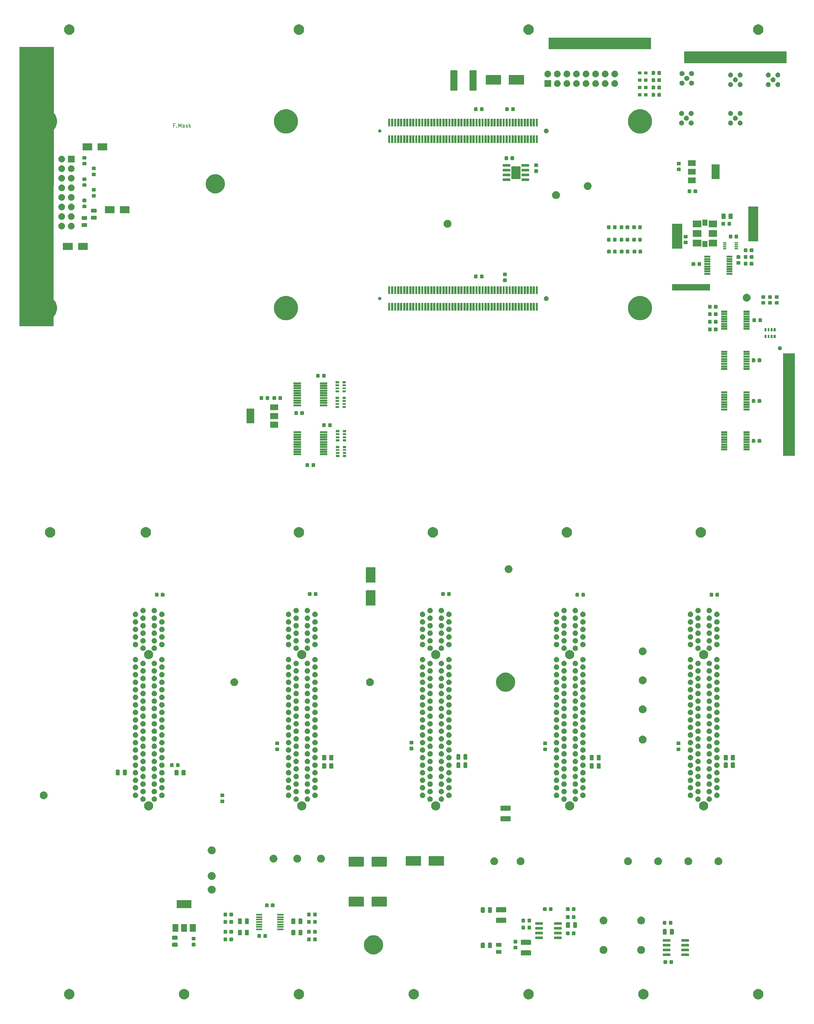
<source format=gbr>
G04 #@! TF.GenerationSoftware,KiCad,Pcbnew,(5.1.5)-3*
G04 #@! TF.CreationDate,2020-07-24T16:39:48-04:00*
G04 #@! TF.ProjectId,main_board,6d61696e-5f62-46f6-9172-642e6b696361,rev?*
G04 #@! TF.SameCoordinates,Original*
G04 #@! TF.FileFunction,Soldermask,Top*
G04 #@! TF.FilePolarity,Negative*
%FSLAX46Y46*%
G04 Gerber Fmt 4.6, Leading zero omitted, Abs format (unit mm)*
G04 Created by KiCad (PCBNEW (5.1.5)-3) date 2020-07-24 16:39:48*
%MOMM*%
%LPD*%
G04 APERTURE LIST*
%ADD10C,0.180000*%
%ADD11C,0.100000*%
G04 APERTURE END LIST*
D10*
X71188428Y-56328571D02*
X70855095Y-56328571D01*
X70855095Y-56852380D02*
X70855095Y-55852380D01*
X71331285Y-55852380D01*
X71712238Y-56757142D02*
X71759857Y-56804761D01*
X71712238Y-56852380D01*
X71664619Y-56804761D01*
X71712238Y-56757142D01*
X71712238Y-56852380D01*
X72188428Y-56852380D02*
X72188428Y-55852380D01*
X72521761Y-56566666D01*
X72855095Y-55852380D01*
X72855095Y-56852380D01*
X73759857Y-56852380D02*
X73759857Y-56328571D01*
X73712238Y-56233333D01*
X73617000Y-56185714D01*
X73426523Y-56185714D01*
X73331285Y-56233333D01*
X73759857Y-56804761D02*
X73664619Y-56852380D01*
X73426523Y-56852380D01*
X73331285Y-56804761D01*
X73283666Y-56709523D01*
X73283666Y-56614285D01*
X73331285Y-56519047D01*
X73426523Y-56471428D01*
X73664619Y-56471428D01*
X73759857Y-56423809D01*
X74188428Y-56804761D02*
X74283666Y-56852380D01*
X74474142Y-56852380D01*
X74569380Y-56804761D01*
X74617000Y-56709523D01*
X74617000Y-56661904D01*
X74569380Y-56566666D01*
X74474142Y-56519047D01*
X74331285Y-56519047D01*
X74236047Y-56471428D01*
X74188428Y-56376190D01*
X74188428Y-56328571D01*
X74236047Y-56233333D01*
X74331285Y-56185714D01*
X74474142Y-56185714D01*
X74569380Y-56233333D01*
X75045571Y-56852380D02*
X75045571Y-55852380D01*
X75140809Y-56471428D02*
X75426523Y-56852380D01*
X75426523Y-56185714D02*
X75045571Y-56566666D01*
D11*
G36*
X38950000Y-109500000D02*
G01*
X30000000Y-109500000D01*
X30000000Y-35500000D01*
X39050000Y-35500000D01*
X38950000Y-109500000D01*
G37*
X38950000Y-109500000D02*
X30000000Y-109500000D01*
X30000000Y-35500000D01*
X39050000Y-35500000D01*
X38950000Y-109500000D01*
G36*
X197500000Y-36000000D02*
G01*
X170400000Y-36000000D01*
X170400000Y-33000000D01*
X197500000Y-33000000D01*
X197500000Y-36000000D01*
G37*
X197500000Y-36000000D02*
X170400000Y-36000000D01*
X170400000Y-33000000D01*
X197500000Y-33000000D01*
X197500000Y-36000000D01*
G36*
X233500000Y-39700000D02*
G01*
X206400000Y-39700000D01*
X206400000Y-36700000D01*
X233500000Y-36700000D01*
X233500000Y-39700000D01*
G37*
X233500000Y-39700000D02*
X206400000Y-39700000D01*
X206400000Y-36700000D01*
X233500000Y-36700000D01*
X233500000Y-39700000D01*
G36*
X205800000Y-88900000D02*
G01*
X203200000Y-88900000D01*
X203200000Y-82400000D01*
X205800000Y-82400000D01*
X205800000Y-88900000D01*
G37*
X205800000Y-88900000D02*
X203200000Y-88900000D01*
X203200000Y-82400000D01*
X205800000Y-82400000D01*
X205800000Y-88900000D01*
G36*
X213200000Y-100000000D02*
G01*
X203200000Y-100000000D01*
X203200000Y-98400000D01*
X213200000Y-98400000D01*
X213200000Y-100000000D01*
G37*
X213200000Y-100000000D02*
X203200000Y-100000000D01*
X203200000Y-98400000D01*
X213200000Y-98400000D01*
X213200000Y-100000000D01*
G36*
X226000000Y-87000000D02*
G01*
X223400000Y-87000000D01*
X223400000Y-77800000D01*
X226000000Y-77800000D01*
X226000000Y-87000000D01*
G37*
X226000000Y-87000000D02*
X223400000Y-87000000D01*
X223400000Y-77800000D01*
X226000000Y-77800000D01*
X226000000Y-87000000D01*
G36*
X235700000Y-143900000D02*
G01*
X232700000Y-143900000D01*
X232700000Y-116800000D01*
X235700000Y-116800000D01*
X235700000Y-143900000D01*
G37*
X235700000Y-143900000D02*
X232700000Y-143900000D01*
X232700000Y-116800000D01*
X235700000Y-116800000D01*
X235700000Y-143900000D01*
G36*
X226464894Y-285420244D02*
G01*
X226717512Y-285524881D01*
X226944864Y-285676793D01*
X227138207Y-285870136D01*
X227290119Y-286097488D01*
X227394756Y-286350106D01*
X227448100Y-286618284D01*
X227448100Y-286891716D01*
X227394756Y-287159894D01*
X227290119Y-287412512D01*
X227138207Y-287639864D01*
X226944864Y-287833207D01*
X226717512Y-287985119D01*
X226464894Y-288089756D01*
X226196716Y-288143100D01*
X225923284Y-288143100D01*
X225655106Y-288089756D01*
X225402488Y-287985119D01*
X225175136Y-287833207D01*
X224981793Y-287639864D01*
X224829881Y-287412512D01*
X224725244Y-287159894D01*
X224671900Y-286891716D01*
X224671900Y-286618284D01*
X224725244Y-286350106D01*
X224829881Y-286097488D01*
X224981793Y-285870136D01*
X225175136Y-285676793D01*
X225402488Y-285524881D01*
X225655106Y-285420244D01*
X225923284Y-285366900D01*
X226196716Y-285366900D01*
X226464894Y-285420244D01*
G37*
G36*
X195984894Y-285420244D02*
G01*
X196237512Y-285524881D01*
X196464864Y-285676793D01*
X196658207Y-285870136D01*
X196810119Y-286097488D01*
X196914756Y-286350106D01*
X196968100Y-286618284D01*
X196968100Y-286891716D01*
X196914756Y-287159894D01*
X196810119Y-287412512D01*
X196658207Y-287639864D01*
X196464864Y-287833207D01*
X196237512Y-287985119D01*
X195984894Y-288089756D01*
X195716716Y-288143100D01*
X195443284Y-288143100D01*
X195175106Y-288089756D01*
X194922488Y-287985119D01*
X194695136Y-287833207D01*
X194501793Y-287639864D01*
X194349881Y-287412512D01*
X194245244Y-287159894D01*
X194191900Y-286891716D01*
X194191900Y-286618284D01*
X194245244Y-286350106D01*
X194349881Y-286097488D01*
X194501793Y-285870136D01*
X194695136Y-285676793D01*
X194922488Y-285524881D01*
X195175106Y-285420244D01*
X195443284Y-285366900D01*
X195716716Y-285366900D01*
X195984894Y-285420244D01*
G37*
G36*
X43584894Y-285420244D02*
G01*
X43837512Y-285524881D01*
X44064864Y-285676793D01*
X44258207Y-285870136D01*
X44410119Y-286097488D01*
X44514756Y-286350106D01*
X44568100Y-286618284D01*
X44568100Y-286891716D01*
X44514756Y-287159894D01*
X44410119Y-287412512D01*
X44258207Y-287639864D01*
X44064864Y-287833207D01*
X43837512Y-287985119D01*
X43584894Y-288089756D01*
X43316716Y-288143100D01*
X43043284Y-288143100D01*
X42775106Y-288089756D01*
X42522488Y-287985119D01*
X42295136Y-287833207D01*
X42101793Y-287639864D01*
X41949881Y-287412512D01*
X41845244Y-287159894D01*
X41791900Y-286891716D01*
X41791900Y-286618284D01*
X41845244Y-286350106D01*
X41949881Y-286097488D01*
X42101793Y-285870136D01*
X42295136Y-285676793D01*
X42522488Y-285524881D01*
X42775106Y-285420244D01*
X43043284Y-285366900D01*
X43316716Y-285366900D01*
X43584894Y-285420244D01*
G37*
G36*
X74064894Y-285420244D02*
G01*
X74317512Y-285524881D01*
X74544864Y-285676793D01*
X74738207Y-285870136D01*
X74890119Y-286097488D01*
X74994756Y-286350106D01*
X75048100Y-286618284D01*
X75048100Y-286891716D01*
X74994756Y-287159894D01*
X74890119Y-287412512D01*
X74738207Y-287639864D01*
X74544864Y-287833207D01*
X74317512Y-287985119D01*
X74064894Y-288089756D01*
X73796716Y-288143100D01*
X73523284Y-288143100D01*
X73255106Y-288089756D01*
X73002488Y-287985119D01*
X72775136Y-287833207D01*
X72581793Y-287639864D01*
X72429881Y-287412512D01*
X72325244Y-287159894D01*
X72271900Y-286891716D01*
X72271900Y-286618284D01*
X72325244Y-286350106D01*
X72429881Y-286097488D01*
X72581793Y-285870136D01*
X72775136Y-285676793D01*
X73002488Y-285524881D01*
X73255106Y-285420244D01*
X73523284Y-285366900D01*
X73796716Y-285366900D01*
X74064894Y-285420244D01*
G37*
G36*
X135024894Y-285420244D02*
G01*
X135277512Y-285524881D01*
X135504864Y-285676793D01*
X135698207Y-285870136D01*
X135850119Y-286097488D01*
X135954756Y-286350106D01*
X136008100Y-286618284D01*
X136008100Y-286891716D01*
X135954756Y-287159894D01*
X135850119Y-287412512D01*
X135698207Y-287639864D01*
X135504864Y-287833207D01*
X135277512Y-287985119D01*
X135024894Y-288089756D01*
X134756716Y-288143100D01*
X134483284Y-288143100D01*
X134215106Y-288089756D01*
X133962488Y-287985119D01*
X133735136Y-287833207D01*
X133541793Y-287639864D01*
X133389881Y-287412512D01*
X133285244Y-287159894D01*
X133231900Y-286891716D01*
X133231900Y-286618284D01*
X133285244Y-286350106D01*
X133389881Y-286097488D01*
X133541793Y-285870136D01*
X133735136Y-285676793D01*
X133962488Y-285524881D01*
X134215106Y-285420244D01*
X134483284Y-285366900D01*
X134756716Y-285366900D01*
X135024894Y-285420244D01*
G37*
G36*
X165504894Y-285420244D02*
G01*
X165757512Y-285524881D01*
X165984864Y-285676793D01*
X166178207Y-285870136D01*
X166330119Y-286097488D01*
X166434756Y-286350106D01*
X166488100Y-286618284D01*
X166488100Y-286891716D01*
X166434756Y-287159894D01*
X166330119Y-287412512D01*
X166178207Y-287639864D01*
X165984864Y-287833207D01*
X165757512Y-287985119D01*
X165504894Y-288089756D01*
X165236716Y-288143100D01*
X164963284Y-288143100D01*
X164695106Y-288089756D01*
X164442488Y-287985119D01*
X164215136Y-287833207D01*
X164021793Y-287639864D01*
X163869881Y-287412512D01*
X163765244Y-287159894D01*
X163711900Y-286891716D01*
X163711900Y-286618284D01*
X163765244Y-286350106D01*
X163869881Y-286097488D01*
X164021793Y-285870136D01*
X164215136Y-285676793D01*
X164442488Y-285524881D01*
X164695106Y-285420244D01*
X164963284Y-285366900D01*
X165236716Y-285366900D01*
X165504894Y-285420244D01*
G37*
G36*
X104544894Y-285420244D02*
G01*
X104797512Y-285524881D01*
X105024864Y-285676793D01*
X105218207Y-285870136D01*
X105370119Y-286097488D01*
X105474756Y-286350106D01*
X105528100Y-286618284D01*
X105528100Y-286891716D01*
X105474756Y-287159894D01*
X105370119Y-287412512D01*
X105218207Y-287639864D01*
X105024864Y-287833207D01*
X104797512Y-287985119D01*
X104544894Y-288089756D01*
X104276716Y-288143100D01*
X104003284Y-288143100D01*
X103735106Y-288089756D01*
X103482488Y-287985119D01*
X103255136Y-287833207D01*
X103061793Y-287639864D01*
X102909881Y-287412512D01*
X102805244Y-287159894D01*
X102751900Y-286891716D01*
X102751900Y-286618284D01*
X102805244Y-286350106D01*
X102909881Y-286097488D01*
X103061793Y-285870136D01*
X103255136Y-285676793D01*
X103482488Y-285524881D01*
X103735106Y-285420244D01*
X104003284Y-285366900D01*
X104276716Y-285366900D01*
X104544894Y-285420244D01*
G37*
G36*
X201717089Y-277691222D02*
G01*
X201756886Y-277703294D01*
X201793566Y-277722900D01*
X201825716Y-277749284D01*
X201852100Y-277781434D01*
X201871706Y-277818114D01*
X201883778Y-277857911D01*
X201888100Y-277901791D01*
X201888100Y-278498209D01*
X201883778Y-278542089D01*
X201871706Y-278581886D01*
X201852100Y-278618566D01*
X201825716Y-278650716D01*
X201793566Y-278677100D01*
X201756886Y-278696706D01*
X201717089Y-278708778D01*
X201673209Y-278713100D01*
X201151791Y-278713100D01*
X201107911Y-278708778D01*
X201068114Y-278696706D01*
X201031434Y-278677100D01*
X200999284Y-278650716D01*
X200972900Y-278618566D01*
X200953294Y-278581886D01*
X200941222Y-278542089D01*
X200936900Y-278498209D01*
X200936900Y-277901791D01*
X200941222Y-277857911D01*
X200953294Y-277818114D01*
X200972900Y-277781434D01*
X200999284Y-277749284D01*
X201031434Y-277722900D01*
X201068114Y-277703294D01*
X201107911Y-277691222D01*
X201151791Y-277686900D01*
X201673209Y-277686900D01*
X201717089Y-277691222D01*
G37*
G36*
X203292089Y-277691222D02*
G01*
X203331886Y-277703294D01*
X203368566Y-277722900D01*
X203400716Y-277749284D01*
X203427100Y-277781434D01*
X203446706Y-277818114D01*
X203458778Y-277857911D01*
X203463100Y-277901791D01*
X203463100Y-278498209D01*
X203458778Y-278542089D01*
X203446706Y-278581886D01*
X203427100Y-278618566D01*
X203400716Y-278650716D01*
X203368566Y-278677100D01*
X203331886Y-278696706D01*
X203292089Y-278708778D01*
X203248209Y-278713100D01*
X202726791Y-278713100D01*
X202682911Y-278708778D01*
X202643114Y-278696706D01*
X202606434Y-278677100D01*
X202574284Y-278650716D01*
X202547900Y-278618566D01*
X202528294Y-278581886D01*
X202516222Y-278542089D01*
X202511900Y-278498209D01*
X202511900Y-277901791D01*
X202516222Y-277857911D01*
X202528294Y-277818114D01*
X202547900Y-277781434D01*
X202574284Y-277749284D01*
X202606434Y-277722900D01*
X202643114Y-277703294D01*
X202682911Y-277691222D01*
X202726791Y-277686900D01*
X203248209Y-277686900D01*
X203292089Y-277691222D01*
G37*
G36*
X202622426Y-275969901D02*
G01*
X202649326Y-275978061D01*
X202674123Y-275991315D01*
X202695852Y-276009148D01*
X202713685Y-276030877D01*
X202726939Y-276055674D01*
X202735099Y-276082574D01*
X202738100Y-276113041D01*
X202738100Y-276496959D01*
X202735099Y-276527426D01*
X202726939Y-276554326D01*
X202713685Y-276579123D01*
X202695852Y-276600852D01*
X202674123Y-276618685D01*
X202649326Y-276631939D01*
X202622426Y-276640099D01*
X202591959Y-276643100D01*
X200858041Y-276643100D01*
X200827574Y-276640099D01*
X200800674Y-276631939D01*
X200775877Y-276618685D01*
X200754148Y-276600852D01*
X200736315Y-276579123D01*
X200723061Y-276554326D01*
X200714901Y-276527426D01*
X200711900Y-276496959D01*
X200711900Y-276113041D01*
X200714901Y-276082574D01*
X200723061Y-276055674D01*
X200736315Y-276030877D01*
X200754148Y-276009148D01*
X200775877Y-275991315D01*
X200800674Y-275978061D01*
X200827574Y-275969901D01*
X200858041Y-275966900D01*
X202591959Y-275966900D01*
X202622426Y-275969901D01*
G37*
G36*
X207572426Y-275969901D02*
G01*
X207599326Y-275978061D01*
X207624123Y-275991315D01*
X207645852Y-276009148D01*
X207663685Y-276030877D01*
X207676939Y-276055674D01*
X207685099Y-276082574D01*
X207688100Y-276113041D01*
X207688100Y-276496959D01*
X207685099Y-276527426D01*
X207676939Y-276554326D01*
X207663685Y-276579123D01*
X207645852Y-276600852D01*
X207624123Y-276618685D01*
X207599326Y-276631939D01*
X207572426Y-276640099D01*
X207541959Y-276643100D01*
X205808041Y-276643100D01*
X205777574Y-276640099D01*
X205750674Y-276631939D01*
X205725877Y-276618685D01*
X205704148Y-276600852D01*
X205686315Y-276579123D01*
X205673061Y-276554326D01*
X205664901Y-276527426D01*
X205661900Y-276496959D01*
X205661900Y-276113041D01*
X205664901Y-276082574D01*
X205673061Y-276055674D01*
X205686315Y-276030877D01*
X205704148Y-276009148D01*
X205725877Y-275991315D01*
X205750674Y-275978061D01*
X205777574Y-275969901D01*
X205808041Y-275966900D01*
X207541959Y-275966900D01*
X207572426Y-275969901D01*
G37*
G36*
X165574088Y-275141651D02*
G01*
X165618086Y-275154998D01*
X165658631Y-275176670D01*
X165694167Y-275205833D01*
X165723330Y-275241369D01*
X165745002Y-275281914D01*
X165758349Y-275325912D01*
X165763100Y-275374151D01*
X165763100Y-276225849D01*
X165758349Y-276274088D01*
X165745002Y-276318086D01*
X165723330Y-276358631D01*
X165694167Y-276394167D01*
X165658631Y-276423330D01*
X165618086Y-276445002D01*
X165574088Y-276458349D01*
X165525849Y-276463100D01*
X163274151Y-276463100D01*
X163225912Y-276458349D01*
X163181914Y-276445002D01*
X163141369Y-276423330D01*
X163105833Y-276394167D01*
X163076670Y-276358631D01*
X163054998Y-276318086D01*
X163041651Y-276274088D01*
X163036900Y-276225849D01*
X163036900Y-275374151D01*
X163041651Y-275325912D01*
X163054998Y-275281914D01*
X163076670Y-275241369D01*
X163105833Y-275205833D01*
X163141369Y-275176670D01*
X163181914Y-275154998D01*
X163225912Y-275141651D01*
X163274151Y-275136900D01*
X165525849Y-275136900D01*
X165574088Y-275141651D01*
G37*
G36*
X124690337Y-271209438D02*
G01*
X125152242Y-271400764D01*
X125454863Y-271602970D01*
X125567945Y-271678529D01*
X125921471Y-272032055D01*
X125932264Y-272048208D01*
X126199236Y-272447758D01*
X126390562Y-272909663D01*
X126488100Y-273400019D01*
X126488100Y-273899981D01*
X126390562Y-274390337D01*
X126199236Y-274852242D01*
X125982459Y-275176670D01*
X125928500Y-275257426D01*
X125921470Y-275267946D01*
X125567946Y-275621470D01*
X125152242Y-275899236D01*
X124709622Y-276082574D01*
X124690337Y-276090562D01*
X124199981Y-276188100D01*
X123700019Y-276188100D01*
X123209663Y-276090562D01*
X123190378Y-276082574D01*
X122747758Y-275899236D01*
X122332054Y-275621470D01*
X121978530Y-275267946D01*
X121971501Y-275257426D01*
X121917541Y-275176670D01*
X121700764Y-274852242D01*
X121509438Y-274390337D01*
X121411900Y-273899981D01*
X121411900Y-273400019D01*
X121509438Y-272909663D01*
X121700764Y-272447758D01*
X121967736Y-272048208D01*
X121978529Y-272032055D01*
X122332055Y-271678529D01*
X122445137Y-271602970D01*
X122747758Y-271400764D01*
X123209663Y-271209438D01*
X123700019Y-271111900D01*
X124199981Y-271111900D01*
X124690337Y-271209438D01*
G37*
G36*
X157746963Y-275016702D02*
G01*
X157791457Y-275030199D01*
X157832455Y-275052113D01*
X157868393Y-275081607D01*
X157897887Y-275117545D01*
X157919801Y-275158543D01*
X157933298Y-275203037D01*
X157938100Y-275251792D01*
X157938100Y-275823208D01*
X157933298Y-275871963D01*
X157919801Y-275916457D01*
X157897887Y-275957455D01*
X157868393Y-275993393D01*
X157832455Y-276022887D01*
X157791457Y-276044801D01*
X157746963Y-276058298D01*
X157698208Y-276063100D01*
X156701792Y-276063100D01*
X156653037Y-276058298D01*
X156608543Y-276044801D01*
X156567545Y-276022887D01*
X156531607Y-275993393D01*
X156502113Y-275957455D01*
X156480199Y-275916457D01*
X156466702Y-275871963D01*
X156461900Y-275823208D01*
X156461900Y-275251792D01*
X156466702Y-275203037D01*
X156480199Y-275158543D01*
X156502113Y-275117545D01*
X156531607Y-275081607D01*
X156567545Y-275052113D01*
X156608543Y-275030199D01*
X156653037Y-275016702D01*
X156701792Y-275011900D01*
X157698208Y-275011900D01*
X157746963Y-275016702D01*
G37*
G36*
X185302803Y-274001794D02*
G01*
X185491725Y-274080047D01*
X185661752Y-274193656D01*
X185806344Y-274338248D01*
X185919953Y-274508275D01*
X185998206Y-274697197D01*
X186038100Y-274897756D01*
X186038100Y-275102244D01*
X185998206Y-275302803D01*
X185919953Y-275491725D01*
X185806344Y-275661752D01*
X185661752Y-275806344D01*
X185491725Y-275919953D01*
X185302803Y-275998206D01*
X185102244Y-276038100D01*
X184897756Y-276038100D01*
X184697197Y-275998206D01*
X184508275Y-275919953D01*
X184338248Y-275806344D01*
X184193656Y-275661752D01*
X184080047Y-275491725D01*
X184001794Y-275302803D01*
X183961900Y-275102244D01*
X183961900Y-274897756D01*
X184001794Y-274697197D01*
X184080047Y-274508275D01*
X184193656Y-274338248D01*
X184338248Y-274193656D01*
X184508275Y-274080047D01*
X184697197Y-274001794D01*
X184897756Y-273961900D01*
X185102244Y-273961900D01*
X185302803Y-274001794D01*
G37*
G36*
X195302803Y-274001794D02*
G01*
X195491725Y-274080047D01*
X195661752Y-274193656D01*
X195806344Y-274338248D01*
X195919953Y-274508275D01*
X195998206Y-274697197D01*
X196038100Y-274897756D01*
X196038100Y-275102244D01*
X195998206Y-275302803D01*
X195919953Y-275491725D01*
X195806344Y-275661752D01*
X195661752Y-275806344D01*
X195491725Y-275919953D01*
X195302803Y-275998206D01*
X195102244Y-276038100D01*
X194897756Y-276038100D01*
X194697197Y-275998206D01*
X194508275Y-275919953D01*
X194338248Y-275806344D01*
X194193656Y-275661752D01*
X194080047Y-275491725D01*
X194001794Y-275302803D01*
X193961900Y-275102244D01*
X193961900Y-274897756D01*
X194001794Y-274697197D01*
X194080047Y-274508275D01*
X194193656Y-274338248D01*
X194338248Y-274193656D01*
X194508275Y-274080047D01*
X194697197Y-274001794D01*
X194897756Y-273961900D01*
X195102244Y-273961900D01*
X195302803Y-274001794D01*
G37*
G36*
X207572426Y-274699901D02*
G01*
X207599326Y-274708061D01*
X207624123Y-274721315D01*
X207645852Y-274739148D01*
X207663685Y-274760877D01*
X207676939Y-274785674D01*
X207685099Y-274812574D01*
X207688100Y-274843041D01*
X207688100Y-275226959D01*
X207685099Y-275257426D01*
X207676939Y-275284326D01*
X207663685Y-275309123D01*
X207645852Y-275330852D01*
X207624123Y-275348685D01*
X207599326Y-275361939D01*
X207572426Y-275370099D01*
X207541959Y-275373100D01*
X205808041Y-275373100D01*
X205777574Y-275370099D01*
X205750674Y-275361939D01*
X205725877Y-275348685D01*
X205704148Y-275330852D01*
X205686315Y-275309123D01*
X205673061Y-275284326D01*
X205664901Y-275257426D01*
X205661900Y-275226959D01*
X205661900Y-274843041D01*
X205664901Y-274812574D01*
X205673061Y-274785674D01*
X205686315Y-274760877D01*
X205704148Y-274739148D01*
X205725877Y-274721315D01*
X205750674Y-274708061D01*
X205777574Y-274699901D01*
X205808041Y-274696900D01*
X207541959Y-274696900D01*
X207572426Y-274699901D01*
G37*
G36*
X202622426Y-274699901D02*
G01*
X202649326Y-274708061D01*
X202674123Y-274721315D01*
X202695852Y-274739148D01*
X202713685Y-274760877D01*
X202726939Y-274785674D01*
X202735099Y-274812574D01*
X202738100Y-274843041D01*
X202738100Y-275226959D01*
X202735099Y-275257426D01*
X202726939Y-275284326D01*
X202713685Y-275309123D01*
X202695852Y-275330852D01*
X202674123Y-275348685D01*
X202649326Y-275361939D01*
X202622426Y-275370099D01*
X202591959Y-275373100D01*
X200858041Y-275373100D01*
X200827574Y-275370099D01*
X200800674Y-275361939D01*
X200775877Y-275348685D01*
X200754148Y-275330852D01*
X200736315Y-275309123D01*
X200723061Y-275284326D01*
X200714901Y-275257426D01*
X200711900Y-275226959D01*
X200711900Y-274843041D01*
X200714901Y-274812574D01*
X200723061Y-274785674D01*
X200736315Y-274760877D01*
X200754148Y-274739148D01*
X200775877Y-274721315D01*
X200800674Y-274708061D01*
X200827574Y-274699901D01*
X200858041Y-274696900D01*
X202591959Y-274696900D01*
X202622426Y-274699901D01*
G37*
G36*
X161942089Y-273916222D02*
G01*
X161981886Y-273928294D01*
X162018566Y-273947900D01*
X162050716Y-273974284D01*
X162077100Y-274006434D01*
X162096706Y-274043114D01*
X162108778Y-274082911D01*
X162113100Y-274126791D01*
X162113100Y-274648209D01*
X162108778Y-274692089D01*
X162096706Y-274731886D01*
X162077100Y-274768566D01*
X162050716Y-274800716D01*
X162018566Y-274827100D01*
X161981886Y-274846706D01*
X161942089Y-274858778D01*
X161898209Y-274863100D01*
X161301791Y-274863100D01*
X161257911Y-274858778D01*
X161218114Y-274846706D01*
X161181434Y-274827100D01*
X161149284Y-274800716D01*
X161122900Y-274768566D01*
X161103294Y-274731886D01*
X161091222Y-274692089D01*
X161086900Y-274648209D01*
X161086900Y-274126791D01*
X161091222Y-274082911D01*
X161103294Y-274043114D01*
X161122900Y-274006434D01*
X161149284Y-273974284D01*
X161181434Y-273947900D01*
X161218114Y-273928294D01*
X161257911Y-273916222D01*
X161301791Y-273911900D01*
X161898209Y-273911900D01*
X161942089Y-273916222D01*
G37*
G36*
X153296963Y-273066702D02*
G01*
X153341457Y-273080199D01*
X153382455Y-273102113D01*
X153418393Y-273131607D01*
X153447887Y-273167545D01*
X153469801Y-273208543D01*
X153483298Y-273253037D01*
X153488100Y-273301792D01*
X153488100Y-274298208D01*
X153483298Y-274346963D01*
X153469801Y-274391457D01*
X153447887Y-274432455D01*
X153418393Y-274468393D01*
X153382455Y-274497887D01*
X153341457Y-274519801D01*
X153296963Y-274533298D01*
X153248208Y-274538100D01*
X152676792Y-274538100D01*
X152628037Y-274533298D01*
X152583543Y-274519801D01*
X152542545Y-274497887D01*
X152506607Y-274468393D01*
X152477113Y-274432455D01*
X152455199Y-274391457D01*
X152441702Y-274346963D01*
X152436900Y-274298208D01*
X152436900Y-273301792D01*
X152441702Y-273253037D01*
X152455199Y-273208543D01*
X152477113Y-273167545D01*
X152506607Y-273131607D01*
X152542545Y-273102113D01*
X152583543Y-273080199D01*
X152628037Y-273066702D01*
X152676792Y-273061900D01*
X153248208Y-273061900D01*
X153296963Y-273066702D01*
G37*
G36*
X155171963Y-273066702D02*
G01*
X155216457Y-273080199D01*
X155257455Y-273102113D01*
X155293393Y-273131607D01*
X155322887Y-273167545D01*
X155344801Y-273208543D01*
X155358298Y-273253037D01*
X155363100Y-273301792D01*
X155363100Y-274298208D01*
X155358298Y-274346963D01*
X155344801Y-274391457D01*
X155322887Y-274432455D01*
X155293393Y-274468393D01*
X155257455Y-274497887D01*
X155216457Y-274519801D01*
X155171963Y-274533298D01*
X155123208Y-274538100D01*
X154551792Y-274538100D01*
X154503037Y-274533298D01*
X154458543Y-274519801D01*
X154417545Y-274497887D01*
X154381607Y-274468393D01*
X154352113Y-274432455D01*
X154330199Y-274391457D01*
X154316702Y-274346963D01*
X154311900Y-274298208D01*
X154311900Y-273301792D01*
X154316702Y-273253037D01*
X154330199Y-273208543D01*
X154352113Y-273167545D01*
X154381607Y-273131607D01*
X154417545Y-273102113D01*
X154458543Y-273080199D01*
X154503037Y-273066702D01*
X154551792Y-273061900D01*
X155123208Y-273061900D01*
X155171963Y-273066702D01*
G37*
G36*
X157746963Y-273141702D02*
G01*
X157791457Y-273155199D01*
X157832455Y-273177113D01*
X157868393Y-273206607D01*
X157897887Y-273242545D01*
X157919801Y-273283543D01*
X157933298Y-273328037D01*
X157938100Y-273376792D01*
X157938100Y-273948208D01*
X157933298Y-273996963D01*
X157919801Y-274041457D01*
X157897887Y-274082455D01*
X157868393Y-274118393D01*
X157832455Y-274147887D01*
X157791457Y-274169801D01*
X157746963Y-274183298D01*
X157698208Y-274188100D01*
X156701792Y-274188100D01*
X156653037Y-274183298D01*
X156608543Y-274169801D01*
X156567545Y-274147887D01*
X156531607Y-274118393D01*
X156502113Y-274082455D01*
X156480199Y-274041457D01*
X156466702Y-273996963D01*
X156461900Y-273948208D01*
X156461900Y-273376792D01*
X156466702Y-273328037D01*
X156480199Y-273283543D01*
X156502113Y-273242545D01*
X156531607Y-273206607D01*
X156567545Y-273177113D01*
X156608543Y-273155199D01*
X156653037Y-273141702D01*
X156701792Y-273136900D01*
X157698208Y-273136900D01*
X157746963Y-273141702D01*
G37*
G36*
X71766963Y-273116702D02*
G01*
X71811457Y-273130199D01*
X71852455Y-273152113D01*
X71888393Y-273181607D01*
X71917887Y-273217545D01*
X71939801Y-273258543D01*
X71953298Y-273303037D01*
X71958100Y-273351792D01*
X71958100Y-273923208D01*
X71953298Y-273971963D01*
X71939801Y-274016457D01*
X71917887Y-274057455D01*
X71888393Y-274093393D01*
X71852455Y-274122887D01*
X71811457Y-274144801D01*
X71766963Y-274158298D01*
X71718208Y-274163100D01*
X70721792Y-274163100D01*
X70673037Y-274158298D01*
X70628543Y-274144801D01*
X70587545Y-274122887D01*
X70551607Y-274093393D01*
X70522113Y-274057455D01*
X70500199Y-274016457D01*
X70486702Y-273971963D01*
X70481900Y-273923208D01*
X70481900Y-273351792D01*
X70486702Y-273303037D01*
X70500199Y-273258543D01*
X70522113Y-273217545D01*
X70551607Y-273181607D01*
X70587545Y-273152113D01*
X70628543Y-273130199D01*
X70673037Y-273116702D01*
X70721792Y-273111900D01*
X71718208Y-273111900D01*
X71766963Y-273116702D01*
G37*
G36*
X207572426Y-273429901D02*
G01*
X207599326Y-273438061D01*
X207624123Y-273451315D01*
X207645852Y-273469148D01*
X207663685Y-273490877D01*
X207676939Y-273515674D01*
X207685099Y-273542574D01*
X207688100Y-273573041D01*
X207688100Y-273956959D01*
X207685099Y-273987426D01*
X207676939Y-274014326D01*
X207663685Y-274039123D01*
X207645852Y-274060852D01*
X207624123Y-274078685D01*
X207599326Y-274091939D01*
X207572426Y-274100099D01*
X207541959Y-274103100D01*
X205808041Y-274103100D01*
X205777574Y-274100099D01*
X205750674Y-274091939D01*
X205725877Y-274078685D01*
X205704148Y-274060852D01*
X205686315Y-274039123D01*
X205673061Y-274014326D01*
X205664901Y-273987426D01*
X205661900Y-273956959D01*
X205661900Y-273573041D01*
X205664901Y-273542574D01*
X205673061Y-273515674D01*
X205686315Y-273490877D01*
X205704148Y-273469148D01*
X205725877Y-273451315D01*
X205750674Y-273438061D01*
X205777574Y-273429901D01*
X205808041Y-273426900D01*
X207541959Y-273426900D01*
X207572426Y-273429901D01*
G37*
G36*
X202622426Y-273429901D02*
G01*
X202649326Y-273438061D01*
X202674123Y-273451315D01*
X202695852Y-273469148D01*
X202713685Y-273490877D01*
X202726939Y-273515674D01*
X202735099Y-273542574D01*
X202738100Y-273573041D01*
X202738100Y-273956959D01*
X202735099Y-273987426D01*
X202726939Y-274014326D01*
X202713685Y-274039123D01*
X202695852Y-274060852D01*
X202674123Y-274078685D01*
X202649326Y-274091939D01*
X202622426Y-274100099D01*
X202591959Y-274103100D01*
X200858041Y-274103100D01*
X200827574Y-274100099D01*
X200800674Y-274091939D01*
X200775877Y-274078685D01*
X200754148Y-274060852D01*
X200736315Y-274039123D01*
X200723061Y-274014326D01*
X200714901Y-273987426D01*
X200711900Y-273956959D01*
X200711900Y-273573041D01*
X200714901Y-273542574D01*
X200723061Y-273515674D01*
X200736315Y-273490877D01*
X200754148Y-273469148D01*
X200775877Y-273451315D01*
X200800674Y-273438061D01*
X200827574Y-273429901D01*
X200858041Y-273426900D01*
X202591959Y-273426900D01*
X202622426Y-273429901D01*
G37*
G36*
X76542089Y-273116222D02*
G01*
X76581886Y-273128294D01*
X76618566Y-273147900D01*
X76650716Y-273174284D01*
X76677100Y-273206434D01*
X76696706Y-273243114D01*
X76708778Y-273282911D01*
X76713100Y-273326791D01*
X76713100Y-273848209D01*
X76708778Y-273892089D01*
X76696706Y-273931886D01*
X76677100Y-273968566D01*
X76650716Y-274000716D01*
X76618566Y-274027100D01*
X76581886Y-274046706D01*
X76542089Y-274058778D01*
X76498209Y-274063100D01*
X75901791Y-274063100D01*
X75857911Y-274058778D01*
X75818114Y-274046706D01*
X75781434Y-274027100D01*
X75749284Y-274000716D01*
X75722900Y-273968566D01*
X75703294Y-273931886D01*
X75691222Y-273892089D01*
X75686900Y-273848209D01*
X75686900Y-273326791D01*
X75691222Y-273282911D01*
X75703294Y-273243114D01*
X75722900Y-273206434D01*
X75749284Y-273174284D01*
X75781434Y-273147900D01*
X75818114Y-273128294D01*
X75857911Y-273116222D01*
X75901791Y-273111900D01*
X76498209Y-273111900D01*
X76542089Y-273116222D01*
G37*
G36*
X165574088Y-272341651D02*
G01*
X165618086Y-272354998D01*
X165658631Y-272376670D01*
X165694167Y-272405833D01*
X165723330Y-272441369D01*
X165745002Y-272481914D01*
X165758349Y-272525912D01*
X165763100Y-272574151D01*
X165763100Y-273425849D01*
X165758349Y-273474088D01*
X165745002Y-273518086D01*
X165723330Y-273558631D01*
X165694167Y-273594167D01*
X165658631Y-273623330D01*
X165618086Y-273645002D01*
X165574088Y-273658349D01*
X165525849Y-273663100D01*
X163274151Y-273663100D01*
X163225912Y-273658349D01*
X163181914Y-273645002D01*
X163141369Y-273623330D01*
X163105833Y-273594167D01*
X163076670Y-273558631D01*
X163054998Y-273518086D01*
X163041651Y-273474088D01*
X163036900Y-273425849D01*
X163036900Y-272574151D01*
X163041651Y-272525912D01*
X163054998Y-272481914D01*
X163076670Y-272441369D01*
X163105833Y-272405833D01*
X163141369Y-272376670D01*
X163181914Y-272354998D01*
X163225912Y-272341651D01*
X163274151Y-272336900D01*
X165525849Y-272336900D01*
X165574088Y-272341651D01*
G37*
G36*
X161942089Y-272341222D02*
G01*
X161981886Y-272353294D01*
X162018566Y-272372900D01*
X162050716Y-272399284D01*
X162077100Y-272431434D01*
X162096706Y-272468114D01*
X162108778Y-272507911D01*
X162113100Y-272551791D01*
X162113100Y-273073209D01*
X162108778Y-273117089D01*
X162096706Y-273156886D01*
X162077100Y-273193566D01*
X162050716Y-273225716D01*
X162018566Y-273252100D01*
X161981886Y-273271706D01*
X161942089Y-273283778D01*
X161898209Y-273288100D01*
X161301791Y-273288100D01*
X161257911Y-273283778D01*
X161218114Y-273271706D01*
X161181434Y-273252100D01*
X161149284Y-273225716D01*
X161122900Y-273193566D01*
X161103294Y-273156886D01*
X161091222Y-273117089D01*
X161086900Y-273073209D01*
X161086900Y-272551791D01*
X161091222Y-272507911D01*
X161103294Y-272468114D01*
X161122900Y-272431434D01*
X161149284Y-272399284D01*
X161181434Y-272372900D01*
X161218114Y-272353294D01*
X161257911Y-272341222D01*
X161301791Y-272336900D01*
X161898209Y-272336900D01*
X161942089Y-272341222D01*
G37*
G36*
X207572426Y-272159901D02*
G01*
X207599326Y-272168061D01*
X207624123Y-272181315D01*
X207645852Y-272199148D01*
X207663685Y-272220877D01*
X207676939Y-272245674D01*
X207685099Y-272272574D01*
X207688100Y-272303041D01*
X207688100Y-272686959D01*
X207685099Y-272717426D01*
X207676939Y-272744326D01*
X207663685Y-272769123D01*
X207645852Y-272790852D01*
X207624123Y-272808685D01*
X207599326Y-272821939D01*
X207572426Y-272830099D01*
X207541959Y-272833100D01*
X205808041Y-272833100D01*
X205777574Y-272830099D01*
X205750674Y-272821939D01*
X205725877Y-272808685D01*
X205704148Y-272790852D01*
X205686315Y-272769123D01*
X205673061Y-272744326D01*
X205664901Y-272717426D01*
X205661900Y-272686959D01*
X205661900Y-272303041D01*
X205664901Y-272272574D01*
X205673061Y-272245674D01*
X205686315Y-272220877D01*
X205704148Y-272199148D01*
X205725877Y-272181315D01*
X205750674Y-272168061D01*
X205777574Y-272159901D01*
X205808041Y-272156900D01*
X207541959Y-272156900D01*
X207572426Y-272159901D01*
G37*
G36*
X202622426Y-272159901D02*
G01*
X202649326Y-272168061D01*
X202674123Y-272181315D01*
X202695852Y-272199148D01*
X202713685Y-272220877D01*
X202726939Y-272245674D01*
X202735099Y-272272574D01*
X202738100Y-272303041D01*
X202738100Y-272686959D01*
X202735099Y-272717426D01*
X202726939Y-272744326D01*
X202713685Y-272769123D01*
X202695852Y-272790852D01*
X202674123Y-272808685D01*
X202649326Y-272821939D01*
X202622426Y-272830099D01*
X202591959Y-272833100D01*
X200858041Y-272833100D01*
X200827574Y-272830099D01*
X200800674Y-272821939D01*
X200775877Y-272808685D01*
X200754148Y-272790852D01*
X200736315Y-272769123D01*
X200723061Y-272744326D01*
X200714901Y-272717426D01*
X200711900Y-272686959D01*
X200711900Y-272303041D01*
X200714901Y-272272574D01*
X200723061Y-272245674D01*
X200736315Y-272220877D01*
X200754148Y-272199148D01*
X200775877Y-272181315D01*
X200800674Y-272168061D01*
X200827574Y-272159901D01*
X200858041Y-272156900D01*
X202591959Y-272156900D01*
X202622426Y-272159901D01*
G37*
G36*
X84917089Y-271691222D02*
G01*
X84956886Y-271703294D01*
X84993566Y-271722900D01*
X85025716Y-271749284D01*
X85052100Y-271781434D01*
X85071706Y-271818114D01*
X85083778Y-271857911D01*
X85088100Y-271901791D01*
X85088100Y-272498209D01*
X85083778Y-272542089D01*
X85071706Y-272581886D01*
X85052100Y-272618566D01*
X85025716Y-272650716D01*
X84993566Y-272677100D01*
X84956886Y-272696706D01*
X84917089Y-272708778D01*
X84873209Y-272713100D01*
X84351791Y-272713100D01*
X84307911Y-272708778D01*
X84268114Y-272696706D01*
X84231434Y-272677100D01*
X84199284Y-272650716D01*
X84172900Y-272618566D01*
X84153294Y-272581886D01*
X84141222Y-272542089D01*
X84136900Y-272498209D01*
X84136900Y-271901791D01*
X84141222Y-271857911D01*
X84153294Y-271818114D01*
X84172900Y-271781434D01*
X84199284Y-271749284D01*
X84231434Y-271722900D01*
X84268114Y-271703294D01*
X84307911Y-271691222D01*
X84351791Y-271686900D01*
X84873209Y-271686900D01*
X84917089Y-271691222D01*
G37*
G36*
X108692089Y-271691222D02*
G01*
X108731886Y-271703294D01*
X108768566Y-271722900D01*
X108800716Y-271749284D01*
X108827100Y-271781434D01*
X108846706Y-271818114D01*
X108858778Y-271857911D01*
X108863100Y-271901791D01*
X108863100Y-272498209D01*
X108858778Y-272542089D01*
X108846706Y-272581886D01*
X108827100Y-272618566D01*
X108800716Y-272650716D01*
X108768566Y-272677100D01*
X108731886Y-272696706D01*
X108692089Y-272708778D01*
X108648209Y-272713100D01*
X108126791Y-272713100D01*
X108082911Y-272708778D01*
X108043114Y-272696706D01*
X108006434Y-272677100D01*
X107974284Y-272650716D01*
X107947900Y-272618566D01*
X107928294Y-272581886D01*
X107916222Y-272542089D01*
X107911900Y-272498209D01*
X107911900Y-271901791D01*
X107916222Y-271857911D01*
X107928294Y-271818114D01*
X107947900Y-271781434D01*
X107974284Y-271749284D01*
X108006434Y-271722900D01*
X108043114Y-271703294D01*
X108082911Y-271691222D01*
X108126791Y-271686900D01*
X108648209Y-271686900D01*
X108692089Y-271691222D01*
G37*
G36*
X86492089Y-271691222D02*
G01*
X86531886Y-271703294D01*
X86568566Y-271722900D01*
X86600716Y-271749284D01*
X86627100Y-271781434D01*
X86646706Y-271818114D01*
X86658778Y-271857911D01*
X86663100Y-271901791D01*
X86663100Y-272498209D01*
X86658778Y-272542089D01*
X86646706Y-272581886D01*
X86627100Y-272618566D01*
X86600716Y-272650716D01*
X86568566Y-272677100D01*
X86531886Y-272696706D01*
X86492089Y-272708778D01*
X86448209Y-272713100D01*
X85926791Y-272713100D01*
X85882911Y-272708778D01*
X85843114Y-272696706D01*
X85806434Y-272677100D01*
X85774284Y-272650716D01*
X85747900Y-272618566D01*
X85728294Y-272581886D01*
X85716222Y-272542089D01*
X85711900Y-272498209D01*
X85711900Y-271901791D01*
X85716222Y-271857911D01*
X85728294Y-271818114D01*
X85747900Y-271781434D01*
X85774284Y-271749284D01*
X85806434Y-271722900D01*
X85843114Y-271703294D01*
X85882911Y-271691222D01*
X85926791Y-271686900D01*
X86448209Y-271686900D01*
X86492089Y-271691222D01*
G37*
G36*
X107117089Y-271691222D02*
G01*
X107156886Y-271703294D01*
X107193566Y-271722900D01*
X107225716Y-271749284D01*
X107252100Y-271781434D01*
X107271706Y-271818114D01*
X107283778Y-271857911D01*
X107288100Y-271901791D01*
X107288100Y-272498209D01*
X107283778Y-272542089D01*
X107271706Y-272581886D01*
X107252100Y-272618566D01*
X107225716Y-272650716D01*
X107193566Y-272677100D01*
X107156886Y-272696706D01*
X107117089Y-272708778D01*
X107073209Y-272713100D01*
X106551791Y-272713100D01*
X106507911Y-272708778D01*
X106468114Y-272696706D01*
X106431434Y-272677100D01*
X106399284Y-272650716D01*
X106372900Y-272618566D01*
X106353294Y-272581886D01*
X106341222Y-272542089D01*
X106336900Y-272498209D01*
X106336900Y-271901791D01*
X106341222Y-271857911D01*
X106353294Y-271818114D01*
X106372900Y-271781434D01*
X106399284Y-271749284D01*
X106431434Y-271722900D01*
X106468114Y-271703294D01*
X106507911Y-271691222D01*
X106551791Y-271686900D01*
X107073209Y-271686900D01*
X107117089Y-271691222D01*
G37*
G36*
X76542089Y-271541222D02*
G01*
X76581886Y-271553294D01*
X76618566Y-271572900D01*
X76650716Y-271599284D01*
X76677100Y-271631434D01*
X76696706Y-271668114D01*
X76708778Y-271707911D01*
X76713100Y-271751791D01*
X76713100Y-272273209D01*
X76708778Y-272317089D01*
X76696706Y-272356886D01*
X76677100Y-272393566D01*
X76650716Y-272425716D01*
X76618566Y-272452100D01*
X76581886Y-272471706D01*
X76542089Y-272483778D01*
X76498209Y-272488100D01*
X75901791Y-272488100D01*
X75857911Y-272483778D01*
X75818114Y-272471706D01*
X75781434Y-272452100D01*
X75749284Y-272425716D01*
X75722900Y-272393566D01*
X75703294Y-272356886D01*
X75691222Y-272317089D01*
X75686900Y-272273209D01*
X75686900Y-271751791D01*
X75691222Y-271707911D01*
X75703294Y-271668114D01*
X75722900Y-271631434D01*
X75749284Y-271599284D01*
X75781434Y-271572900D01*
X75818114Y-271553294D01*
X75857911Y-271541222D01*
X75901791Y-271536900D01*
X76498209Y-271536900D01*
X76542089Y-271541222D01*
G37*
G36*
X71766963Y-271241702D02*
G01*
X71811457Y-271255199D01*
X71852455Y-271277113D01*
X71888393Y-271306607D01*
X71917887Y-271342545D01*
X71939801Y-271383543D01*
X71953298Y-271428037D01*
X71958100Y-271476792D01*
X71958100Y-272048208D01*
X71953298Y-272096963D01*
X71939801Y-272141457D01*
X71917887Y-272182455D01*
X71888393Y-272218393D01*
X71852455Y-272247887D01*
X71811457Y-272269801D01*
X71766963Y-272283298D01*
X71718208Y-272288100D01*
X70721792Y-272288100D01*
X70673037Y-272283298D01*
X70628543Y-272269801D01*
X70587545Y-272247887D01*
X70551607Y-272218393D01*
X70522113Y-272182455D01*
X70500199Y-272141457D01*
X70486702Y-272096963D01*
X70481900Y-272048208D01*
X70481900Y-271476792D01*
X70486702Y-271428037D01*
X70500199Y-271383543D01*
X70522113Y-271342545D01*
X70551607Y-271306607D01*
X70587545Y-271277113D01*
X70628543Y-271255199D01*
X70673037Y-271241702D01*
X70721792Y-271236900D01*
X71718208Y-271236900D01*
X71766963Y-271241702D01*
G37*
G36*
X168822426Y-271469901D02*
G01*
X168849326Y-271478061D01*
X168874123Y-271491315D01*
X168895852Y-271509148D01*
X168913685Y-271530877D01*
X168926939Y-271555674D01*
X168935099Y-271582574D01*
X168938100Y-271613041D01*
X168938100Y-271996959D01*
X168935099Y-272027426D01*
X168926939Y-272054326D01*
X168913685Y-272079123D01*
X168895852Y-272100852D01*
X168874123Y-272118685D01*
X168849326Y-272131939D01*
X168822426Y-272140099D01*
X168791959Y-272143100D01*
X167058041Y-272143100D01*
X167027574Y-272140099D01*
X167000674Y-272131939D01*
X166975877Y-272118685D01*
X166954148Y-272100852D01*
X166936315Y-272079123D01*
X166923061Y-272054326D01*
X166914901Y-272027426D01*
X166911900Y-271996959D01*
X166911900Y-271613041D01*
X166914901Y-271582574D01*
X166923061Y-271555674D01*
X166936315Y-271530877D01*
X166954148Y-271509148D01*
X166975877Y-271491315D01*
X167000674Y-271478061D01*
X167027574Y-271469901D01*
X167058041Y-271466900D01*
X168791959Y-271466900D01*
X168822426Y-271469901D01*
G37*
G36*
X173772426Y-271469901D02*
G01*
X173799326Y-271478061D01*
X173824123Y-271491315D01*
X173845852Y-271509148D01*
X173863685Y-271530877D01*
X173876939Y-271555674D01*
X173885099Y-271582574D01*
X173888100Y-271613041D01*
X173888100Y-271996959D01*
X173885099Y-272027426D01*
X173876939Y-272054326D01*
X173863685Y-272079123D01*
X173845852Y-272100852D01*
X173824123Y-272118685D01*
X173799326Y-272131939D01*
X173772426Y-272140099D01*
X173741959Y-272143100D01*
X172008041Y-272143100D01*
X171977574Y-272140099D01*
X171950674Y-272131939D01*
X171925877Y-272118685D01*
X171904148Y-272100852D01*
X171886315Y-272079123D01*
X171873061Y-272054326D01*
X171864901Y-272027426D01*
X171861900Y-271996959D01*
X171861900Y-271613041D01*
X171864901Y-271582574D01*
X171873061Y-271555674D01*
X171886315Y-271530877D01*
X171904148Y-271509148D01*
X171925877Y-271491315D01*
X171950674Y-271478061D01*
X171977574Y-271469901D01*
X172008041Y-271466900D01*
X173741959Y-271466900D01*
X173772426Y-271469901D01*
G37*
G36*
X95492089Y-270791222D02*
G01*
X95531886Y-270803294D01*
X95568566Y-270822900D01*
X95600716Y-270849284D01*
X95627100Y-270881434D01*
X95646706Y-270918114D01*
X95658778Y-270957911D01*
X95663100Y-271001791D01*
X95663100Y-271598209D01*
X95658778Y-271642089D01*
X95646706Y-271681886D01*
X95627100Y-271718566D01*
X95600716Y-271750716D01*
X95568566Y-271777100D01*
X95531886Y-271796706D01*
X95492089Y-271808778D01*
X95448209Y-271813100D01*
X94926791Y-271813100D01*
X94882911Y-271808778D01*
X94843114Y-271796706D01*
X94806434Y-271777100D01*
X94774284Y-271750716D01*
X94747900Y-271718566D01*
X94728294Y-271681886D01*
X94716222Y-271642089D01*
X94711900Y-271598209D01*
X94711900Y-271001791D01*
X94716222Y-270957911D01*
X94728294Y-270918114D01*
X94747900Y-270881434D01*
X94774284Y-270849284D01*
X94806434Y-270822900D01*
X94843114Y-270803294D01*
X94882911Y-270791222D01*
X94926791Y-270786900D01*
X95448209Y-270786900D01*
X95492089Y-270791222D01*
G37*
G36*
X93917089Y-270791222D02*
G01*
X93956886Y-270803294D01*
X93993566Y-270822900D01*
X94025716Y-270849284D01*
X94052100Y-270881434D01*
X94071706Y-270918114D01*
X94083778Y-270957911D01*
X94088100Y-271001791D01*
X94088100Y-271598209D01*
X94083778Y-271642089D01*
X94071706Y-271681886D01*
X94052100Y-271718566D01*
X94025716Y-271750716D01*
X93993566Y-271777100D01*
X93956886Y-271796706D01*
X93917089Y-271808778D01*
X93873209Y-271813100D01*
X93351791Y-271813100D01*
X93307911Y-271808778D01*
X93268114Y-271796706D01*
X93231434Y-271777100D01*
X93199284Y-271750716D01*
X93172900Y-271718566D01*
X93153294Y-271681886D01*
X93141222Y-271642089D01*
X93136900Y-271598209D01*
X93136900Y-271001791D01*
X93141222Y-270957911D01*
X93153294Y-270918114D01*
X93172900Y-270881434D01*
X93199284Y-270849284D01*
X93231434Y-270822900D01*
X93268114Y-270803294D01*
X93307911Y-270791222D01*
X93351791Y-270786900D01*
X93873209Y-270786900D01*
X93917089Y-270791222D01*
G37*
G36*
X88796963Y-269666702D02*
G01*
X88841457Y-269680199D01*
X88882455Y-269702113D01*
X88918393Y-269731607D01*
X88947887Y-269767545D01*
X88969801Y-269808543D01*
X88983298Y-269853037D01*
X88988100Y-269901792D01*
X88988100Y-270898208D01*
X88983298Y-270946963D01*
X88969801Y-270991457D01*
X88947887Y-271032455D01*
X88918393Y-271068393D01*
X88882455Y-271097887D01*
X88841457Y-271119801D01*
X88796963Y-271133298D01*
X88748208Y-271138100D01*
X88176792Y-271138100D01*
X88128037Y-271133298D01*
X88083543Y-271119801D01*
X88042545Y-271097887D01*
X88006607Y-271068393D01*
X87977113Y-271032455D01*
X87955199Y-270991457D01*
X87941702Y-270946963D01*
X87936900Y-270898208D01*
X87936900Y-269901792D01*
X87941702Y-269853037D01*
X87955199Y-269808543D01*
X87977113Y-269767545D01*
X88006607Y-269731607D01*
X88042545Y-269702113D01*
X88083543Y-269680199D01*
X88128037Y-269666702D01*
X88176792Y-269661900D01*
X88748208Y-269661900D01*
X88796963Y-269666702D01*
G37*
G36*
X90671963Y-269666702D02*
G01*
X90716457Y-269680199D01*
X90757455Y-269702113D01*
X90793393Y-269731607D01*
X90822887Y-269767545D01*
X90844801Y-269808543D01*
X90858298Y-269853037D01*
X90863100Y-269901792D01*
X90863100Y-270898208D01*
X90858298Y-270946963D01*
X90844801Y-270991457D01*
X90822887Y-271032455D01*
X90793393Y-271068393D01*
X90757455Y-271097887D01*
X90716457Y-271119801D01*
X90671963Y-271133298D01*
X90623208Y-271138100D01*
X90051792Y-271138100D01*
X90003037Y-271133298D01*
X89958543Y-271119801D01*
X89917545Y-271097887D01*
X89881607Y-271068393D01*
X89852113Y-271032455D01*
X89830199Y-270991457D01*
X89816702Y-270946963D01*
X89811900Y-270898208D01*
X89811900Y-269901792D01*
X89816702Y-269853037D01*
X89830199Y-269808543D01*
X89852113Y-269767545D01*
X89881607Y-269731607D01*
X89917545Y-269702113D01*
X89958543Y-269680199D01*
X90003037Y-269666702D01*
X90051792Y-269661900D01*
X90623208Y-269661900D01*
X90671963Y-269666702D01*
G37*
G36*
X104871963Y-269666702D02*
G01*
X104916457Y-269680199D01*
X104957455Y-269702113D01*
X104993393Y-269731607D01*
X105022887Y-269767545D01*
X105044801Y-269808543D01*
X105058298Y-269853037D01*
X105063100Y-269901792D01*
X105063100Y-270898208D01*
X105058298Y-270946963D01*
X105044801Y-270991457D01*
X105022887Y-271032455D01*
X104993393Y-271068393D01*
X104957455Y-271097887D01*
X104916457Y-271119801D01*
X104871963Y-271133298D01*
X104823208Y-271138100D01*
X104251792Y-271138100D01*
X104203037Y-271133298D01*
X104158543Y-271119801D01*
X104117545Y-271097887D01*
X104081607Y-271068393D01*
X104052113Y-271032455D01*
X104030199Y-270991457D01*
X104016702Y-270946963D01*
X104011900Y-270898208D01*
X104011900Y-269901792D01*
X104016702Y-269853037D01*
X104030199Y-269808543D01*
X104052113Y-269767545D01*
X104081607Y-269731607D01*
X104117545Y-269702113D01*
X104158543Y-269680199D01*
X104203037Y-269666702D01*
X104251792Y-269661900D01*
X104823208Y-269661900D01*
X104871963Y-269666702D01*
G37*
G36*
X102996963Y-269666702D02*
G01*
X103041457Y-269680199D01*
X103082455Y-269702113D01*
X103118393Y-269731607D01*
X103147887Y-269767545D01*
X103169801Y-269808543D01*
X103183298Y-269853037D01*
X103188100Y-269901792D01*
X103188100Y-270898208D01*
X103183298Y-270946963D01*
X103169801Y-270991457D01*
X103147887Y-271032455D01*
X103118393Y-271068393D01*
X103082455Y-271097887D01*
X103041457Y-271119801D01*
X102996963Y-271133298D01*
X102948208Y-271138100D01*
X102376792Y-271138100D01*
X102328037Y-271133298D01*
X102283543Y-271119801D01*
X102242545Y-271097887D01*
X102206607Y-271068393D01*
X102177113Y-271032455D01*
X102155199Y-270991457D01*
X102141702Y-270946963D01*
X102136900Y-270898208D01*
X102136900Y-269901792D01*
X102141702Y-269853037D01*
X102155199Y-269808543D01*
X102177113Y-269767545D01*
X102206607Y-269731607D01*
X102242545Y-269702113D01*
X102283543Y-269680199D01*
X102328037Y-269666702D01*
X102376792Y-269661900D01*
X102948208Y-269661900D01*
X102996963Y-269666702D01*
G37*
G36*
X175817089Y-270091222D02*
G01*
X175856886Y-270103294D01*
X175893566Y-270122900D01*
X175925716Y-270149284D01*
X175952100Y-270181434D01*
X175971706Y-270218114D01*
X175983778Y-270257911D01*
X175988100Y-270301791D01*
X175988100Y-270898209D01*
X175983778Y-270942089D01*
X175971706Y-270981886D01*
X175952100Y-271018566D01*
X175925716Y-271050716D01*
X175893566Y-271077100D01*
X175856886Y-271096706D01*
X175817089Y-271108778D01*
X175773209Y-271113100D01*
X175251791Y-271113100D01*
X175207911Y-271108778D01*
X175168114Y-271096706D01*
X175131434Y-271077100D01*
X175099284Y-271050716D01*
X175072900Y-271018566D01*
X175053294Y-270981886D01*
X175041222Y-270942089D01*
X175036900Y-270898209D01*
X175036900Y-270301791D01*
X175041222Y-270257911D01*
X175053294Y-270218114D01*
X175072900Y-270181434D01*
X175099284Y-270149284D01*
X175131434Y-270122900D01*
X175168114Y-270103294D01*
X175207911Y-270091222D01*
X175251791Y-270086900D01*
X175773209Y-270086900D01*
X175817089Y-270091222D01*
G37*
G36*
X177392089Y-270091222D02*
G01*
X177431886Y-270103294D01*
X177468566Y-270122900D01*
X177500716Y-270149284D01*
X177527100Y-270181434D01*
X177546706Y-270218114D01*
X177558778Y-270257911D01*
X177563100Y-270301791D01*
X177563100Y-270898209D01*
X177558778Y-270942089D01*
X177546706Y-270981886D01*
X177527100Y-271018566D01*
X177500716Y-271050716D01*
X177468566Y-271077100D01*
X177431886Y-271096706D01*
X177392089Y-271108778D01*
X177348209Y-271113100D01*
X176826791Y-271113100D01*
X176782911Y-271108778D01*
X176743114Y-271096706D01*
X176706434Y-271077100D01*
X176674284Y-271050716D01*
X176647900Y-271018566D01*
X176628294Y-270981886D01*
X176616222Y-270942089D01*
X176611900Y-270898209D01*
X176611900Y-270301791D01*
X176616222Y-270257911D01*
X176628294Y-270218114D01*
X176647900Y-270181434D01*
X176674284Y-270149284D01*
X176706434Y-270122900D01*
X176743114Y-270103294D01*
X176782911Y-270091222D01*
X176826791Y-270086900D01*
X177348209Y-270086900D01*
X177392089Y-270091222D01*
G37*
G36*
X201596963Y-269466702D02*
G01*
X201641457Y-269480199D01*
X201682455Y-269502113D01*
X201718393Y-269531607D01*
X201747887Y-269567545D01*
X201769801Y-269608543D01*
X201783298Y-269653037D01*
X201788100Y-269701792D01*
X201788100Y-270698208D01*
X201783298Y-270746963D01*
X201769801Y-270791457D01*
X201747887Y-270832455D01*
X201718393Y-270868393D01*
X201682455Y-270897887D01*
X201641457Y-270919801D01*
X201596963Y-270933298D01*
X201548208Y-270938100D01*
X200976792Y-270938100D01*
X200928037Y-270933298D01*
X200883543Y-270919801D01*
X200842545Y-270897887D01*
X200806607Y-270868393D01*
X200777113Y-270832455D01*
X200755199Y-270791457D01*
X200741702Y-270746963D01*
X200736900Y-270698208D01*
X200736900Y-269701792D01*
X200741702Y-269653037D01*
X200755199Y-269608543D01*
X200777113Y-269567545D01*
X200806607Y-269531607D01*
X200842545Y-269502113D01*
X200883543Y-269480199D01*
X200928037Y-269466702D01*
X200976792Y-269461900D01*
X201548208Y-269461900D01*
X201596963Y-269466702D01*
G37*
G36*
X203471963Y-269466702D02*
G01*
X203516457Y-269480199D01*
X203557455Y-269502113D01*
X203593393Y-269531607D01*
X203622887Y-269567545D01*
X203644801Y-269608543D01*
X203658298Y-269653037D01*
X203663100Y-269701792D01*
X203663100Y-270698208D01*
X203658298Y-270746963D01*
X203644801Y-270791457D01*
X203622887Y-270832455D01*
X203593393Y-270868393D01*
X203557455Y-270897887D01*
X203516457Y-270919801D01*
X203471963Y-270933298D01*
X203423208Y-270938100D01*
X202851792Y-270938100D01*
X202803037Y-270933298D01*
X202758543Y-270919801D01*
X202717545Y-270897887D01*
X202681607Y-270868393D01*
X202652113Y-270832455D01*
X202630199Y-270791457D01*
X202616702Y-270746963D01*
X202611900Y-270698208D01*
X202611900Y-269701792D01*
X202616702Y-269653037D01*
X202630199Y-269608543D01*
X202652113Y-269567545D01*
X202681607Y-269531607D01*
X202717545Y-269502113D01*
X202758543Y-269480199D01*
X202803037Y-269466702D01*
X202851792Y-269461900D01*
X203423208Y-269461900D01*
X203471963Y-269466702D01*
G37*
G36*
X168822426Y-270199901D02*
G01*
X168849326Y-270208061D01*
X168874123Y-270221315D01*
X168895852Y-270239148D01*
X168913685Y-270260877D01*
X168926939Y-270285674D01*
X168935099Y-270312574D01*
X168938100Y-270343041D01*
X168938100Y-270726959D01*
X168935099Y-270757426D01*
X168926939Y-270784326D01*
X168913685Y-270809123D01*
X168895852Y-270830852D01*
X168874123Y-270848685D01*
X168849326Y-270861939D01*
X168822426Y-270870099D01*
X168791959Y-270873100D01*
X167058041Y-270873100D01*
X167027574Y-270870099D01*
X167000674Y-270861939D01*
X166975877Y-270848685D01*
X166954148Y-270830852D01*
X166936315Y-270809123D01*
X166923061Y-270784326D01*
X166914901Y-270757426D01*
X166911900Y-270726959D01*
X166911900Y-270343041D01*
X166914901Y-270312574D01*
X166923061Y-270285674D01*
X166936315Y-270260877D01*
X166954148Y-270239148D01*
X166975877Y-270221315D01*
X167000674Y-270208061D01*
X167027574Y-270199901D01*
X167058041Y-270196900D01*
X168791959Y-270196900D01*
X168822426Y-270199901D01*
G37*
G36*
X173772426Y-270199901D02*
G01*
X173799326Y-270208061D01*
X173824123Y-270221315D01*
X173845852Y-270239148D01*
X173863685Y-270260877D01*
X173876939Y-270285674D01*
X173885099Y-270312574D01*
X173888100Y-270343041D01*
X173888100Y-270726959D01*
X173885099Y-270757426D01*
X173876939Y-270784326D01*
X173863685Y-270809123D01*
X173845852Y-270830852D01*
X173824123Y-270848685D01*
X173799326Y-270861939D01*
X173772426Y-270870099D01*
X173741959Y-270873100D01*
X172008041Y-270873100D01*
X171977574Y-270870099D01*
X171950674Y-270861939D01*
X171925877Y-270848685D01*
X171904148Y-270830852D01*
X171886315Y-270809123D01*
X171873061Y-270784326D01*
X171864901Y-270757426D01*
X171861900Y-270726959D01*
X171861900Y-270343041D01*
X171864901Y-270312574D01*
X171873061Y-270285674D01*
X171886315Y-270260877D01*
X171904148Y-270239148D01*
X171925877Y-270221315D01*
X171950674Y-270208061D01*
X171977574Y-270199901D01*
X172008041Y-270196900D01*
X173741959Y-270196900D01*
X173772426Y-270199901D01*
G37*
G36*
X86492089Y-269691222D02*
G01*
X86531886Y-269703294D01*
X86568566Y-269722900D01*
X86600716Y-269749284D01*
X86627100Y-269781434D01*
X86646706Y-269818114D01*
X86658778Y-269857911D01*
X86663100Y-269901791D01*
X86663100Y-270498209D01*
X86658778Y-270542089D01*
X86646706Y-270581886D01*
X86627100Y-270618566D01*
X86600716Y-270650716D01*
X86568566Y-270677100D01*
X86531886Y-270696706D01*
X86492089Y-270708778D01*
X86448209Y-270713100D01*
X85926791Y-270713100D01*
X85882911Y-270708778D01*
X85843114Y-270696706D01*
X85806434Y-270677100D01*
X85774284Y-270650716D01*
X85747900Y-270618566D01*
X85728294Y-270581886D01*
X85716222Y-270542089D01*
X85711900Y-270498209D01*
X85711900Y-269901791D01*
X85716222Y-269857911D01*
X85728294Y-269818114D01*
X85747900Y-269781434D01*
X85774284Y-269749284D01*
X85806434Y-269722900D01*
X85843114Y-269703294D01*
X85882911Y-269691222D01*
X85926791Y-269686900D01*
X86448209Y-269686900D01*
X86492089Y-269691222D01*
G37*
G36*
X84917089Y-269691222D02*
G01*
X84956886Y-269703294D01*
X84993566Y-269722900D01*
X85025716Y-269749284D01*
X85052100Y-269781434D01*
X85071706Y-269818114D01*
X85083778Y-269857911D01*
X85088100Y-269901791D01*
X85088100Y-270498209D01*
X85083778Y-270542089D01*
X85071706Y-270581886D01*
X85052100Y-270618566D01*
X85025716Y-270650716D01*
X84993566Y-270677100D01*
X84956886Y-270696706D01*
X84917089Y-270708778D01*
X84873209Y-270713100D01*
X84351791Y-270713100D01*
X84307911Y-270708778D01*
X84268114Y-270696706D01*
X84231434Y-270677100D01*
X84199284Y-270650716D01*
X84172900Y-270618566D01*
X84153294Y-270581886D01*
X84141222Y-270542089D01*
X84136900Y-270498209D01*
X84136900Y-269901791D01*
X84141222Y-269857911D01*
X84153294Y-269818114D01*
X84172900Y-269781434D01*
X84199284Y-269749284D01*
X84231434Y-269722900D01*
X84268114Y-269703294D01*
X84307911Y-269691222D01*
X84351791Y-269686900D01*
X84873209Y-269686900D01*
X84917089Y-269691222D01*
G37*
G36*
X108692089Y-269691222D02*
G01*
X108731886Y-269703294D01*
X108768566Y-269722900D01*
X108800716Y-269749284D01*
X108827100Y-269781434D01*
X108846706Y-269818114D01*
X108858778Y-269857911D01*
X108863100Y-269901791D01*
X108863100Y-270498209D01*
X108858778Y-270542089D01*
X108846706Y-270581886D01*
X108827100Y-270618566D01*
X108800716Y-270650716D01*
X108768566Y-270677100D01*
X108731886Y-270696706D01*
X108692089Y-270708778D01*
X108648209Y-270713100D01*
X108126791Y-270713100D01*
X108082911Y-270708778D01*
X108043114Y-270696706D01*
X108006434Y-270677100D01*
X107974284Y-270650716D01*
X107947900Y-270618566D01*
X107928294Y-270581886D01*
X107916222Y-270542089D01*
X107911900Y-270498209D01*
X107911900Y-269901791D01*
X107916222Y-269857911D01*
X107928294Y-269818114D01*
X107947900Y-269781434D01*
X107974284Y-269749284D01*
X108006434Y-269722900D01*
X108043114Y-269703294D01*
X108082911Y-269691222D01*
X108126791Y-269686900D01*
X108648209Y-269686900D01*
X108692089Y-269691222D01*
G37*
G36*
X107117089Y-269691222D02*
G01*
X107156886Y-269703294D01*
X107193566Y-269722900D01*
X107225716Y-269749284D01*
X107252100Y-269781434D01*
X107271706Y-269818114D01*
X107283778Y-269857911D01*
X107288100Y-269901791D01*
X107288100Y-270498209D01*
X107283778Y-270542089D01*
X107271706Y-270581886D01*
X107252100Y-270618566D01*
X107225716Y-270650716D01*
X107193566Y-270677100D01*
X107156886Y-270696706D01*
X107117089Y-270708778D01*
X107073209Y-270713100D01*
X106551791Y-270713100D01*
X106507911Y-270708778D01*
X106468114Y-270696706D01*
X106431434Y-270677100D01*
X106399284Y-270650716D01*
X106372900Y-270618566D01*
X106353294Y-270581886D01*
X106341222Y-270542089D01*
X106336900Y-270498209D01*
X106336900Y-269901791D01*
X106341222Y-269857911D01*
X106353294Y-269818114D01*
X106372900Y-269781434D01*
X106399284Y-269749284D01*
X106431434Y-269722900D01*
X106468114Y-269703294D01*
X106507911Y-269691222D01*
X106551791Y-269686900D01*
X107073209Y-269686900D01*
X107117089Y-269691222D01*
G37*
G36*
X72158100Y-270218100D02*
G01*
X70581900Y-270218100D01*
X70581900Y-268141900D01*
X72158100Y-268141900D01*
X72158100Y-270218100D01*
G37*
G36*
X76758100Y-270218100D02*
G01*
X75181900Y-270218100D01*
X75181900Y-268141900D01*
X76758100Y-268141900D01*
X76758100Y-270218100D01*
G37*
G36*
X74458100Y-270218100D02*
G01*
X72881900Y-270218100D01*
X72881900Y-268141900D01*
X74458100Y-268141900D01*
X74458100Y-270218100D01*
G37*
G36*
X94438100Y-269763100D02*
G01*
X92761900Y-269763100D01*
X92761900Y-269336900D01*
X94438100Y-269336900D01*
X94438100Y-269763100D01*
G37*
G36*
X100038100Y-269763100D02*
G01*
X98361900Y-269763100D01*
X98361900Y-269336900D01*
X100038100Y-269336900D01*
X100038100Y-269763100D01*
G37*
G36*
X165592089Y-268591222D02*
G01*
X165631886Y-268603294D01*
X165668566Y-268622900D01*
X165700716Y-268649284D01*
X165727100Y-268681434D01*
X165746706Y-268718114D01*
X165758778Y-268757911D01*
X165763100Y-268801791D01*
X165763100Y-269398209D01*
X165758778Y-269442089D01*
X165746706Y-269481886D01*
X165727100Y-269518566D01*
X165700716Y-269550716D01*
X165668566Y-269577100D01*
X165631886Y-269596706D01*
X165592089Y-269608778D01*
X165548209Y-269613100D01*
X165026791Y-269613100D01*
X164982911Y-269608778D01*
X164943114Y-269596706D01*
X164906434Y-269577100D01*
X164874284Y-269550716D01*
X164847900Y-269518566D01*
X164828294Y-269481886D01*
X164816222Y-269442089D01*
X164811900Y-269398209D01*
X164811900Y-268801791D01*
X164816222Y-268757911D01*
X164828294Y-268718114D01*
X164847900Y-268681434D01*
X164874284Y-268649284D01*
X164906434Y-268622900D01*
X164943114Y-268603294D01*
X164982911Y-268591222D01*
X165026791Y-268586900D01*
X165548209Y-268586900D01*
X165592089Y-268591222D01*
G37*
G36*
X164017089Y-268591222D02*
G01*
X164056886Y-268603294D01*
X164093566Y-268622900D01*
X164125716Y-268649284D01*
X164152100Y-268681434D01*
X164171706Y-268718114D01*
X164183778Y-268757911D01*
X164188100Y-268801791D01*
X164188100Y-269398209D01*
X164183778Y-269442089D01*
X164171706Y-269481886D01*
X164152100Y-269518566D01*
X164125716Y-269550716D01*
X164093566Y-269577100D01*
X164056886Y-269596706D01*
X164017089Y-269608778D01*
X163973209Y-269613100D01*
X163451791Y-269613100D01*
X163407911Y-269608778D01*
X163368114Y-269596706D01*
X163331434Y-269577100D01*
X163299284Y-269550716D01*
X163272900Y-269518566D01*
X163253294Y-269481886D01*
X163241222Y-269442089D01*
X163236900Y-269398209D01*
X163236900Y-268801791D01*
X163241222Y-268757911D01*
X163253294Y-268718114D01*
X163272900Y-268681434D01*
X163299284Y-268649284D01*
X163331434Y-268622900D01*
X163368114Y-268603294D01*
X163407911Y-268591222D01*
X163451791Y-268586900D01*
X163973209Y-268586900D01*
X164017089Y-268591222D01*
G37*
G36*
X168822426Y-268929901D02*
G01*
X168849326Y-268938061D01*
X168874123Y-268951315D01*
X168895852Y-268969148D01*
X168913685Y-268990877D01*
X168926939Y-269015674D01*
X168935099Y-269042574D01*
X168938100Y-269073041D01*
X168938100Y-269456959D01*
X168935099Y-269487426D01*
X168926939Y-269514326D01*
X168913685Y-269539123D01*
X168895852Y-269560852D01*
X168874123Y-269578685D01*
X168849326Y-269591939D01*
X168822426Y-269600099D01*
X168791959Y-269603100D01*
X167058041Y-269603100D01*
X167027574Y-269600099D01*
X167000674Y-269591939D01*
X166975877Y-269578685D01*
X166954148Y-269560852D01*
X166936315Y-269539123D01*
X166923061Y-269514326D01*
X166914901Y-269487426D01*
X166911900Y-269456959D01*
X166911900Y-269073041D01*
X166914901Y-269042574D01*
X166923061Y-269015674D01*
X166936315Y-268990877D01*
X166954148Y-268969148D01*
X166975877Y-268951315D01*
X167000674Y-268938061D01*
X167027574Y-268929901D01*
X167058041Y-268926900D01*
X168791959Y-268926900D01*
X168822426Y-268929901D01*
G37*
G36*
X173772426Y-268929901D02*
G01*
X173799326Y-268938061D01*
X173824123Y-268951315D01*
X173845852Y-268969148D01*
X173863685Y-268990877D01*
X173876939Y-269015674D01*
X173885099Y-269042574D01*
X173888100Y-269073041D01*
X173888100Y-269456959D01*
X173885099Y-269487426D01*
X173876939Y-269514326D01*
X173863685Y-269539123D01*
X173845852Y-269560852D01*
X173824123Y-269578685D01*
X173799326Y-269591939D01*
X173772426Y-269600099D01*
X173741959Y-269603100D01*
X172008041Y-269603100D01*
X171977574Y-269600099D01*
X171950674Y-269591939D01*
X171925877Y-269578685D01*
X171904148Y-269560852D01*
X171886315Y-269539123D01*
X171873061Y-269514326D01*
X171864901Y-269487426D01*
X171861900Y-269456959D01*
X171861900Y-269073041D01*
X171864901Y-269042574D01*
X171873061Y-269015674D01*
X171886315Y-268990877D01*
X171904148Y-268969148D01*
X171925877Y-268951315D01*
X171950674Y-268938061D01*
X171977574Y-268929901D01*
X172008041Y-268926900D01*
X173741959Y-268926900D01*
X173772426Y-268929901D01*
G37*
G36*
X177771963Y-267666702D02*
G01*
X177816457Y-267680199D01*
X177857455Y-267702113D01*
X177893393Y-267731607D01*
X177922887Y-267767545D01*
X177944801Y-267808543D01*
X177958298Y-267853037D01*
X177963100Y-267901792D01*
X177963100Y-268898208D01*
X177958298Y-268946963D01*
X177944801Y-268991457D01*
X177922887Y-269032455D01*
X177893393Y-269068393D01*
X177857455Y-269097887D01*
X177816457Y-269119801D01*
X177771963Y-269133298D01*
X177723208Y-269138100D01*
X177151792Y-269138100D01*
X177103037Y-269133298D01*
X177058543Y-269119801D01*
X177017545Y-269097887D01*
X176981607Y-269068393D01*
X176952113Y-269032455D01*
X176930199Y-268991457D01*
X176916702Y-268946963D01*
X176911900Y-268898208D01*
X176911900Y-267901792D01*
X176916702Y-267853037D01*
X176930199Y-267808543D01*
X176952113Y-267767545D01*
X176981607Y-267731607D01*
X177017545Y-267702113D01*
X177058543Y-267680199D01*
X177103037Y-267666702D01*
X177151792Y-267661900D01*
X177723208Y-267661900D01*
X177771963Y-267666702D01*
G37*
G36*
X175896963Y-267666702D02*
G01*
X175941457Y-267680199D01*
X175982455Y-267702113D01*
X176018393Y-267731607D01*
X176047887Y-267767545D01*
X176069801Y-267808543D01*
X176083298Y-267853037D01*
X176088100Y-267901792D01*
X176088100Y-268898208D01*
X176083298Y-268946963D01*
X176069801Y-268991457D01*
X176047887Y-269032455D01*
X176018393Y-269068393D01*
X175982455Y-269097887D01*
X175941457Y-269119801D01*
X175896963Y-269133298D01*
X175848208Y-269138100D01*
X175276792Y-269138100D01*
X175228037Y-269133298D01*
X175183543Y-269119801D01*
X175142545Y-269097887D01*
X175106607Y-269068393D01*
X175077113Y-269032455D01*
X175055199Y-268991457D01*
X175041702Y-268946963D01*
X175036900Y-268898208D01*
X175036900Y-267901792D01*
X175041702Y-267853037D01*
X175055199Y-267808543D01*
X175077113Y-267767545D01*
X175106607Y-267731607D01*
X175142545Y-267702113D01*
X175183543Y-267680199D01*
X175228037Y-267666702D01*
X175276792Y-267661900D01*
X175848208Y-267661900D01*
X175896963Y-267666702D01*
G37*
G36*
X94438100Y-269113100D02*
G01*
X92761900Y-269113100D01*
X92761900Y-268686900D01*
X94438100Y-268686900D01*
X94438100Y-269113100D01*
G37*
G36*
X100038100Y-269113100D02*
G01*
X98361900Y-269113100D01*
X98361900Y-268686900D01*
X100038100Y-268686900D01*
X100038100Y-269113100D01*
G37*
G36*
X94438100Y-268463100D02*
G01*
X92761900Y-268463100D01*
X92761900Y-268036900D01*
X94438100Y-268036900D01*
X94438100Y-268463100D01*
G37*
G36*
X100038100Y-268463100D02*
G01*
X98361900Y-268463100D01*
X98361900Y-268036900D01*
X100038100Y-268036900D01*
X100038100Y-268463100D01*
G37*
G36*
X173772426Y-267659901D02*
G01*
X173799326Y-267668061D01*
X173824123Y-267681315D01*
X173845852Y-267699148D01*
X173863685Y-267720877D01*
X173876939Y-267745674D01*
X173885099Y-267772574D01*
X173888100Y-267803041D01*
X173888100Y-268186959D01*
X173885099Y-268217426D01*
X173876939Y-268244326D01*
X173863685Y-268269123D01*
X173845852Y-268290852D01*
X173824123Y-268308685D01*
X173799326Y-268321939D01*
X173772426Y-268330099D01*
X173741959Y-268333100D01*
X172008041Y-268333100D01*
X171977574Y-268330099D01*
X171950674Y-268321939D01*
X171925877Y-268308685D01*
X171904148Y-268290852D01*
X171886315Y-268269123D01*
X171873061Y-268244326D01*
X171864901Y-268217426D01*
X171861900Y-268186959D01*
X171861900Y-267803041D01*
X171864901Y-267772574D01*
X171873061Y-267745674D01*
X171886315Y-267720877D01*
X171904148Y-267699148D01*
X171925877Y-267681315D01*
X171950674Y-267668061D01*
X171977574Y-267659901D01*
X172008041Y-267656900D01*
X173741959Y-267656900D01*
X173772426Y-267659901D01*
G37*
G36*
X168822426Y-267659901D02*
G01*
X168849326Y-267668061D01*
X168874123Y-267681315D01*
X168895852Y-267699148D01*
X168913685Y-267720877D01*
X168926939Y-267745674D01*
X168935099Y-267772574D01*
X168938100Y-267803041D01*
X168938100Y-268186959D01*
X168935099Y-268217426D01*
X168926939Y-268244326D01*
X168913685Y-268269123D01*
X168895852Y-268290852D01*
X168874123Y-268308685D01*
X168849326Y-268321939D01*
X168822426Y-268330099D01*
X168791959Y-268333100D01*
X167058041Y-268333100D01*
X167027574Y-268330099D01*
X167000674Y-268321939D01*
X166975877Y-268308685D01*
X166954148Y-268290852D01*
X166936315Y-268269123D01*
X166923061Y-268244326D01*
X166914901Y-268217426D01*
X166911900Y-268186959D01*
X166911900Y-267803041D01*
X166914901Y-267772574D01*
X166923061Y-267745674D01*
X166936315Y-267720877D01*
X166954148Y-267699148D01*
X166975877Y-267681315D01*
X167000674Y-267668061D01*
X167027574Y-267659901D01*
X167058041Y-267656900D01*
X168791959Y-267656900D01*
X168822426Y-267659901D01*
G37*
G36*
X203092089Y-267291222D02*
G01*
X203131886Y-267303294D01*
X203168566Y-267322900D01*
X203200716Y-267349284D01*
X203227100Y-267381434D01*
X203246706Y-267418114D01*
X203258778Y-267457911D01*
X203263100Y-267501791D01*
X203263100Y-268098209D01*
X203258778Y-268142089D01*
X203246706Y-268181886D01*
X203227100Y-268218566D01*
X203200716Y-268250716D01*
X203168566Y-268277100D01*
X203131886Y-268296706D01*
X203092089Y-268308778D01*
X203048209Y-268313100D01*
X202526791Y-268313100D01*
X202482911Y-268308778D01*
X202443114Y-268296706D01*
X202406434Y-268277100D01*
X202374284Y-268250716D01*
X202347900Y-268218566D01*
X202328294Y-268181886D01*
X202316222Y-268142089D01*
X202311900Y-268098209D01*
X202311900Y-267501791D01*
X202316222Y-267457911D01*
X202328294Y-267418114D01*
X202347900Y-267381434D01*
X202374284Y-267349284D01*
X202406434Y-267322900D01*
X202443114Y-267303294D01*
X202482911Y-267291222D01*
X202526791Y-267286900D01*
X203048209Y-267286900D01*
X203092089Y-267291222D01*
G37*
G36*
X201517089Y-267291222D02*
G01*
X201556886Y-267303294D01*
X201593566Y-267322900D01*
X201625716Y-267349284D01*
X201652100Y-267381434D01*
X201671706Y-267418114D01*
X201683778Y-267457911D01*
X201688100Y-267501791D01*
X201688100Y-268098209D01*
X201683778Y-268142089D01*
X201671706Y-268181886D01*
X201652100Y-268218566D01*
X201625716Y-268250716D01*
X201593566Y-268277100D01*
X201556886Y-268296706D01*
X201517089Y-268308778D01*
X201473209Y-268313100D01*
X200951791Y-268313100D01*
X200907911Y-268308778D01*
X200868114Y-268296706D01*
X200831434Y-268277100D01*
X200799284Y-268250716D01*
X200772900Y-268218566D01*
X200753294Y-268181886D01*
X200741222Y-268142089D01*
X200736900Y-268098209D01*
X200736900Y-267501791D01*
X200741222Y-267457911D01*
X200753294Y-267418114D01*
X200772900Y-267381434D01*
X200799284Y-267349284D01*
X200831434Y-267322900D01*
X200868114Y-267303294D01*
X200907911Y-267291222D01*
X200951791Y-267286900D01*
X201473209Y-267286900D01*
X201517089Y-267291222D01*
G37*
G36*
X185302803Y-266201794D02*
G01*
X185491725Y-266280047D01*
X185661752Y-266393656D01*
X185806344Y-266538248D01*
X185919953Y-266708275D01*
X185998206Y-266897197D01*
X186038100Y-267097756D01*
X186038100Y-267302244D01*
X185998206Y-267502803D01*
X185919953Y-267691725D01*
X185806344Y-267861752D01*
X185661752Y-268006344D01*
X185491725Y-268119953D01*
X185302803Y-268198206D01*
X185102244Y-268238100D01*
X184897756Y-268238100D01*
X184697197Y-268198206D01*
X184508275Y-268119953D01*
X184338248Y-268006344D01*
X184193656Y-267861752D01*
X184080047Y-267691725D01*
X184001794Y-267502803D01*
X183961900Y-267302244D01*
X183961900Y-267097756D01*
X184001794Y-266897197D01*
X184080047Y-266708275D01*
X184193656Y-266538248D01*
X184338248Y-266393656D01*
X184508275Y-266280047D01*
X184697197Y-266201794D01*
X184897756Y-266161900D01*
X185102244Y-266161900D01*
X185302803Y-266201794D01*
G37*
G36*
X195302803Y-266201794D02*
G01*
X195491725Y-266280047D01*
X195661752Y-266393656D01*
X195806344Y-266538248D01*
X195919953Y-266708275D01*
X195998206Y-266897197D01*
X196038100Y-267097756D01*
X196038100Y-267302244D01*
X195998206Y-267502803D01*
X195919953Y-267691725D01*
X195806344Y-267861752D01*
X195661752Y-268006344D01*
X195491725Y-268119953D01*
X195302803Y-268198206D01*
X195102244Y-268238100D01*
X194897756Y-268238100D01*
X194697197Y-268198206D01*
X194508275Y-268119953D01*
X194338248Y-268006344D01*
X194193656Y-267861752D01*
X194080047Y-267691725D01*
X194001794Y-267502803D01*
X193961900Y-267302244D01*
X193961900Y-267097756D01*
X194001794Y-266897197D01*
X194080047Y-266708275D01*
X194193656Y-266538248D01*
X194338248Y-266393656D01*
X194508275Y-266280047D01*
X194697197Y-266201794D01*
X194897756Y-266161900D01*
X195102244Y-266161900D01*
X195302803Y-266201794D01*
G37*
G36*
X90671963Y-266666702D02*
G01*
X90716457Y-266680199D01*
X90757455Y-266702113D01*
X90793393Y-266731607D01*
X90822887Y-266767545D01*
X90844801Y-266808543D01*
X90858298Y-266853037D01*
X90863100Y-266901792D01*
X90863100Y-267898208D01*
X90858298Y-267946963D01*
X90844801Y-267991457D01*
X90822887Y-268032455D01*
X90793393Y-268068393D01*
X90757455Y-268097887D01*
X90716457Y-268119801D01*
X90671963Y-268133298D01*
X90623208Y-268138100D01*
X90051792Y-268138100D01*
X90003037Y-268133298D01*
X89958543Y-268119801D01*
X89917545Y-268097887D01*
X89881607Y-268068393D01*
X89852113Y-268032455D01*
X89830199Y-267991457D01*
X89816702Y-267946963D01*
X89811900Y-267898208D01*
X89811900Y-266901792D01*
X89816702Y-266853037D01*
X89830199Y-266808543D01*
X89852113Y-266767545D01*
X89881607Y-266731607D01*
X89917545Y-266702113D01*
X89958543Y-266680199D01*
X90003037Y-266666702D01*
X90051792Y-266661900D01*
X90623208Y-266661900D01*
X90671963Y-266666702D01*
G37*
G36*
X102996963Y-266666702D02*
G01*
X103041457Y-266680199D01*
X103082455Y-266702113D01*
X103118393Y-266731607D01*
X103147887Y-266767545D01*
X103169801Y-266808543D01*
X103183298Y-266853037D01*
X103188100Y-266901792D01*
X103188100Y-267898208D01*
X103183298Y-267946963D01*
X103169801Y-267991457D01*
X103147887Y-268032455D01*
X103118393Y-268068393D01*
X103082455Y-268097887D01*
X103041457Y-268119801D01*
X102996963Y-268133298D01*
X102948208Y-268138100D01*
X102376792Y-268138100D01*
X102328037Y-268133298D01*
X102283543Y-268119801D01*
X102242545Y-268097887D01*
X102206607Y-268068393D01*
X102177113Y-268032455D01*
X102155199Y-267991457D01*
X102141702Y-267946963D01*
X102136900Y-267898208D01*
X102136900Y-266901792D01*
X102141702Y-266853037D01*
X102155199Y-266808543D01*
X102177113Y-266767545D01*
X102206607Y-266731607D01*
X102242545Y-266702113D01*
X102283543Y-266680199D01*
X102328037Y-266666702D01*
X102376792Y-266661900D01*
X102948208Y-266661900D01*
X102996963Y-266666702D01*
G37*
G36*
X88796963Y-266666702D02*
G01*
X88841457Y-266680199D01*
X88882455Y-266702113D01*
X88918393Y-266731607D01*
X88947887Y-266767545D01*
X88969801Y-266808543D01*
X88983298Y-266853037D01*
X88988100Y-266901792D01*
X88988100Y-267898208D01*
X88983298Y-267946963D01*
X88969801Y-267991457D01*
X88947887Y-268032455D01*
X88918393Y-268068393D01*
X88882455Y-268097887D01*
X88841457Y-268119801D01*
X88796963Y-268133298D01*
X88748208Y-268138100D01*
X88176792Y-268138100D01*
X88128037Y-268133298D01*
X88083543Y-268119801D01*
X88042545Y-268097887D01*
X88006607Y-268068393D01*
X87977113Y-268032455D01*
X87955199Y-267991457D01*
X87941702Y-267946963D01*
X87936900Y-267898208D01*
X87936900Y-266901792D01*
X87941702Y-266853037D01*
X87955199Y-266808543D01*
X87977113Y-266767545D01*
X88006607Y-266731607D01*
X88042545Y-266702113D01*
X88083543Y-266680199D01*
X88128037Y-266666702D01*
X88176792Y-266661900D01*
X88748208Y-266661900D01*
X88796963Y-266666702D01*
G37*
G36*
X104871963Y-266666702D02*
G01*
X104916457Y-266680199D01*
X104957455Y-266702113D01*
X104993393Y-266731607D01*
X105022887Y-266767545D01*
X105044801Y-266808543D01*
X105058298Y-266853037D01*
X105063100Y-266901792D01*
X105063100Y-267898208D01*
X105058298Y-267946963D01*
X105044801Y-267991457D01*
X105022887Y-268032455D01*
X104993393Y-268068393D01*
X104957455Y-268097887D01*
X104916457Y-268119801D01*
X104871963Y-268133298D01*
X104823208Y-268138100D01*
X104251792Y-268138100D01*
X104203037Y-268133298D01*
X104158543Y-268119801D01*
X104117545Y-268097887D01*
X104081607Y-268068393D01*
X104052113Y-268032455D01*
X104030199Y-267991457D01*
X104016702Y-267946963D01*
X104011900Y-267898208D01*
X104011900Y-266901792D01*
X104016702Y-266853037D01*
X104030199Y-266808543D01*
X104052113Y-266767545D01*
X104081607Y-266731607D01*
X104117545Y-266702113D01*
X104158543Y-266680199D01*
X104203037Y-266666702D01*
X104251792Y-266661900D01*
X104823208Y-266661900D01*
X104871963Y-266666702D01*
G37*
G36*
X84917089Y-267091222D02*
G01*
X84956886Y-267103294D01*
X84993566Y-267122900D01*
X85025716Y-267149284D01*
X85052100Y-267181434D01*
X85071706Y-267218114D01*
X85083778Y-267257911D01*
X85088100Y-267301791D01*
X85088100Y-267898209D01*
X85083778Y-267942089D01*
X85071706Y-267981886D01*
X85052100Y-268018566D01*
X85025716Y-268050716D01*
X84993566Y-268077100D01*
X84956886Y-268096706D01*
X84917089Y-268108778D01*
X84873209Y-268113100D01*
X84351791Y-268113100D01*
X84307911Y-268108778D01*
X84268114Y-268096706D01*
X84231434Y-268077100D01*
X84199284Y-268050716D01*
X84172900Y-268018566D01*
X84153294Y-267981886D01*
X84141222Y-267942089D01*
X84136900Y-267898209D01*
X84136900Y-267301791D01*
X84141222Y-267257911D01*
X84153294Y-267218114D01*
X84172900Y-267181434D01*
X84199284Y-267149284D01*
X84231434Y-267122900D01*
X84268114Y-267103294D01*
X84307911Y-267091222D01*
X84351791Y-267086900D01*
X84873209Y-267086900D01*
X84917089Y-267091222D01*
G37*
G36*
X86492089Y-267091222D02*
G01*
X86531886Y-267103294D01*
X86568566Y-267122900D01*
X86600716Y-267149284D01*
X86627100Y-267181434D01*
X86646706Y-267218114D01*
X86658778Y-267257911D01*
X86663100Y-267301791D01*
X86663100Y-267898209D01*
X86658778Y-267942089D01*
X86646706Y-267981886D01*
X86627100Y-268018566D01*
X86600716Y-268050716D01*
X86568566Y-268077100D01*
X86531886Y-268096706D01*
X86492089Y-268108778D01*
X86448209Y-268113100D01*
X85926791Y-268113100D01*
X85882911Y-268108778D01*
X85843114Y-268096706D01*
X85806434Y-268077100D01*
X85774284Y-268050716D01*
X85747900Y-268018566D01*
X85728294Y-267981886D01*
X85716222Y-267942089D01*
X85711900Y-267898209D01*
X85711900Y-267301791D01*
X85716222Y-267257911D01*
X85728294Y-267218114D01*
X85747900Y-267181434D01*
X85774284Y-267149284D01*
X85806434Y-267122900D01*
X85843114Y-267103294D01*
X85882911Y-267091222D01*
X85926791Y-267086900D01*
X86448209Y-267086900D01*
X86492089Y-267091222D01*
G37*
G36*
X107117089Y-267091222D02*
G01*
X107156886Y-267103294D01*
X107193566Y-267122900D01*
X107225716Y-267149284D01*
X107252100Y-267181434D01*
X107271706Y-267218114D01*
X107283778Y-267257911D01*
X107288100Y-267301791D01*
X107288100Y-267898209D01*
X107283778Y-267942089D01*
X107271706Y-267981886D01*
X107252100Y-268018566D01*
X107225716Y-268050716D01*
X107193566Y-268077100D01*
X107156886Y-268096706D01*
X107117089Y-268108778D01*
X107073209Y-268113100D01*
X106551791Y-268113100D01*
X106507911Y-268108778D01*
X106468114Y-268096706D01*
X106431434Y-268077100D01*
X106399284Y-268050716D01*
X106372900Y-268018566D01*
X106353294Y-267981886D01*
X106341222Y-267942089D01*
X106336900Y-267898209D01*
X106336900Y-267301791D01*
X106341222Y-267257911D01*
X106353294Y-267218114D01*
X106372900Y-267181434D01*
X106399284Y-267149284D01*
X106431434Y-267122900D01*
X106468114Y-267103294D01*
X106507911Y-267091222D01*
X106551791Y-267086900D01*
X107073209Y-267086900D01*
X107117089Y-267091222D01*
G37*
G36*
X108692089Y-267091222D02*
G01*
X108731886Y-267103294D01*
X108768566Y-267122900D01*
X108800716Y-267149284D01*
X108827100Y-267181434D01*
X108846706Y-267218114D01*
X108858778Y-267257911D01*
X108863100Y-267301791D01*
X108863100Y-267898209D01*
X108858778Y-267942089D01*
X108846706Y-267981886D01*
X108827100Y-268018566D01*
X108800716Y-268050716D01*
X108768566Y-268077100D01*
X108731886Y-268096706D01*
X108692089Y-268108778D01*
X108648209Y-268113100D01*
X108126791Y-268113100D01*
X108082911Y-268108778D01*
X108043114Y-268096706D01*
X108006434Y-268077100D01*
X107974284Y-268050716D01*
X107947900Y-268018566D01*
X107928294Y-267981886D01*
X107916222Y-267942089D01*
X107911900Y-267898209D01*
X107911900Y-267301791D01*
X107916222Y-267257911D01*
X107928294Y-267218114D01*
X107947900Y-267181434D01*
X107974284Y-267149284D01*
X108006434Y-267122900D01*
X108043114Y-267103294D01*
X108082911Y-267091222D01*
X108126791Y-267086900D01*
X108648209Y-267086900D01*
X108692089Y-267091222D01*
G37*
G36*
X100038100Y-267813100D02*
G01*
X98361900Y-267813100D01*
X98361900Y-267386900D01*
X100038100Y-267386900D01*
X100038100Y-267813100D01*
G37*
G36*
X159004088Y-266491651D02*
G01*
X159048086Y-266504998D01*
X159088631Y-266526670D01*
X159124167Y-266555833D01*
X159153330Y-266591369D01*
X159175002Y-266631914D01*
X159188349Y-266675912D01*
X159193100Y-266724151D01*
X159193100Y-267575849D01*
X159188349Y-267624088D01*
X159175002Y-267668086D01*
X159153330Y-267708631D01*
X159124167Y-267744167D01*
X159088631Y-267773330D01*
X159048086Y-267795002D01*
X159004088Y-267808349D01*
X158955849Y-267813100D01*
X156704151Y-267813100D01*
X156655912Y-267808349D01*
X156611914Y-267795002D01*
X156571369Y-267773330D01*
X156535833Y-267744167D01*
X156506670Y-267708631D01*
X156484998Y-267668086D01*
X156471651Y-267624088D01*
X156466900Y-267575849D01*
X156466900Y-266724151D01*
X156471651Y-266675912D01*
X156484998Y-266631914D01*
X156506670Y-266591369D01*
X156535833Y-266555833D01*
X156571369Y-266526670D01*
X156611914Y-266504998D01*
X156655912Y-266491651D01*
X156704151Y-266486900D01*
X158955849Y-266486900D01*
X159004088Y-266491651D01*
G37*
G36*
X94438100Y-267813100D02*
G01*
X92761900Y-267813100D01*
X92761900Y-267386900D01*
X94438100Y-267386900D01*
X94438100Y-267813100D01*
G37*
G36*
X164017089Y-266691222D02*
G01*
X164056886Y-266703294D01*
X164093566Y-266722900D01*
X164125716Y-266749284D01*
X164152100Y-266781434D01*
X164171706Y-266818114D01*
X164183778Y-266857911D01*
X164188100Y-266901791D01*
X164188100Y-267498209D01*
X164183778Y-267542089D01*
X164171706Y-267581886D01*
X164152100Y-267618566D01*
X164125716Y-267650716D01*
X164093566Y-267677100D01*
X164056886Y-267696706D01*
X164017089Y-267708778D01*
X163973209Y-267713100D01*
X163451791Y-267713100D01*
X163407911Y-267708778D01*
X163368114Y-267696706D01*
X163331434Y-267677100D01*
X163299284Y-267650716D01*
X163272900Y-267618566D01*
X163253294Y-267581886D01*
X163241222Y-267542089D01*
X163236900Y-267498209D01*
X163236900Y-266901791D01*
X163241222Y-266857911D01*
X163253294Y-266818114D01*
X163272900Y-266781434D01*
X163299284Y-266749284D01*
X163331434Y-266722900D01*
X163368114Y-266703294D01*
X163407911Y-266691222D01*
X163451791Y-266686900D01*
X163973209Y-266686900D01*
X164017089Y-266691222D01*
G37*
G36*
X165592089Y-266691222D02*
G01*
X165631886Y-266703294D01*
X165668566Y-266722900D01*
X165700716Y-266749284D01*
X165727100Y-266781434D01*
X165746706Y-266818114D01*
X165758778Y-266857911D01*
X165763100Y-266901791D01*
X165763100Y-267498209D01*
X165758778Y-267542089D01*
X165746706Y-267581886D01*
X165727100Y-267618566D01*
X165700716Y-267650716D01*
X165668566Y-267677100D01*
X165631886Y-267696706D01*
X165592089Y-267708778D01*
X165548209Y-267713100D01*
X165026791Y-267713100D01*
X164982911Y-267708778D01*
X164943114Y-267696706D01*
X164906434Y-267677100D01*
X164874284Y-267650716D01*
X164847900Y-267618566D01*
X164828294Y-267581886D01*
X164816222Y-267542089D01*
X164811900Y-267498209D01*
X164811900Y-266901791D01*
X164816222Y-266857911D01*
X164828294Y-266818114D01*
X164847900Y-266781434D01*
X164874284Y-266749284D01*
X164906434Y-266722900D01*
X164943114Y-266703294D01*
X164982911Y-266691222D01*
X165026791Y-266686900D01*
X165548209Y-266686900D01*
X165592089Y-266691222D01*
G37*
G36*
X94438100Y-267163100D02*
G01*
X92761900Y-267163100D01*
X92761900Y-266736900D01*
X94438100Y-266736900D01*
X94438100Y-267163100D01*
G37*
G36*
X100038100Y-267163100D02*
G01*
X98361900Y-267163100D01*
X98361900Y-266736900D01*
X100038100Y-266736900D01*
X100038100Y-267163100D01*
G37*
G36*
X175817089Y-265791222D02*
G01*
X175856886Y-265803294D01*
X175893566Y-265822900D01*
X175925716Y-265849284D01*
X175952100Y-265881434D01*
X175971706Y-265918114D01*
X175983778Y-265957911D01*
X175988100Y-266001791D01*
X175988100Y-266598209D01*
X175983778Y-266642089D01*
X175971706Y-266681886D01*
X175952100Y-266718566D01*
X175925716Y-266750716D01*
X175893566Y-266777100D01*
X175856886Y-266796706D01*
X175817089Y-266808778D01*
X175773209Y-266813100D01*
X175251791Y-266813100D01*
X175207911Y-266808778D01*
X175168114Y-266796706D01*
X175131434Y-266777100D01*
X175099284Y-266750716D01*
X175072900Y-266718566D01*
X175053294Y-266681886D01*
X175041222Y-266642089D01*
X175036900Y-266598209D01*
X175036900Y-266001791D01*
X175041222Y-265957911D01*
X175053294Y-265918114D01*
X175072900Y-265881434D01*
X175099284Y-265849284D01*
X175131434Y-265822900D01*
X175168114Y-265803294D01*
X175207911Y-265791222D01*
X175251791Y-265786900D01*
X175773209Y-265786900D01*
X175817089Y-265791222D01*
G37*
G36*
X177392089Y-265791222D02*
G01*
X177431886Y-265803294D01*
X177468566Y-265822900D01*
X177500716Y-265849284D01*
X177527100Y-265881434D01*
X177546706Y-265918114D01*
X177558778Y-265957911D01*
X177563100Y-266001791D01*
X177563100Y-266598209D01*
X177558778Y-266642089D01*
X177546706Y-266681886D01*
X177527100Y-266718566D01*
X177500716Y-266750716D01*
X177468566Y-266777100D01*
X177431886Y-266796706D01*
X177392089Y-266808778D01*
X177348209Y-266813100D01*
X176826791Y-266813100D01*
X176782911Y-266808778D01*
X176743114Y-266796706D01*
X176706434Y-266777100D01*
X176674284Y-266750716D01*
X176647900Y-266718566D01*
X176628294Y-266681886D01*
X176616222Y-266642089D01*
X176611900Y-266598209D01*
X176611900Y-266001791D01*
X176616222Y-265957911D01*
X176628294Y-265918114D01*
X176647900Y-265881434D01*
X176674284Y-265849284D01*
X176706434Y-265822900D01*
X176743114Y-265803294D01*
X176782911Y-265791222D01*
X176826791Y-265786900D01*
X177348209Y-265786900D01*
X177392089Y-265791222D01*
G37*
G36*
X100038100Y-266513100D02*
G01*
X98361900Y-266513100D01*
X98361900Y-266086900D01*
X100038100Y-266086900D01*
X100038100Y-266513100D01*
G37*
G36*
X94438100Y-266513100D02*
G01*
X92761900Y-266513100D01*
X92761900Y-266086900D01*
X94438100Y-266086900D01*
X94438100Y-266513100D01*
G37*
G36*
X107117089Y-265091222D02*
G01*
X107156886Y-265103294D01*
X107193566Y-265122900D01*
X107225716Y-265149284D01*
X107252100Y-265181434D01*
X107271706Y-265218114D01*
X107283778Y-265257911D01*
X107288100Y-265301791D01*
X107288100Y-265898209D01*
X107283778Y-265942089D01*
X107271706Y-265981886D01*
X107252100Y-266018566D01*
X107225716Y-266050716D01*
X107193566Y-266077100D01*
X107156886Y-266096706D01*
X107117089Y-266108778D01*
X107073209Y-266113100D01*
X106551791Y-266113100D01*
X106507911Y-266108778D01*
X106468114Y-266096706D01*
X106431434Y-266077100D01*
X106399284Y-266050716D01*
X106372900Y-266018566D01*
X106353294Y-265981886D01*
X106341222Y-265942089D01*
X106336900Y-265898209D01*
X106336900Y-265301791D01*
X106341222Y-265257911D01*
X106353294Y-265218114D01*
X106372900Y-265181434D01*
X106399284Y-265149284D01*
X106431434Y-265122900D01*
X106468114Y-265103294D01*
X106507911Y-265091222D01*
X106551791Y-265086900D01*
X107073209Y-265086900D01*
X107117089Y-265091222D01*
G37*
G36*
X108692089Y-265091222D02*
G01*
X108731886Y-265103294D01*
X108768566Y-265122900D01*
X108800716Y-265149284D01*
X108827100Y-265181434D01*
X108846706Y-265218114D01*
X108858778Y-265257911D01*
X108863100Y-265301791D01*
X108863100Y-265898209D01*
X108858778Y-265942089D01*
X108846706Y-265981886D01*
X108827100Y-266018566D01*
X108800716Y-266050716D01*
X108768566Y-266077100D01*
X108731886Y-266096706D01*
X108692089Y-266108778D01*
X108648209Y-266113100D01*
X108126791Y-266113100D01*
X108082911Y-266108778D01*
X108043114Y-266096706D01*
X108006434Y-266077100D01*
X107974284Y-266050716D01*
X107947900Y-266018566D01*
X107928294Y-265981886D01*
X107916222Y-265942089D01*
X107911900Y-265898209D01*
X107911900Y-265301791D01*
X107916222Y-265257911D01*
X107928294Y-265218114D01*
X107947900Y-265181434D01*
X107974284Y-265149284D01*
X108006434Y-265122900D01*
X108043114Y-265103294D01*
X108082911Y-265091222D01*
X108126791Y-265086900D01*
X108648209Y-265086900D01*
X108692089Y-265091222D01*
G37*
G36*
X86492089Y-265091222D02*
G01*
X86531886Y-265103294D01*
X86568566Y-265122900D01*
X86600716Y-265149284D01*
X86627100Y-265181434D01*
X86646706Y-265218114D01*
X86658778Y-265257911D01*
X86663100Y-265301791D01*
X86663100Y-265898209D01*
X86658778Y-265942089D01*
X86646706Y-265981886D01*
X86627100Y-266018566D01*
X86600716Y-266050716D01*
X86568566Y-266077100D01*
X86531886Y-266096706D01*
X86492089Y-266108778D01*
X86448209Y-266113100D01*
X85926791Y-266113100D01*
X85882911Y-266108778D01*
X85843114Y-266096706D01*
X85806434Y-266077100D01*
X85774284Y-266050716D01*
X85747900Y-266018566D01*
X85728294Y-265981886D01*
X85716222Y-265942089D01*
X85711900Y-265898209D01*
X85711900Y-265301791D01*
X85716222Y-265257911D01*
X85728294Y-265218114D01*
X85747900Y-265181434D01*
X85774284Y-265149284D01*
X85806434Y-265122900D01*
X85843114Y-265103294D01*
X85882911Y-265091222D01*
X85926791Y-265086900D01*
X86448209Y-265086900D01*
X86492089Y-265091222D01*
G37*
G36*
X84917089Y-265091222D02*
G01*
X84956886Y-265103294D01*
X84993566Y-265122900D01*
X85025716Y-265149284D01*
X85052100Y-265181434D01*
X85071706Y-265218114D01*
X85083778Y-265257911D01*
X85088100Y-265301791D01*
X85088100Y-265898209D01*
X85083778Y-265942089D01*
X85071706Y-265981886D01*
X85052100Y-266018566D01*
X85025716Y-266050716D01*
X84993566Y-266077100D01*
X84956886Y-266096706D01*
X84917089Y-266108778D01*
X84873209Y-266113100D01*
X84351791Y-266113100D01*
X84307911Y-266108778D01*
X84268114Y-266096706D01*
X84231434Y-266077100D01*
X84199284Y-266050716D01*
X84172900Y-266018566D01*
X84153294Y-265981886D01*
X84141222Y-265942089D01*
X84136900Y-265898209D01*
X84136900Y-265301791D01*
X84141222Y-265257911D01*
X84153294Y-265218114D01*
X84172900Y-265181434D01*
X84199284Y-265149284D01*
X84231434Y-265122900D01*
X84268114Y-265103294D01*
X84307911Y-265091222D01*
X84351791Y-265086900D01*
X84873209Y-265086900D01*
X84917089Y-265091222D01*
G37*
G36*
X100038100Y-265863100D02*
G01*
X98361900Y-265863100D01*
X98361900Y-265436900D01*
X100038100Y-265436900D01*
X100038100Y-265863100D01*
G37*
G36*
X94438100Y-265863100D02*
G01*
X92761900Y-265863100D01*
X92761900Y-265436900D01*
X94438100Y-265436900D01*
X94438100Y-265863100D01*
G37*
G36*
X155171963Y-263686702D02*
G01*
X155216457Y-263700199D01*
X155257455Y-263722113D01*
X155293393Y-263751607D01*
X155322887Y-263787545D01*
X155344801Y-263828543D01*
X155358298Y-263873037D01*
X155363100Y-263921792D01*
X155363100Y-264918208D01*
X155358298Y-264966963D01*
X155344801Y-265011457D01*
X155322887Y-265052455D01*
X155293393Y-265088393D01*
X155257455Y-265117887D01*
X155216457Y-265139801D01*
X155171963Y-265153298D01*
X155123208Y-265158100D01*
X154551792Y-265158100D01*
X154503037Y-265153298D01*
X154458543Y-265139801D01*
X154417545Y-265117887D01*
X154381607Y-265088393D01*
X154352113Y-265052455D01*
X154330199Y-265011457D01*
X154316702Y-264966963D01*
X154311900Y-264918208D01*
X154311900Y-263921792D01*
X154316702Y-263873037D01*
X154330199Y-263828543D01*
X154352113Y-263787545D01*
X154381607Y-263751607D01*
X154417545Y-263722113D01*
X154458543Y-263700199D01*
X154503037Y-263686702D01*
X154551792Y-263681900D01*
X155123208Y-263681900D01*
X155171963Y-263686702D01*
G37*
G36*
X153296963Y-263686702D02*
G01*
X153341457Y-263700199D01*
X153382455Y-263722113D01*
X153418393Y-263751607D01*
X153447887Y-263787545D01*
X153469801Y-263828543D01*
X153483298Y-263873037D01*
X153488100Y-263921792D01*
X153488100Y-264918208D01*
X153483298Y-264966963D01*
X153469801Y-265011457D01*
X153447887Y-265052455D01*
X153418393Y-265088393D01*
X153382455Y-265117887D01*
X153341457Y-265139801D01*
X153296963Y-265153298D01*
X153248208Y-265158100D01*
X152676792Y-265158100D01*
X152628037Y-265153298D01*
X152583543Y-265139801D01*
X152542545Y-265117887D01*
X152506607Y-265088393D01*
X152477113Y-265052455D01*
X152455199Y-265011457D01*
X152441702Y-264966963D01*
X152436900Y-264918208D01*
X152436900Y-263921792D01*
X152441702Y-263873037D01*
X152455199Y-263828543D01*
X152477113Y-263787545D01*
X152506607Y-263751607D01*
X152542545Y-263722113D01*
X152583543Y-263700199D01*
X152628037Y-263686702D01*
X152676792Y-263681900D01*
X153248208Y-263681900D01*
X153296963Y-263686702D01*
G37*
G36*
X159004088Y-263691651D02*
G01*
X159048086Y-263704998D01*
X159088631Y-263726670D01*
X159124167Y-263755833D01*
X159153330Y-263791369D01*
X159175002Y-263831914D01*
X159188349Y-263875912D01*
X159193100Y-263924151D01*
X159193100Y-264775849D01*
X159188349Y-264824088D01*
X159175002Y-264868086D01*
X159153330Y-264908631D01*
X159124167Y-264944167D01*
X159088631Y-264973330D01*
X159048086Y-264995002D01*
X159004088Y-265008349D01*
X158955849Y-265013100D01*
X156704151Y-265013100D01*
X156655912Y-265008349D01*
X156611914Y-264995002D01*
X156571369Y-264973330D01*
X156535833Y-264944167D01*
X156506670Y-264908631D01*
X156484998Y-264868086D01*
X156471651Y-264824088D01*
X156466900Y-264775849D01*
X156466900Y-263924151D01*
X156471651Y-263875912D01*
X156484998Y-263831914D01*
X156506670Y-263791369D01*
X156535833Y-263755833D01*
X156571369Y-263726670D01*
X156611914Y-263704998D01*
X156655912Y-263691651D01*
X156704151Y-263686900D01*
X158955849Y-263686900D01*
X159004088Y-263691651D01*
G37*
G36*
X177392089Y-263691222D02*
G01*
X177431886Y-263703294D01*
X177468566Y-263722900D01*
X177500716Y-263749284D01*
X177527100Y-263781434D01*
X177546706Y-263818114D01*
X177558778Y-263857911D01*
X177563100Y-263901791D01*
X177563100Y-264498209D01*
X177558778Y-264542089D01*
X177546706Y-264581886D01*
X177527100Y-264618566D01*
X177500716Y-264650716D01*
X177468566Y-264677100D01*
X177431886Y-264696706D01*
X177392089Y-264708778D01*
X177348209Y-264713100D01*
X176826791Y-264713100D01*
X176782911Y-264708778D01*
X176743114Y-264696706D01*
X176706434Y-264677100D01*
X176674284Y-264650716D01*
X176647900Y-264618566D01*
X176628294Y-264581886D01*
X176616222Y-264542089D01*
X176611900Y-264498209D01*
X176611900Y-263901791D01*
X176616222Y-263857911D01*
X176628294Y-263818114D01*
X176647900Y-263781434D01*
X176674284Y-263749284D01*
X176706434Y-263722900D01*
X176743114Y-263703294D01*
X176782911Y-263691222D01*
X176826791Y-263686900D01*
X177348209Y-263686900D01*
X177392089Y-263691222D01*
G37*
G36*
X175817089Y-263691222D02*
G01*
X175856886Y-263703294D01*
X175893566Y-263722900D01*
X175925716Y-263749284D01*
X175952100Y-263781434D01*
X175971706Y-263818114D01*
X175983778Y-263857911D01*
X175988100Y-263901791D01*
X175988100Y-264498209D01*
X175983778Y-264542089D01*
X175971706Y-264581886D01*
X175952100Y-264618566D01*
X175925716Y-264650716D01*
X175893566Y-264677100D01*
X175856886Y-264696706D01*
X175817089Y-264708778D01*
X175773209Y-264713100D01*
X175251791Y-264713100D01*
X175207911Y-264708778D01*
X175168114Y-264696706D01*
X175131434Y-264677100D01*
X175099284Y-264650716D01*
X175072900Y-264618566D01*
X175053294Y-264581886D01*
X175041222Y-264542089D01*
X175036900Y-264498209D01*
X175036900Y-263901791D01*
X175041222Y-263857911D01*
X175053294Y-263818114D01*
X175072900Y-263781434D01*
X175099284Y-263749284D01*
X175131434Y-263722900D01*
X175168114Y-263703294D01*
X175207911Y-263691222D01*
X175251791Y-263686900D01*
X175773209Y-263686900D01*
X175817089Y-263691222D01*
G37*
G36*
X171292089Y-263691222D02*
G01*
X171331886Y-263703294D01*
X171368566Y-263722900D01*
X171400716Y-263749284D01*
X171427100Y-263781434D01*
X171446706Y-263818114D01*
X171458778Y-263857911D01*
X171463100Y-263901791D01*
X171463100Y-264498209D01*
X171458778Y-264542089D01*
X171446706Y-264581886D01*
X171427100Y-264618566D01*
X171400716Y-264650716D01*
X171368566Y-264677100D01*
X171331886Y-264696706D01*
X171292089Y-264708778D01*
X171248209Y-264713100D01*
X170726791Y-264713100D01*
X170682911Y-264708778D01*
X170643114Y-264696706D01*
X170606434Y-264677100D01*
X170574284Y-264650716D01*
X170547900Y-264618566D01*
X170528294Y-264581886D01*
X170516222Y-264542089D01*
X170511900Y-264498209D01*
X170511900Y-263901791D01*
X170516222Y-263857911D01*
X170528294Y-263818114D01*
X170547900Y-263781434D01*
X170574284Y-263749284D01*
X170606434Y-263722900D01*
X170643114Y-263703294D01*
X170682911Y-263691222D01*
X170726791Y-263686900D01*
X171248209Y-263686900D01*
X171292089Y-263691222D01*
G37*
G36*
X169717089Y-263691222D02*
G01*
X169756886Y-263703294D01*
X169793566Y-263722900D01*
X169825716Y-263749284D01*
X169852100Y-263781434D01*
X169871706Y-263818114D01*
X169883778Y-263857911D01*
X169888100Y-263901791D01*
X169888100Y-264498209D01*
X169883778Y-264542089D01*
X169871706Y-264581886D01*
X169852100Y-264618566D01*
X169825716Y-264650716D01*
X169793566Y-264677100D01*
X169756886Y-264696706D01*
X169717089Y-264708778D01*
X169673209Y-264713100D01*
X169151791Y-264713100D01*
X169107911Y-264708778D01*
X169068114Y-264696706D01*
X169031434Y-264677100D01*
X168999284Y-264650716D01*
X168972900Y-264618566D01*
X168953294Y-264581886D01*
X168941222Y-264542089D01*
X168936900Y-264498209D01*
X168936900Y-263901791D01*
X168941222Y-263857911D01*
X168953294Y-263818114D01*
X168972900Y-263781434D01*
X168999284Y-263749284D01*
X169031434Y-263722900D01*
X169068114Y-263703294D01*
X169107911Y-263691222D01*
X169151791Y-263686900D01*
X169673209Y-263686900D01*
X169717089Y-263691222D01*
G37*
G36*
X75608100Y-263918100D02*
G01*
X71731900Y-263918100D01*
X71731900Y-261841900D01*
X75608100Y-261841900D01*
X75608100Y-263918100D01*
G37*
G36*
X97492089Y-262691222D02*
G01*
X97531886Y-262703294D01*
X97568566Y-262722900D01*
X97600716Y-262749284D01*
X97627100Y-262781434D01*
X97646706Y-262818114D01*
X97658778Y-262857911D01*
X97663100Y-262901791D01*
X97663100Y-263498209D01*
X97658778Y-263542089D01*
X97646706Y-263581886D01*
X97627100Y-263618566D01*
X97600716Y-263650716D01*
X97568566Y-263677100D01*
X97531886Y-263696706D01*
X97492089Y-263708778D01*
X97448209Y-263713100D01*
X96926791Y-263713100D01*
X96882911Y-263708778D01*
X96843114Y-263696706D01*
X96806434Y-263677100D01*
X96774284Y-263650716D01*
X96747900Y-263618566D01*
X96728294Y-263581886D01*
X96716222Y-263542089D01*
X96711900Y-263498209D01*
X96711900Y-262901791D01*
X96716222Y-262857911D01*
X96728294Y-262818114D01*
X96747900Y-262781434D01*
X96774284Y-262749284D01*
X96806434Y-262722900D01*
X96843114Y-262703294D01*
X96882911Y-262691222D01*
X96926791Y-262686900D01*
X97448209Y-262686900D01*
X97492089Y-262691222D01*
G37*
G36*
X95917089Y-262691222D02*
G01*
X95956886Y-262703294D01*
X95993566Y-262722900D01*
X96025716Y-262749284D01*
X96052100Y-262781434D01*
X96071706Y-262818114D01*
X96083778Y-262857911D01*
X96088100Y-262901791D01*
X96088100Y-263498209D01*
X96083778Y-263542089D01*
X96071706Y-263581886D01*
X96052100Y-263618566D01*
X96025716Y-263650716D01*
X95993566Y-263677100D01*
X95956886Y-263696706D01*
X95917089Y-263708778D01*
X95873209Y-263713100D01*
X95351791Y-263713100D01*
X95307911Y-263708778D01*
X95268114Y-263696706D01*
X95231434Y-263677100D01*
X95199284Y-263650716D01*
X95172900Y-263618566D01*
X95153294Y-263581886D01*
X95141222Y-263542089D01*
X95136900Y-263498209D01*
X95136900Y-262901791D01*
X95141222Y-262857911D01*
X95153294Y-262818114D01*
X95172900Y-262781434D01*
X95199284Y-262749284D01*
X95231434Y-262722900D01*
X95268114Y-262703294D01*
X95307911Y-262691222D01*
X95351791Y-262686900D01*
X95873209Y-262686900D01*
X95917089Y-262691222D01*
G37*
G36*
X121213399Y-260916309D02*
G01*
X121254064Y-260928645D01*
X121291528Y-260948670D01*
X121324374Y-260975626D01*
X121351330Y-261008472D01*
X121371355Y-261045936D01*
X121383691Y-261086601D01*
X121388100Y-261131371D01*
X121388100Y-263268629D01*
X121383691Y-263313399D01*
X121371355Y-263354064D01*
X121351330Y-263391528D01*
X121324374Y-263424374D01*
X121291528Y-263451330D01*
X121254064Y-263471355D01*
X121213399Y-263483691D01*
X121168629Y-263488100D01*
X117531371Y-263488100D01*
X117486601Y-263483691D01*
X117445936Y-263471355D01*
X117408472Y-263451330D01*
X117375626Y-263424374D01*
X117348670Y-263391528D01*
X117328645Y-263354064D01*
X117316309Y-263313399D01*
X117311900Y-263268629D01*
X117311900Y-261131371D01*
X117316309Y-261086601D01*
X117328645Y-261045936D01*
X117348670Y-261008472D01*
X117375626Y-260975626D01*
X117408472Y-260948670D01*
X117445936Y-260928645D01*
X117486601Y-260916309D01*
X117531371Y-260911900D01*
X121168629Y-260911900D01*
X121213399Y-260916309D01*
G37*
G36*
X127313399Y-260916309D02*
G01*
X127354064Y-260928645D01*
X127391528Y-260948670D01*
X127424374Y-260975626D01*
X127451330Y-261008472D01*
X127471355Y-261045936D01*
X127483691Y-261086601D01*
X127488100Y-261131371D01*
X127488100Y-263268629D01*
X127483691Y-263313399D01*
X127471355Y-263354064D01*
X127451330Y-263391528D01*
X127424374Y-263424374D01*
X127391528Y-263451330D01*
X127354064Y-263471355D01*
X127313399Y-263483691D01*
X127268629Y-263488100D01*
X123631371Y-263488100D01*
X123586601Y-263483691D01*
X123545936Y-263471355D01*
X123508472Y-263451330D01*
X123475626Y-263424374D01*
X123448670Y-263391528D01*
X123428645Y-263354064D01*
X123416309Y-263313399D01*
X123411900Y-263268629D01*
X123411900Y-261131371D01*
X123416309Y-261086601D01*
X123428645Y-261045936D01*
X123448670Y-261008472D01*
X123475626Y-260975626D01*
X123508472Y-260948670D01*
X123545936Y-260928645D01*
X123586601Y-260916309D01*
X123631371Y-260911900D01*
X127268629Y-260911900D01*
X127313399Y-260916309D01*
G37*
G36*
X81302803Y-258001794D02*
G01*
X81491725Y-258080047D01*
X81661752Y-258193656D01*
X81806344Y-258338248D01*
X81919953Y-258508275D01*
X81998206Y-258697197D01*
X82038100Y-258897756D01*
X82038100Y-259102244D01*
X81998206Y-259302803D01*
X81919953Y-259491725D01*
X81806344Y-259661752D01*
X81661752Y-259806344D01*
X81491725Y-259919953D01*
X81302803Y-259998206D01*
X81102244Y-260038100D01*
X80897756Y-260038100D01*
X80697197Y-259998206D01*
X80508275Y-259919953D01*
X80338248Y-259806344D01*
X80193656Y-259661752D01*
X80080047Y-259491725D01*
X80001794Y-259302803D01*
X79961900Y-259102244D01*
X79961900Y-258897756D01*
X80001794Y-258697197D01*
X80080047Y-258508275D01*
X80193656Y-258338248D01*
X80338248Y-258193656D01*
X80508275Y-258080047D01*
X80697197Y-258001794D01*
X80897756Y-257961900D01*
X81102244Y-257961900D01*
X81302803Y-258001794D01*
G37*
G36*
X81302803Y-254401794D02*
G01*
X81491725Y-254480047D01*
X81661752Y-254593656D01*
X81806344Y-254738248D01*
X81919953Y-254908275D01*
X81998206Y-255097197D01*
X82038100Y-255297756D01*
X82038100Y-255502244D01*
X81998206Y-255702803D01*
X81919953Y-255891725D01*
X81806344Y-256061752D01*
X81661752Y-256206344D01*
X81491725Y-256319953D01*
X81302803Y-256398206D01*
X81102244Y-256438100D01*
X80897756Y-256438100D01*
X80697197Y-256398206D01*
X80508275Y-256319953D01*
X80338248Y-256206344D01*
X80193656Y-256061752D01*
X80080047Y-255891725D01*
X80001794Y-255702803D01*
X79961900Y-255502244D01*
X79961900Y-255297756D01*
X80001794Y-255097197D01*
X80080047Y-254908275D01*
X80193656Y-254738248D01*
X80338248Y-254593656D01*
X80508275Y-254480047D01*
X80697197Y-254401794D01*
X80897756Y-254361900D01*
X81102244Y-254361900D01*
X81302803Y-254401794D01*
G37*
G36*
X121213399Y-250316309D02*
G01*
X121254064Y-250328645D01*
X121291528Y-250348670D01*
X121324374Y-250375626D01*
X121351330Y-250408472D01*
X121371355Y-250445936D01*
X121383691Y-250486601D01*
X121388100Y-250531371D01*
X121388100Y-252668629D01*
X121383691Y-252713399D01*
X121371355Y-252754064D01*
X121351330Y-252791528D01*
X121324374Y-252824374D01*
X121291528Y-252851330D01*
X121254064Y-252871355D01*
X121213399Y-252883691D01*
X121168629Y-252888100D01*
X117531371Y-252888100D01*
X117486601Y-252883691D01*
X117445936Y-252871355D01*
X117408472Y-252851330D01*
X117375626Y-252824374D01*
X117348670Y-252791528D01*
X117328645Y-252754064D01*
X117316309Y-252713399D01*
X117311900Y-252668629D01*
X117311900Y-250531371D01*
X117316309Y-250486601D01*
X117328645Y-250445936D01*
X117348670Y-250408472D01*
X117375626Y-250375626D01*
X117408472Y-250348670D01*
X117445936Y-250328645D01*
X117486601Y-250316309D01*
X117531371Y-250311900D01*
X121168629Y-250311900D01*
X121213399Y-250316309D01*
G37*
G36*
X127313399Y-250316309D02*
G01*
X127354064Y-250328645D01*
X127391528Y-250348670D01*
X127424374Y-250375626D01*
X127451330Y-250408472D01*
X127471355Y-250445936D01*
X127483691Y-250486601D01*
X127488100Y-250531371D01*
X127488100Y-252668629D01*
X127483691Y-252713399D01*
X127471355Y-252754064D01*
X127451330Y-252791528D01*
X127424374Y-252824374D01*
X127391528Y-252851330D01*
X127354064Y-252871355D01*
X127313399Y-252883691D01*
X127268629Y-252888100D01*
X123631371Y-252888100D01*
X123586601Y-252883691D01*
X123545936Y-252871355D01*
X123508472Y-252851330D01*
X123475626Y-252824374D01*
X123448670Y-252791528D01*
X123428645Y-252754064D01*
X123416309Y-252713399D01*
X123411900Y-252668629D01*
X123411900Y-250531371D01*
X123416309Y-250486601D01*
X123428645Y-250445936D01*
X123448670Y-250408472D01*
X123475626Y-250375626D01*
X123508472Y-250348670D01*
X123545936Y-250328645D01*
X123586601Y-250316309D01*
X123631371Y-250311900D01*
X127268629Y-250311900D01*
X127313399Y-250316309D01*
G37*
G36*
X136413399Y-250116309D02*
G01*
X136454064Y-250128645D01*
X136491528Y-250148670D01*
X136524374Y-250175626D01*
X136551330Y-250208472D01*
X136571355Y-250245936D01*
X136583691Y-250286601D01*
X136588100Y-250331371D01*
X136588100Y-252468629D01*
X136583691Y-252513399D01*
X136571355Y-252554064D01*
X136551330Y-252591528D01*
X136524374Y-252624374D01*
X136491528Y-252651330D01*
X136454064Y-252671355D01*
X136413399Y-252683691D01*
X136368629Y-252688100D01*
X132731371Y-252688100D01*
X132686601Y-252683691D01*
X132645936Y-252671355D01*
X132608472Y-252651330D01*
X132575626Y-252624374D01*
X132548670Y-252591528D01*
X132528645Y-252554064D01*
X132516309Y-252513399D01*
X132511900Y-252468629D01*
X132511900Y-250331371D01*
X132516309Y-250286601D01*
X132528645Y-250245936D01*
X132548670Y-250208472D01*
X132575626Y-250175626D01*
X132608472Y-250148670D01*
X132645936Y-250128645D01*
X132686601Y-250116309D01*
X132731371Y-250111900D01*
X136368629Y-250111900D01*
X136413399Y-250116309D01*
G37*
G36*
X142513399Y-250116309D02*
G01*
X142554064Y-250128645D01*
X142591528Y-250148670D01*
X142624374Y-250175626D01*
X142651330Y-250208472D01*
X142671355Y-250245936D01*
X142683691Y-250286601D01*
X142688100Y-250331371D01*
X142688100Y-252468629D01*
X142683691Y-252513399D01*
X142671355Y-252554064D01*
X142651330Y-252591528D01*
X142624374Y-252624374D01*
X142591528Y-252651330D01*
X142554064Y-252671355D01*
X142513399Y-252683691D01*
X142468629Y-252688100D01*
X138831371Y-252688100D01*
X138786601Y-252683691D01*
X138745936Y-252671355D01*
X138708472Y-252651330D01*
X138675626Y-252624374D01*
X138648670Y-252591528D01*
X138628645Y-252554064D01*
X138616309Y-252513399D01*
X138611900Y-252468629D01*
X138611900Y-250331371D01*
X138616309Y-250286601D01*
X138628645Y-250245936D01*
X138648670Y-250208472D01*
X138675626Y-250175626D01*
X138708472Y-250148670D01*
X138745936Y-250128645D01*
X138786601Y-250116309D01*
X138831371Y-250111900D01*
X142468629Y-250111900D01*
X142513399Y-250116309D01*
G37*
G36*
X199802803Y-250501794D02*
G01*
X199991725Y-250580047D01*
X200161752Y-250693656D01*
X200306344Y-250838248D01*
X200419953Y-251008275D01*
X200498206Y-251197197D01*
X200538100Y-251397756D01*
X200538100Y-251602244D01*
X200498206Y-251802803D01*
X200419953Y-251991725D01*
X200306344Y-252161752D01*
X200161752Y-252306344D01*
X199991725Y-252419953D01*
X199802803Y-252498206D01*
X199602244Y-252538100D01*
X199397756Y-252538100D01*
X199197197Y-252498206D01*
X199008275Y-252419953D01*
X198838248Y-252306344D01*
X198693656Y-252161752D01*
X198580047Y-251991725D01*
X198501794Y-251802803D01*
X198461900Y-251602244D01*
X198461900Y-251397756D01*
X198501794Y-251197197D01*
X198580047Y-251008275D01*
X198693656Y-250838248D01*
X198838248Y-250693656D01*
X199008275Y-250580047D01*
X199197197Y-250501794D01*
X199397756Y-250461900D01*
X199602244Y-250461900D01*
X199802803Y-250501794D01*
G37*
G36*
X191802803Y-250501794D02*
G01*
X191991725Y-250580047D01*
X192161752Y-250693656D01*
X192306344Y-250838248D01*
X192419953Y-251008275D01*
X192498206Y-251197197D01*
X192538100Y-251397756D01*
X192538100Y-251602244D01*
X192498206Y-251802803D01*
X192419953Y-251991725D01*
X192306344Y-252161752D01*
X192161752Y-252306344D01*
X191991725Y-252419953D01*
X191802803Y-252498206D01*
X191602244Y-252538100D01*
X191397756Y-252538100D01*
X191197197Y-252498206D01*
X191008275Y-252419953D01*
X190838248Y-252306344D01*
X190693656Y-252161752D01*
X190580047Y-251991725D01*
X190501794Y-251802803D01*
X190461900Y-251602244D01*
X190461900Y-251397756D01*
X190501794Y-251197197D01*
X190580047Y-251008275D01*
X190693656Y-250838248D01*
X190838248Y-250693656D01*
X191008275Y-250580047D01*
X191197197Y-250501794D01*
X191397756Y-250461900D01*
X191602244Y-250461900D01*
X191802803Y-250501794D01*
G37*
G36*
X207802803Y-250501794D02*
G01*
X207991725Y-250580047D01*
X208161752Y-250693656D01*
X208306344Y-250838248D01*
X208419953Y-251008275D01*
X208498206Y-251197197D01*
X208538100Y-251397756D01*
X208538100Y-251602244D01*
X208498206Y-251802803D01*
X208419953Y-251991725D01*
X208306344Y-252161752D01*
X208161752Y-252306344D01*
X207991725Y-252419953D01*
X207802803Y-252498206D01*
X207602244Y-252538100D01*
X207397756Y-252538100D01*
X207197197Y-252498206D01*
X207008275Y-252419953D01*
X206838248Y-252306344D01*
X206693656Y-252161752D01*
X206580047Y-251991725D01*
X206501794Y-251802803D01*
X206461900Y-251602244D01*
X206461900Y-251397756D01*
X206501794Y-251197197D01*
X206580047Y-251008275D01*
X206693656Y-250838248D01*
X206838248Y-250693656D01*
X207008275Y-250580047D01*
X207197197Y-250501794D01*
X207397756Y-250461900D01*
X207602244Y-250461900D01*
X207802803Y-250501794D01*
G37*
G36*
X156302803Y-250501794D02*
G01*
X156491725Y-250580047D01*
X156661752Y-250693656D01*
X156806344Y-250838248D01*
X156919953Y-251008275D01*
X156998206Y-251197197D01*
X157038100Y-251397756D01*
X157038100Y-251602244D01*
X156998206Y-251802803D01*
X156919953Y-251991725D01*
X156806344Y-252161752D01*
X156661752Y-252306344D01*
X156491725Y-252419953D01*
X156302803Y-252498206D01*
X156102244Y-252538100D01*
X155897756Y-252538100D01*
X155697197Y-252498206D01*
X155508275Y-252419953D01*
X155338248Y-252306344D01*
X155193656Y-252161752D01*
X155080047Y-251991725D01*
X155001794Y-251802803D01*
X154961900Y-251602244D01*
X154961900Y-251397756D01*
X155001794Y-251197197D01*
X155080047Y-251008275D01*
X155193656Y-250838248D01*
X155338248Y-250693656D01*
X155508275Y-250580047D01*
X155697197Y-250501794D01*
X155897756Y-250461900D01*
X156102244Y-250461900D01*
X156302803Y-250501794D01*
G37*
G36*
X163302803Y-250501794D02*
G01*
X163491725Y-250580047D01*
X163661752Y-250693656D01*
X163806344Y-250838248D01*
X163919953Y-251008275D01*
X163998206Y-251197197D01*
X164038100Y-251397756D01*
X164038100Y-251602244D01*
X163998206Y-251802803D01*
X163919953Y-251991725D01*
X163806344Y-252161752D01*
X163661752Y-252306344D01*
X163491725Y-252419953D01*
X163302803Y-252498206D01*
X163102244Y-252538100D01*
X162897756Y-252538100D01*
X162697197Y-252498206D01*
X162508275Y-252419953D01*
X162338248Y-252306344D01*
X162193656Y-252161752D01*
X162080047Y-251991725D01*
X162001794Y-251802803D01*
X161961900Y-251602244D01*
X161961900Y-251397756D01*
X162001794Y-251197197D01*
X162080047Y-251008275D01*
X162193656Y-250838248D01*
X162338248Y-250693656D01*
X162508275Y-250580047D01*
X162697197Y-250501794D01*
X162897756Y-250461900D01*
X163102244Y-250461900D01*
X163302803Y-250501794D01*
G37*
G36*
X215802803Y-250501794D02*
G01*
X215991725Y-250580047D01*
X216161752Y-250693656D01*
X216306344Y-250838248D01*
X216419953Y-251008275D01*
X216498206Y-251197197D01*
X216538100Y-251397756D01*
X216538100Y-251602244D01*
X216498206Y-251802803D01*
X216419953Y-251991725D01*
X216306344Y-252161752D01*
X216161752Y-252306344D01*
X215991725Y-252419953D01*
X215802803Y-252498206D01*
X215602244Y-252538100D01*
X215397756Y-252538100D01*
X215197197Y-252498206D01*
X215008275Y-252419953D01*
X214838248Y-252306344D01*
X214693656Y-252161752D01*
X214580047Y-251991725D01*
X214501794Y-251802803D01*
X214461900Y-251602244D01*
X214461900Y-251397756D01*
X214501794Y-251197197D01*
X214580047Y-251008275D01*
X214693656Y-250838248D01*
X214838248Y-250693656D01*
X215008275Y-250580047D01*
X215197197Y-250501794D01*
X215397756Y-250461900D01*
X215602244Y-250461900D01*
X215802803Y-250501794D01*
G37*
G36*
X104002803Y-249801794D02*
G01*
X104191725Y-249880047D01*
X104361752Y-249993656D01*
X104506344Y-250138248D01*
X104619953Y-250308275D01*
X104698206Y-250497197D01*
X104738100Y-250697756D01*
X104738100Y-250902244D01*
X104698206Y-251102803D01*
X104619953Y-251291725D01*
X104506344Y-251461752D01*
X104361752Y-251606344D01*
X104191725Y-251719953D01*
X104002803Y-251798206D01*
X103802244Y-251838100D01*
X103597756Y-251838100D01*
X103397197Y-251798206D01*
X103208275Y-251719953D01*
X103038248Y-251606344D01*
X102893656Y-251461752D01*
X102780047Y-251291725D01*
X102701794Y-251102803D01*
X102661900Y-250902244D01*
X102661900Y-250697756D01*
X102701794Y-250497197D01*
X102780047Y-250308275D01*
X102893656Y-250138248D01*
X103038248Y-249993656D01*
X103208275Y-249880047D01*
X103397197Y-249801794D01*
X103597756Y-249761900D01*
X103802244Y-249761900D01*
X104002803Y-249801794D01*
G37*
G36*
X97702803Y-249801794D02*
G01*
X97891725Y-249880047D01*
X98061752Y-249993656D01*
X98206344Y-250138248D01*
X98319953Y-250308275D01*
X98398206Y-250497197D01*
X98438100Y-250697756D01*
X98438100Y-250902244D01*
X98398206Y-251102803D01*
X98319953Y-251291725D01*
X98206344Y-251461752D01*
X98061752Y-251606344D01*
X97891725Y-251719953D01*
X97702803Y-251798206D01*
X97502244Y-251838100D01*
X97297756Y-251838100D01*
X97097197Y-251798206D01*
X96908275Y-251719953D01*
X96738248Y-251606344D01*
X96593656Y-251461752D01*
X96480047Y-251291725D01*
X96401794Y-251102803D01*
X96361900Y-250902244D01*
X96361900Y-250697756D01*
X96401794Y-250497197D01*
X96480047Y-250308275D01*
X96593656Y-250138248D01*
X96738248Y-249993656D01*
X96908275Y-249880047D01*
X97097197Y-249801794D01*
X97297756Y-249761900D01*
X97502244Y-249761900D01*
X97702803Y-249801794D01*
G37*
G36*
X110302803Y-249801794D02*
G01*
X110491725Y-249880047D01*
X110661752Y-249993656D01*
X110806344Y-250138248D01*
X110919953Y-250308275D01*
X110998206Y-250497197D01*
X111038100Y-250697756D01*
X111038100Y-250902244D01*
X110998206Y-251102803D01*
X110919953Y-251291725D01*
X110806344Y-251461752D01*
X110661752Y-251606344D01*
X110491725Y-251719953D01*
X110302803Y-251798206D01*
X110102244Y-251838100D01*
X109897756Y-251838100D01*
X109697197Y-251798206D01*
X109508275Y-251719953D01*
X109338248Y-251606344D01*
X109193656Y-251461752D01*
X109080047Y-251291725D01*
X109001794Y-251102803D01*
X108961900Y-250902244D01*
X108961900Y-250697756D01*
X109001794Y-250497197D01*
X109080047Y-250308275D01*
X109193656Y-250138248D01*
X109338248Y-249993656D01*
X109508275Y-249880047D01*
X109697197Y-249801794D01*
X109897756Y-249761900D01*
X110102244Y-249761900D01*
X110302803Y-249801794D01*
G37*
G36*
X81302803Y-247601794D02*
G01*
X81491725Y-247680047D01*
X81661752Y-247793656D01*
X81806344Y-247938248D01*
X81919953Y-248108275D01*
X81998206Y-248297197D01*
X82038100Y-248497756D01*
X82038100Y-248702244D01*
X81998206Y-248902803D01*
X81919953Y-249091725D01*
X81806344Y-249261752D01*
X81661752Y-249406344D01*
X81491725Y-249519953D01*
X81302803Y-249598206D01*
X81102244Y-249638100D01*
X80897756Y-249638100D01*
X80697197Y-249598206D01*
X80508275Y-249519953D01*
X80338248Y-249406344D01*
X80193656Y-249261752D01*
X80080047Y-249091725D01*
X80001794Y-248902803D01*
X79961900Y-248702244D01*
X79961900Y-248497756D01*
X80001794Y-248297197D01*
X80080047Y-248108275D01*
X80193656Y-247938248D01*
X80338248Y-247793656D01*
X80508275Y-247680047D01*
X80697197Y-247601794D01*
X80897756Y-247561900D01*
X81102244Y-247561900D01*
X81302803Y-247601794D01*
G37*
G36*
X160174088Y-239541651D02*
G01*
X160218086Y-239554998D01*
X160258631Y-239576670D01*
X160294167Y-239605833D01*
X160323330Y-239641369D01*
X160345002Y-239681914D01*
X160358349Y-239725912D01*
X160363100Y-239774151D01*
X160363100Y-240625849D01*
X160358349Y-240674088D01*
X160345002Y-240718086D01*
X160323330Y-240758631D01*
X160294167Y-240794167D01*
X160258631Y-240823330D01*
X160218086Y-240845002D01*
X160174088Y-240858349D01*
X160125849Y-240863100D01*
X157874151Y-240863100D01*
X157825912Y-240858349D01*
X157781914Y-240845002D01*
X157741369Y-240823330D01*
X157705833Y-240794167D01*
X157676670Y-240758631D01*
X157654998Y-240718086D01*
X157641651Y-240674088D01*
X157636900Y-240625849D01*
X157636900Y-239774151D01*
X157641651Y-239725912D01*
X157654998Y-239681914D01*
X157676670Y-239641369D01*
X157705833Y-239605833D01*
X157741369Y-239576670D01*
X157781914Y-239554998D01*
X157825912Y-239541651D01*
X157874151Y-239536900D01*
X160125849Y-239536900D01*
X160174088Y-239541651D01*
G37*
G36*
X160174088Y-236741651D02*
G01*
X160218086Y-236754998D01*
X160258631Y-236776670D01*
X160294167Y-236805833D01*
X160323330Y-236841369D01*
X160345002Y-236881914D01*
X160358349Y-236925912D01*
X160363100Y-236974151D01*
X160363100Y-237825849D01*
X160358349Y-237874088D01*
X160345002Y-237918086D01*
X160323330Y-237958631D01*
X160294167Y-237994167D01*
X160258631Y-238023330D01*
X160218086Y-238045002D01*
X160174088Y-238058349D01*
X160125849Y-238063100D01*
X157874151Y-238063100D01*
X157825912Y-238058349D01*
X157781914Y-238045002D01*
X157741369Y-238023330D01*
X157705833Y-237994167D01*
X157676670Y-237958631D01*
X157654998Y-237918086D01*
X157641651Y-237874088D01*
X157636900Y-237825849D01*
X157636900Y-236974151D01*
X157641651Y-236925912D01*
X157654998Y-236881914D01*
X157676670Y-236841369D01*
X157705833Y-236805833D01*
X157741369Y-236776670D01*
X157781914Y-236754998D01*
X157825912Y-236741651D01*
X157874151Y-236736900D01*
X160125849Y-236736900D01*
X160174088Y-236741651D01*
G37*
G36*
X105255848Y-235633518D02*
G01*
X105476618Y-235724964D01*
X105675306Y-235857723D01*
X105844277Y-236026694D01*
X105977036Y-236225382D01*
X106068482Y-236446152D01*
X106115100Y-236680520D01*
X106115100Y-236919480D01*
X106068482Y-237153848D01*
X105977036Y-237374618D01*
X105844277Y-237573306D01*
X105675306Y-237742277D01*
X105476618Y-237875036D01*
X105255848Y-237966482D01*
X105021480Y-238013100D01*
X104782520Y-238013100D01*
X104548152Y-237966482D01*
X104327382Y-237875036D01*
X104128694Y-237742277D01*
X103959723Y-237573306D01*
X103826964Y-237374618D01*
X103735518Y-237153848D01*
X103688900Y-236919480D01*
X103688900Y-236680520D01*
X103735518Y-236446152D01*
X103826964Y-236225382D01*
X103959723Y-236026694D01*
X104128694Y-235857723D01*
X104327382Y-235724964D01*
X104548152Y-235633518D01*
X104782520Y-235586900D01*
X105021480Y-235586900D01*
X105255848Y-235633518D01*
G37*
G36*
X176375848Y-235633518D02*
G01*
X176596618Y-235724964D01*
X176795306Y-235857723D01*
X176964277Y-236026694D01*
X177097036Y-236225382D01*
X177188482Y-236446152D01*
X177235100Y-236680520D01*
X177235100Y-236919480D01*
X177188482Y-237153848D01*
X177097036Y-237374618D01*
X176964277Y-237573306D01*
X176795306Y-237742277D01*
X176596618Y-237875036D01*
X176375848Y-237966482D01*
X176141480Y-238013100D01*
X175902520Y-238013100D01*
X175668152Y-237966482D01*
X175447382Y-237875036D01*
X175248694Y-237742277D01*
X175079723Y-237573306D01*
X174946964Y-237374618D01*
X174855518Y-237153848D01*
X174808900Y-236919480D01*
X174808900Y-236680520D01*
X174855518Y-236446152D01*
X174946964Y-236225382D01*
X175079723Y-236026694D01*
X175248694Y-235857723D01*
X175447382Y-235724964D01*
X175668152Y-235633518D01*
X175902520Y-235586900D01*
X176141480Y-235586900D01*
X176375848Y-235633518D01*
G37*
G36*
X211935848Y-235633518D02*
G01*
X212156618Y-235724964D01*
X212355306Y-235857723D01*
X212524277Y-236026694D01*
X212657036Y-236225382D01*
X212748482Y-236446152D01*
X212795100Y-236680520D01*
X212795100Y-236919480D01*
X212748482Y-237153848D01*
X212657036Y-237374618D01*
X212524277Y-237573306D01*
X212355306Y-237742277D01*
X212156618Y-237875036D01*
X211935848Y-237966482D01*
X211701480Y-238013100D01*
X211462520Y-238013100D01*
X211228152Y-237966482D01*
X211007382Y-237875036D01*
X210808694Y-237742277D01*
X210639723Y-237573306D01*
X210506964Y-237374618D01*
X210415518Y-237153848D01*
X210368900Y-236919480D01*
X210368900Y-236680520D01*
X210415518Y-236446152D01*
X210506964Y-236225382D01*
X210639723Y-236026694D01*
X210808694Y-235857723D01*
X211007382Y-235724964D01*
X211228152Y-235633518D01*
X211462520Y-235586900D01*
X211701480Y-235586900D01*
X211935848Y-235633518D01*
G37*
G36*
X64615848Y-235633518D02*
G01*
X64836618Y-235724964D01*
X65035306Y-235857723D01*
X65204277Y-236026694D01*
X65337036Y-236225382D01*
X65428482Y-236446152D01*
X65475100Y-236680520D01*
X65475100Y-236919480D01*
X65428482Y-237153848D01*
X65337036Y-237374618D01*
X65204277Y-237573306D01*
X65035306Y-237742277D01*
X64836618Y-237875036D01*
X64615848Y-237966482D01*
X64381480Y-238013100D01*
X64142520Y-238013100D01*
X63908152Y-237966482D01*
X63687382Y-237875036D01*
X63488694Y-237742277D01*
X63319723Y-237573306D01*
X63186964Y-237374618D01*
X63095518Y-237153848D01*
X63048900Y-236919480D01*
X63048900Y-236680520D01*
X63095518Y-236446152D01*
X63186964Y-236225382D01*
X63319723Y-236026694D01*
X63488694Y-235857723D01*
X63687382Y-235724964D01*
X63908152Y-235633518D01*
X64142520Y-235586900D01*
X64381480Y-235586900D01*
X64615848Y-235633518D01*
G37*
G36*
X140815848Y-235633518D02*
G01*
X141036618Y-235724964D01*
X141235306Y-235857723D01*
X141404277Y-236026694D01*
X141537036Y-236225382D01*
X141628482Y-236446152D01*
X141675100Y-236680520D01*
X141675100Y-236919480D01*
X141628482Y-237153848D01*
X141537036Y-237374618D01*
X141404277Y-237573306D01*
X141235306Y-237742277D01*
X141036618Y-237875036D01*
X140815848Y-237966482D01*
X140581480Y-238013100D01*
X140342520Y-238013100D01*
X140108152Y-237966482D01*
X139887382Y-237875036D01*
X139688694Y-237742277D01*
X139519723Y-237573306D01*
X139386964Y-237374618D01*
X139295518Y-237153848D01*
X139248900Y-236919480D01*
X139248900Y-236680520D01*
X139295518Y-236446152D01*
X139386964Y-236225382D01*
X139519723Y-236026694D01*
X139688694Y-235857723D01*
X139887382Y-235724964D01*
X140108152Y-235633518D01*
X140342520Y-235586900D01*
X140581480Y-235586900D01*
X140815848Y-235633518D01*
G37*
G36*
X84142089Y-235116222D02*
G01*
X84181886Y-235128294D01*
X84218566Y-235147900D01*
X84250716Y-235174284D01*
X84277100Y-235206434D01*
X84296706Y-235243114D01*
X84308778Y-235282911D01*
X84313100Y-235326791D01*
X84313100Y-235848209D01*
X84308778Y-235892089D01*
X84296706Y-235931886D01*
X84277100Y-235968566D01*
X84250716Y-236000716D01*
X84218566Y-236027100D01*
X84181886Y-236046706D01*
X84142089Y-236058778D01*
X84098209Y-236063100D01*
X83501791Y-236063100D01*
X83457911Y-236058778D01*
X83418114Y-236046706D01*
X83381434Y-236027100D01*
X83349284Y-236000716D01*
X83322900Y-235968566D01*
X83303294Y-235931886D01*
X83291222Y-235892089D01*
X83286900Y-235848209D01*
X83286900Y-235326791D01*
X83291222Y-235282911D01*
X83303294Y-235243114D01*
X83322900Y-235206434D01*
X83349284Y-235174284D01*
X83381434Y-235147900D01*
X83418114Y-235128294D01*
X83457911Y-235116222D01*
X83501791Y-235111900D01*
X84098209Y-235111900D01*
X84142089Y-235116222D01*
G37*
G36*
X210291754Y-234308535D02*
G01*
X210422621Y-234362742D01*
X210540401Y-234441440D01*
X210640560Y-234541599D01*
X210719258Y-234659379D01*
X210773465Y-234790246D01*
X210801100Y-234929175D01*
X210801100Y-235070825D01*
X210773465Y-235209754D01*
X210719258Y-235340621D01*
X210640560Y-235458401D01*
X210540401Y-235558560D01*
X210422621Y-235637258D01*
X210291754Y-235691465D01*
X210152825Y-235719100D01*
X210011175Y-235719100D01*
X209872246Y-235691465D01*
X209741379Y-235637258D01*
X209623599Y-235558560D01*
X209523440Y-235458401D01*
X209444742Y-235340621D01*
X209390535Y-235209754D01*
X209362900Y-235070825D01*
X209362900Y-234929175D01*
X209390535Y-234790246D01*
X209444742Y-234659379D01*
X209523440Y-234541599D01*
X209623599Y-234441440D01*
X209741379Y-234362742D01*
X209872246Y-234308535D01*
X210011175Y-234280900D01*
X210152825Y-234280900D01*
X210291754Y-234308535D01*
G37*
G36*
X65971754Y-234308535D02*
G01*
X66102621Y-234362742D01*
X66220401Y-234441440D01*
X66320560Y-234541599D01*
X66399258Y-234659379D01*
X66453465Y-234790246D01*
X66481100Y-234929175D01*
X66481100Y-235070825D01*
X66453465Y-235209754D01*
X66399258Y-235340621D01*
X66320560Y-235458401D01*
X66220401Y-235558560D01*
X66177987Y-235586900D01*
X66102621Y-235637258D01*
X65971754Y-235691465D01*
X65832825Y-235719100D01*
X65691175Y-235719100D01*
X65552246Y-235691465D01*
X65421379Y-235637258D01*
X65346013Y-235586900D01*
X65303599Y-235558560D01*
X65203440Y-235458401D01*
X65124742Y-235340621D01*
X65070535Y-235209754D01*
X65042900Y-235070825D01*
X65042900Y-234929175D01*
X65070535Y-234790246D01*
X65124742Y-234659379D01*
X65203440Y-234541599D01*
X65303599Y-234441440D01*
X65421379Y-234362742D01*
X65552246Y-234308535D01*
X65691175Y-234280900D01*
X65832825Y-234280900D01*
X65971754Y-234308535D01*
G37*
G36*
X213291754Y-234308535D02*
G01*
X213422621Y-234362742D01*
X213540401Y-234441440D01*
X213640560Y-234541599D01*
X213719258Y-234659379D01*
X213773465Y-234790246D01*
X213801100Y-234929175D01*
X213801100Y-235070825D01*
X213773465Y-235209754D01*
X213719258Y-235340621D01*
X213640560Y-235458401D01*
X213540401Y-235558560D01*
X213497987Y-235586900D01*
X213422621Y-235637258D01*
X213291754Y-235691465D01*
X213152825Y-235719100D01*
X213011175Y-235719100D01*
X212872246Y-235691465D01*
X212741379Y-235637258D01*
X212666013Y-235586900D01*
X212623599Y-235558560D01*
X212523440Y-235458401D01*
X212444742Y-235340621D01*
X212390535Y-235209754D01*
X212362900Y-235070825D01*
X212362900Y-234929175D01*
X212390535Y-234790246D01*
X212444742Y-234659379D01*
X212523440Y-234541599D01*
X212623599Y-234441440D01*
X212741379Y-234362742D01*
X212872246Y-234308535D01*
X213011175Y-234280900D01*
X213152825Y-234280900D01*
X213291754Y-234308535D01*
G37*
G36*
X177731754Y-234308535D02*
G01*
X177862621Y-234362742D01*
X177980401Y-234441440D01*
X178080560Y-234541599D01*
X178159258Y-234659379D01*
X178213465Y-234790246D01*
X178241100Y-234929175D01*
X178241100Y-235070825D01*
X178213465Y-235209754D01*
X178159258Y-235340621D01*
X178080560Y-235458401D01*
X177980401Y-235558560D01*
X177937987Y-235586900D01*
X177862621Y-235637258D01*
X177731754Y-235691465D01*
X177592825Y-235719100D01*
X177451175Y-235719100D01*
X177312246Y-235691465D01*
X177181379Y-235637258D01*
X177106013Y-235586900D01*
X177063599Y-235558560D01*
X176963440Y-235458401D01*
X176884742Y-235340621D01*
X176830535Y-235209754D01*
X176802900Y-235070825D01*
X176802900Y-234929175D01*
X176830535Y-234790246D01*
X176884742Y-234659379D01*
X176963440Y-234541599D01*
X177063599Y-234441440D01*
X177181379Y-234362742D01*
X177312246Y-234308535D01*
X177451175Y-234280900D01*
X177592825Y-234280900D01*
X177731754Y-234308535D01*
G37*
G36*
X103611754Y-234308535D02*
G01*
X103742621Y-234362742D01*
X103860401Y-234441440D01*
X103960560Y-234541599D01*
X104039258Y-234659379D01*
X104093465Y-234790246D01*
X104121100Y-234929175D01*
X104121100Y-235070825D01*
X104093465Y-235209754D01*
X104039258Y-235340621D01*
X103960560Y-235458401D01*
X103860401Y-235558560D01*
X103817987Y-235586900D01*
X103742621Y-235637258D01*
X103611754Y-235691465D01*
X103472825Y-235719100D01*
X103331175Y-235719100D01*
X103192246Y-235691465D01*
X103061379Y-235637258D01*
X102986013Y-235586900D01*
X102943599Y-235558560D01*
X102843440Y-235458401D01*
X102764742Y-235340621D01*
X102710535Y-235209754D01*
X102682900Y-235070825D01*
X102682900Y-234929175D01*
X102710535Y-234790246D01*
X102764742Y-234659379D01*
X102843440Y-234541599D01*
X102943599Y-234441440D01*
X103061379Y-234362742D01*
X103192246Y-234308535D01*
X103331175Y-234280900D01*
X103472825Y-234280900D01*
X103611754Y-234308535D01*
G37*
G36*
X106611754Y-234308535D02*
G01*
X106742621Y-234362742D01*
X106860401Y-234441440D01*
X106960560Y-234541599D01*
X107039258Y-234659379D01*
X107093465Y-234790246D01*
X107121100Y-234929175D01*
X107121100Y-235070825D01*
X107093465Y-235209754D01*
X107039258Y-235340621D01*
X106960560Y-235458401D01*
X106860401Y-235558560D01*
X106817987Y-235586900D01*
X106742621Y-235637258D01*
X106611754Y-235691465D01*
X106472825Y-235719100D01*
X106331175Y-235719100D01*
X106192246Y-235691465D01*
X106061379Y-235637258D01*
X105986013Y-235586900D01*
X105943599Y-235558560D01*
X105843440Y-235458401D01*
X105764742Y-235340621D01*
X105710535Y-235209754D01*
X105682900Y-235070825D01*
X105682900Y-234929175D01*
X105710535Y-234790246D01*
X105764742Y-234659379D01*
X105843440Y-234541599D01*
X105943599Y-234441440D01*
X106061379Y-234362742D01*
X106192246Y-234308535D01*
X106331175Y-234280900D01*
X106472825Y-234280900D01*
X106611754Y-234308535D01*
G37*
G36*
X62971754Y-234308535D02*
G01*
X63102621Y-234362742D01*
X63220401Y-234441440D01*
X63320560Y-234541599D01*
X63399258Y-234659379D01*
X63453465Y-234790246D01*
X63481100Y-234929175D01*
X63481100Y-235070825D01*
X63453465Y-235209754D01*
X63399258Y-235340621D01*
X63320560Y-235458401D01*
X63220401Y-235558560D01*
X63102621Y-235637258D01*
X62971754Y-235691465D01*
X62832825Y-235719100D01*
X62691175Y-235719100D01*
X62552246Y-235691465D01*
X62421379Y-235637258D01*
X62303599Y-235558560D01*
X62203440Y-235458401D01*
X62124742Y-235340621D01*
X62070535Y-235209754D01*
X62042900Y-235070825D01*
X62042900Y-234929175D01*
X62070535Y-234790246D01*
X62124742Y-234659379D01*
X62203440Y-234541599D01*
X62303599Y-234441440D01*
X62421379Y-234362742D01*
X62552246Y-234308535D01*
X62691175Y-234280900D01*
X62832825Y-234280900D01*
X62971754Y-234308535D01*
G37*
G36*
X139171754Y-234308535D02*
G01*
X139302621Y-234362742D01*
X139420401Y-234441440D01*
X139520560Y-234541599D01*
X139599258Y-234659379D01*
X139653465Y-234790246D01*
X139681100Y-234929175D01*
X139681100Y-235070825D01*
X139653465Y-235209754D01*
X139599258Y-235340621D01*
X139520560Y-235458401D01*
X139420401Y-235558560D01*
X139377987Y-235586900D01*
X139302621Y-235637258D01*
X139171754Y-235691465D01*
X139032825Y-235719100D01*
X138891175Y-235719100D01*
X138752246Y-235691465D01*
X138621379Y-235637258D01*
X138546013Y-235586900D01*
X138503599Y-235558560D01*
X138403440Y-235458401D01*
X138324742Y-235340621D01*
X138270535Y-235209754D01*
X138242900Y-235070825D01*
X138242900Y-234929175D01*
X138270535Y-234790246D01*
X138324742Y-234659379D01*
X138403440Y-234541599D01*
X138503599Y-234441440D01*
X138621379Y-234362742D01*
X138752246Y-234308535D01*
X138891175Y-234280900D01*
X139032825Y-234280900D01*
X139171754Y-234308535D01*
G37*
G36*
X142171754Y-234308535D02*
G01*
X142302621Y-234362742D01*
X142420401Y-234441440D01*
X142520560Y-234541599D01*
X142599258Y-234659379D01*
X142653465Y-234790246D01*
X142681100Y-234929175D01*
X142681100Y-235070825D01*
X142653465Y-235209754D01*
X142599258Y-235340621D01*
X142520560Y-235458401D01*
X142420401Y-235558560D01*
X142377987Y-235586900D01*
X142302621Y-235637258D01*
X142171754Y-235691465D01*
X142032825Y-235719100D01*
X141891175Y-235719100D01*
X141752246Y-235691465D01*
X141621379Y-235637258D01*
X141546013Y-235586900D01*
X141503599Y-235558560D01*
X141403440Y-235458401D01*
X141324742Y-235340621D01*
X141270535Y-235209754D01*
X141242900Y-235070825D01*
X141242900Y-234929175D01*
X141270535Y-234790246D01*
X141324742Y-234659379D01*
X141403440Y-234541599D01*
X141503599Y-234441440D01*
X141621379Y-234362742D01*
X141752246Y-234308535D01*
X141891175Y-234280900D01*
X142032825Y-234280900D01*
X142171754Y-234308535D01*
G37*
G36*
X174731754Y-234308535D02*
G01*
X174862621Y-234362742D01*
X174980401Y-234441440D01*
X175080560Y-234541599D01*
X175159258Y-234659379D01*
X175213465Y-234790246D01*
X175241100Y-234929175D01*
X175241100Y-235070825D01*
X175213465Y-235209754D01*
X175159258Y-235340621D01*
X175080560Y-235458401D01*
X174980401Y-235558560D01*
X174937987Y-235586900D01*
X174862621Y-235637258D01*
X174731754Y-235691465D01*
X174592825Y-235719100D01*
X174451175Y-235719100D01*
X174312246Y-235691465D01*
X174181379Y-235637258D01*
X174106013Y-235586900D01*
X174063599Y-235558560D01*
X173963440Y-235458401D01*
X173884742Y-235340621D01*
X173830535Y-235209754D01*
X173802900Y-235070825D01*
X173802900Y-234929175D01*
X173830535Y-234790246D01*
X173884742Y-234659379D01*
X173963440Y-234541599D01*
X174063599Y-234441440D01*
X174181379Y-234362742D01*
X174312246Y-234308535D01*
X174451175Y-234280900D01*
X174592825Y-234280900D01*
X174731754Y-234308535D01*
G37*
G36*
X36702803Y-233001794D02*
G01*
X36891725Y-233080047D01*
X37061752Y-233193656D01*
X37206344Y-233338248D01*
X37319953Y-233508275D01*
X37398206Y-233697197D01*
X37438100Y-233897756D01*
X37438100Y-234102244D01*
X37398206Y-234302803D01*
X37319953Y-234491725D01*
X37206344Y-234661752D01*
X37061752Y-234806344D01*
X36891725Y-234919953D01*
X36702803Y-234998206D01*
X36502244Y-235038100D01*
X36297756Y-235038100D01*
X36097197Y-234998206D01*
X35908275Y-234919953D01*
X35738248Y-234806344D01*
X35593656Y-234661752D01*
X35480047Y-234491725D01*
X35401794Y-234302803D01*
X35361900Y-234102244D01*
X35361900Y-233897756D01*
X35401794Y-233697197D01*
X35480047Y-233508275D01*
X35593656Y-233338248D01*
X35738248Y-233193656D01*
X35908275Y-233080047D01*
X36097197Y-233001794D01*
X36297756Y-232961900D01*
X36502244Y-232961900D01*
X36702803Y-233001794D01*
G37*
G36*
X137171754Y-233308535D02*
G01*
X137302621Y-233362742D01*
X137420401Y-233441440D01*
X137520560Y-233541599D01*
X137599258Y-233659379D01*
X137653465Y-233790246D01*
X137681100Y-233929175D01*
X137681100Y-234070825D01*
X137653465Y-234209754D01*
X137599258Y-234340621D01*
X137520560Y-234458401D01*
X137420401Y-234558560D01*
X137302621Y-234637258D01*
X137171754Y-234691465D01*
X137032825Y-234719100D01*
X136891175Y-234719100D01*
X136752246Y-234691465D01*
X136621379Y-234637258D01*
X136503599Y-234558560D01*
X136403440Y-234458401D01*
X136324742Y-234340621D01*
X136270535Y-234209754D01*
X136242900Y-234070825D01*
X136242900Y-233929175D01*
X136270535Y-233790246D01*
X136324742Y-233659379D01*
X136403440Y-233541599D01*
X136503599Y-233441440D01*
X136621379Y-233362742D01*
X136752246Y-233308535D01*
X136891175Y-233280900D01*
X137032825Y-233280900D01*
X137171754Y-233308535D01*
G37*
G36*
X67971754Y-233308535D02*
G01*
X68102621Y-233362742D01*
X68220401Y-233441440D01*
X68320560Y-233541599D01*
X68399258Y-233659379D01*
X68453465Y-233790246D01*
X68481100Y-233929175D01*
X68481100Y-234070825D01*
X68453465Y-234209754D01*
X68399258Y-234340621D01*
X68320560Y-234458401D01*
X68220401Y-234558560D01*
X68102621Y-234637258D01*
X67971754Y-234691465D01*
X67832825Y-234719100D01*
X67691175Y-234719100D01*
X67552246Y-234691465D01*
X67421379Y-234637258D01*
X67303599Y-234558560D01*
X67203440Y-234458401D01*
X67124742Y-234340621D01*
X67070535Y-234209754D01*
X67042900Y-234070825D01*
X67042900Y-233929175D01*
X67070535Y-233790246D01*
X67124742Y-233659379D01*
X67203440Y-233541599D01*
X67303599Y-233441440D01*
X67421379Y-233362742D01*
X67552246Y-233308535D01*
X67691175Y-233280900D01*
X67832825Y-233280900D01*
X67971754Y-233308535D01*
G37*
G36*
X179731754Y-233308535D02*
G01*
X179862621Y-233362742D01*
X179980401Y-233441440D01*
X180080560Y-233541599D01*
X180159258Y-233659379D01*
X180213465Y-233790246D01*
X180241100Y-233929175D01*
X180241100Y-234070825D01*
X180213465Y-234209754D01*
X180159258Y-234340621D01*
X180080560Y-234458401D01*
X179980401Y-234558560D01*
X179862621Y-234637258D01*
X179731754Y-234691465D01*
X179592825Y-234719100D01*
X179451175Y-234719100D01*
X179312246Y-234691465D01*
X179181379Y-234637258D01*
X179063599Y-234558560D01*
X178963440Y-234458401D01*
X178884742Y-234340621D01*
X178830535Y-234209754D01*
X178802900Y-234070825D01*
X178802900Y-233929175D01*
X178830535Y-233790246D01*
X178884742Y-233659379D01*
X178963440Y-233541599D01*
X179063599Y-233441440D01*
X179181379Y-233362742D01*
X179312246Y-233308535D01*
X179451175Y-233280900D01*
X179592825Y-233280900D01*
X179731754Y-233308535D01*
G37*
G36*
X172731754Y-233308535D02*
G01*
X172862621Y-233362742D01*
X172980401Y-233441440D01*
X173080560Y-233541599D01*
X173159258Y-233659379D01*
X173213465Y-233790246D01*
X173241100Y-233929175D01*
X173241100Y-234070825D01*
X173213465Y-234209754D01*
X173159258Y-234340621D01*
X173080560Y-234458401D01*
X172980401Y-234558560D01*
X172862621Y-234637258D01*
X172731754Y-234691465D01*
X172592825Y-234719100D01*
X172451175Y-234719100D01*
X172312246Y-234691465D01*
X172181379Y-234637258D01*
X172063599Y-234558560D01*
X171963440Y-234458401D01*
X171884742Y-234340621D01*
X171830535Y-234209754D01*
X171802900Y-234070825D01*
X171802900Y-233929175D01*
X171830535Y-233790246D01*
X171884742Y-233659379D01*
X171963440Y-233541599D01*
X172063599Y-233441440D01*
X172181379Y-233362742D01*
X172312246Y-233308535D01*
X172451175Y-233280900D01*
X172592825Y-233280900D01*
X172731754Y-233308535D01*
G37*
G36*
X108611754Y-233308535D02*
G01*
X108742621Y-233362742D01*
X108860401Y-233441440D01*
X108960560Y-233541599D01*
X109039258Y-233659379D01*
X109093465Y-233790246D01*
X109121100Y-233929175D01*
X109121100Y-234070825D01*
X109093465Y-234209754D01*
X109039258Y-234340621D01*
X108960560Y-234458401D01*
X108860401Y-234558560D01*
X108742621Y-234637258D01*
X108611754Y-234691465D01*
X108472825Y-234719100D01*
X108331175Y-234719100D01*
X108192246Y-234691465D01*
X108061379Y-234637258D01*
X107943599Y-234558560D01*
X107843440Y-234458401D01*
X107764742Y-234340621D01*
X107710535Y-234209754D01*
X107682900Y-234070825D01*
X107682900Y-233929175D01*
X107710535Y-233790246D01*
X107764742Y-233659379D01*
X107843440Y-233541599D01*
X107943599Y-233441440D01*
X108061379Y-233362742D01*
X108192246Y-233308535D01*
X108331175Y-233280900D01*
X108472825Y-233280900D01*
X108611754Y-233308535D01*
G37*
G36*
X215291754Y-233308535D02*
G01*
X215422621Y-233362742D01*
X215540401Y-233441440D01*
X215640560Y-233541599D01*
X215719258Y-233659379D01*
X215773465Y-233790246D01*
X215801100Y-233929175D01*
X215801100Y-234070825D01*
X215773465Y-234209754D01*
X215719258Y-234340621D01*
X215640560Y-234458401D01*
X215540401Y-234558560D01*
X215422621Y-234637258D01*
X215291754Y-234691465D01*
X215152825Y-234719100D01*
X215011175Y-234719100D01*
X214872246Y-234691465D01*
X214741379Y-234637258D01*
X214623599Y-234558560D01*
X214523440Y-234458401D01*
X214444742Y-234340621D01*
X214390535Y-234209754D01*
X214362900Y-234070825D01*
X214362900Y-233929175D01*
X214390535Y-233790246D01*
X214444742Y-233659379D01*
X214523440Y-233541599D01*
X214623599Y-233441440D01*
X214741379Y-233362742D01*
X214872246Y-233308535D01*
X215011175Y-233280900D01*
X215152825Y-233280900D01*
X215291754Y-233308535D01*
G37*
G36*
X208291754Y-233308535D02*
G01*
X208422621Y-233362742D01*
X208540401Y-233441440D01*
X208640560Y-233541599D01*
X208719258Y-233659379D01*
X208773465Y-233790246D01*
X208801100Y-233929175D01*
X208801100Y-234070825D01*
X208773465Y-234209754D01*
X208719258Y-234340621D01*
X208640560Y-234458401D01*
X208540401Y-234558560D01*
X208422621Y-234637258D01*
X208291754Y-234691465D01*
X208152825Y-234719100D01*
X208011175Y-234719100D01*
X207872246Y-234691465D01*
X207741379Y-234637258D01*
X207623599Y-234558560D01*
X207523440Y-234458401D01*
X207444742Y-234340621D01*
X207390535Y-234209754D01*
X207362900Y-234070825D01*
X207362900Y-233929175D01*
X207390535Y-233790246D01*
X207444742Y-233659379D01*
X207523440Y-233541599D01*
X207623599Y-233441440D01*
X207741379Y-233362742D01*
X207872246Y-233308535D01*
X208011175Y-233280900D01*
X208152825Y-233280900D01*
X208291754Y-233308535D01*
G37*
G36*
X60971754Y-233308535D02*
G01*
X61102621Y-233362742D01*
X61220401Y-233441440D01*
X61320560Y-233541599D01*
X61399258Y-233659379D01*
X61453465Y-233790246D01*
X61481100Y-233929175D01*
X61481100Y-234070825D01*
X61453465Y-234209754D01*
X61399258Y-234340621D01*
X61320560Y-234458401D01*
X61220401Y-234558560D01*
X61102621Y-234637258D01*
X60971754Y-234691465D01*
X60832825Y-234719100D01*
X60691175Y-234719100D01*
X60552246Y-234691465D01*
X60421379Y-234637258D01*
X60303599Y-234558560D01*
X60203440Y-234458401D01*
X60124742Y-234340621D01*
X60070535Y-234209754D01*
X60042900Y-234070825D01*
X60042900Y-233929175D01*
X60070535Y-233790246D01*
X60124742Y-233659379D01*
X60203440Y-233541599D01*
X60303599Y-233441440D01*
X60421379Y-233362742D01*
X60552246Y-233308535D01*
X60691175Y-233280900D01*
X60832825Y-233280900D01*
X60971754Y-233308535D01*
G37*
G36*
X144171754Y-233308535D02*
G01*
X144302621Y-233362742D01*
X144420401Y-233441440D01*
X144520560Y-233541599D01*
X144599258Y-233659379D01*
X144653465Y-233790246D01*
X144681100Y-233929175D01*
X144681100Y-234070825D01*
X144653465Y-234209754D01*
X144599258Y-234340621D01*
X144520560Y-234458401D01*
X144420401Y-234558560D01*
X144302621Y-234637258D01*
X144171754Y-234691465D01*
X144032825Y-234719100D01*
X143891175Y-234719100D01*
X143752246Y-234691465D01*
X143621379Y-234637258D01*
X143503599Y-234558560D01*
X143403440Y-234458401D01*
X143324742Y-234340621D01*
X143270535Y-234209754D01*
X143242900Y-234070825D01*
X143242900Y-233929175D01*
X143270535Y-233790246D01*
X143324742Y-233659379D01*
X143403440Y-233541599D01*
X143503599Y-233441440D01*
X143621379Y-233362742D01*
X143752246Y-233308535D01*
X143891175Y-233280900D01*
X144032825Y-233280900D01*
X144171754Y-233308535D01*
G37*
G36*
X101611754Y-233308535D02*
G01*
X101742621Y-233362742D01*
X101860401Y-233441440D01*
X101960560Y-233541599D01*
X102039258Y-233659379D01*
X102093465Y-233790246D01*
X102121100Y-233929175D01*
X102121100Y-234070825D01*
X102093465Y-234209754D01*
X102039258Y-234340621D01*
X101960560Y-234458401D01*
X101860401Y-234558560D01*
X101742621Y-234637258D01*
X101611754Y-234691465D01*
X101472825Y-234719100D01*
X101331175Y-234719100D01*
X101192246Y-234691465D01*
X101061379Y-234637258D01*
X100943599Y-234558560D01*
X100843440Y-234458401D01*
X100764742Y-234340621D01*
X100710535Y-234209754D01*
X100682900Y-234070825D01*
X100682900Y-233929175D01*
X100710535Y-233790246D01*
X100764742Y-233659379D01*
X100843440Y-233541599D01*
X100943599Y-233441440D01*
X101061379Y-233362742D01*
X101192246Y-233308535D01*
X101331175Y-233280900D01*
X101472825Y-233280900D01*
X101611754Y-233308535D01*
G37*
G36*
X84142089Y-233541222D02*
G01*
X84181886Y-233553294D01*
X84218566Y-233572900D01*
X84250716Y-233599284D01*
X84277100Y-233631434D01*
X84296706Y-233668114D01*
X84308778Y-233707911D01*
X84313100Y-233751791D01*
X84313100Y-234273209D01*
X84308778Y-234317089D01*
X84296706Y-234356886D01*
X84277100Y-234393566D01*
X84250716Y-234425716D01*
X84218566Y-234452100D01*
X84181886Y-234471706D01*
X84142089Y-234483778D01*
X84098209Y-234488100D01*
X83501791Y-234488100D01*
X83457911Y-234483778D01*
X83418114Y-234471706D01*
X83381434Y-234452100D01*
X83349284Y-234425716D01*
X83322900Y-234393566D01*
X83303294Y-234356886D01*
X83291222Y-234317089D01*
X83286900Y-234273209D01*
X83286900Y-233751791D01*
X83291222Y-233707911D01*
X83303294Y-233668114D01*
X83322900Y-233631434D01*
X83349284Y-233599284D01*
X83381434Y-233572900D01*
X83418114Y-233553294D01*
X83457911Y-233541222D01*
X83501791Y-233536900D01*
X84098209Y-233536900D01*
X84142089Y-233541222D01*
G37*
G36*
X210291754Y-232308535D02*
G01*
X210422621Y-232362742D01*
X210540401Y-232441440D01*
X210640560Y-232541599D01*
X210719258Y-232659379D01*
X210773465Y-232790246D01*
X210801100Y-232929175D01*
X210801100Y-233070825D01*
X210773465Y-233209754D01*
X210719258Y-233340621D01*
X210640560Y-233458401D01*
X210540401Y-233558560D01*
X210512838Y-233576977D01*
X210422621Y-233637258D01*
X210291754Y-233691465D01*
X210152825Y-233719100D01*
X210011175Y-233719100D01*
X209872246Y-233691465D01*
X209741379Y-233637258D01*
X209651162Y-233576977D01*
X209623599Y-233558560D01*
X209523440Y-233458401D01*
X209444742Y-233340621D01*
X209390535Y-233209754D01*
X209362900Y-233070825D01*
X209362900Y-232929175D01*
X209390535Y-232790246D01*
X209444742Y-232659379D01*
X209523440Y-232541599D01*
X209623599Y-232441440D01*
X209741379Y-232362742D01*
X209872246Y-232308535D01*
X210011175Y-232280900D01*
X210152825Y-232280900D01*
X210291754Y-232308535D01*
G37*
G36*
X106611754Y-232308535D02*
G01*
X106742621Y-232362742D01*
X106860401Y-232441440D01*
X106960560Y-232541599D01*
X107039258Y-232659379D01*
X107093465Y-232790246D01*
X107121100Y-232929175D01*
X107121100Y-233070825D01*
X107093465Y-233209754D01*
X107039258Y-233340621D01*
X106960560Y-233458401D01*
X106860401Y-233558560D01*
X106742621Y-233637258D01*
X106611754Y-233691465D01*
X106472825Y-233719100D01*
X106331175Y-233719100D01*
X106192246Y-233691465D01*
X106061379Y-233637258D01*
X105943599Y-233558560D01*
X105843440Y-233458401D01*
X105764742Y-233340621D01*
X105710535Y-233209754D01*
X105682900Y-233070825D01*
X105682900Y-232929175D01*
X105710535Y-232790246D01*
X105764742Y-232659379D01*
X105843440Y-232541599D01*
X105943599Y-232441440D01*
X106061379Y-232362742D01*
X106192246Y-232308535D01*
X106331175Y-232280900D01*
X106472825Y-232280900D01*
X106611754Y-232308535D01*
G37*
G36*
X139171754Y-232308535D02*
G01*
X139302621Y-232362742D01*
X139420401Y-232441440D01*
X139520560Y-232541599D01*
X139599258Y-232659379D01*
X139653465Y-232790246D01*
X139681100Y-232929175D01*
X139681100Y-233070825D01*
X139653465Y-233209754D01*
X139599258Y-233340621D01*
X139520560Y-233458401D01*
X139420401Y-233558560D01*
X139302621Y-233637258D01*
X139171754Y-233691465D01*
X139032825Y-233719100D01*
X138891175Y-233719100D01*
X138752246Y-233691465D01*
X138621379Y-233637258D01*
X138503599Y-233558560D01*
X138403440Y-233458401D01*
X138324742Y-233340621D01*
X138270535Y-233209754D01*
X138242900Y-233070825D01*
X138242900Y-232929175D01*
X138270535Y-232790246D01*
X138324742Y-232659379D01*
X138403440Y-232541599D01*
X138503599Y-232441440D01*
X138621379Y-232362742D01*
X138752246Y-232308535D01*
X138891175Y-232280900D01*
X139032825Y-232280900D01*
X139171754Y-232308535D01*
G37*
G36*
X142171754Y-232308535D02*
G01*
X142302621Y-232362742D01*
X142420401Y-232441440D01*
X142520560Y-232541599D01*
X142599258Y-232659379D01*
X142653465Y-232790246D01*
X142681100Y-232929175D01*
X142681100Y-233070825D01*
X142653465Y-233209754D01*
X142599258Y-233340621D01*
X142520560Y-233458401D01*
X142420401Y-233558560D01*
X142302621Y-233637258D01*
X142171754Y-233691465D01*
X142032825Y-233719100D01*
X141891175Y-233719100D01*
X141752246Y-233691465D01*
X141621379Y-233637258D01*
X141503599Y-233558560D01*
X141403440Y-233458401D01*
X141324742Y-233340621D01*
X141270535Y-233209754D01*
X141242900Y-233070825D01*
X141242900Y-232929175D01*
X141270535Y-232790246D01*
X141324742Y-232659379D01*
X141403440Y-232541599D01*
X141503599Y-232441440D01*
X141621379Y-232362742D01*
X141752246Y-232308535D01*
X141891175Y-232280900D01*
X142032825Y-232280900D01*
X142171754Y-232308535D01*
G37*
G36*
X174731754Y-232308535D02*
G01*
X174862621Y-232362742D01*
X174980401Y-232441440D01*
X175080560Y-232541599D01*
X175159258Y-232659379D01*
X175213465Y-232790246D01*
X175241100Y-232929175D01*
X175241100Y-233070825D01*
X175213465Y-233209754D01*
X175159258Y-233340621D01*
X175080560Y-233458401D01*
X174980401Y-233558560D01*
X174952838Y-233576977D01*
X174862621Y-233637258D01*
X174731754Y-233691465D01*
X174592825Y-233719100D01*
X174451175Y-233719100D01*
X174312246Y-233691465D01*
X174181379Y-233637258D01*
X174091162Y-233576977D01*
X174063599Y-233558560D01*
X173963440Y-233458401D01*
X173884742Y-233340621D01*
X173830535Y-233209754D01*
X173802900Y-233070825D01*
X173802900Y-232929175D01*
X173830535Y-232790246D01*
X173884742Y-232659379D01*
X173963440Y-232541599D01*
X174063599Y-232441440D01*
X174181379Y-232362742D01*
X174312246Y-232308535D01*
X174451175Y-232280900D01*
X174592825Y-232280900D01*
X174731754Y-232308535D01*
G37*
G36*
X213291754Y-232308535D02*
G01*
X213422621Y-232362742D01*
X213540401Y-232441440D01*
X213640560Y-232541599D01*
X213719258Y-232659379D01*
X213773465Y-232790246D01*
X213801100Y-232929175D01*
X213801100Y-233070825D01*
X213773465Y-233209754D01*
X213719258Y-233340621D01*
X213640560Y-233458401D01*
X213540401Y-233558560D01*
X213512838Y-233576977D01*
X213422621Y-233637258D01*
X213291754Y-233691465D01*
X213152825Y-233719100D01*
X213011175Y-233719100D01*
X212872246Y-233691465D01*
X212741379Y-233637258D01*
X212651162Y-233576977D01*
X212623599Y-233558560D01*
X212523440Y-233458401D01*
X212444742Y-233340621D01*
X212390535Y-233209754D01*
X212362900Y-233070825D01*
X212362900Y-232929175D01*
X212390535Y-232790246D01*
X212444742Y-232659379D01*
X212523440Y-232541599D01*
X212623599Y-232441440D01*
X212741379Y-232362742D01*
X212872246Y-232308535D01*
X213011175Y-232280900D01*
X213152825Y-232280900D01*
X213291754Y-232308535D01*
G37*
G36*
X65971754Y-232308535D02*
G01*
X66102621Y-232362742D01*
X66220401Y-232441440D01*
X66320560Y-232541599D01*
X66399258Y-232659379D01*
X66453465Y-232790246D01*
X66481100Y-232929175D01*
X66481100Y-233070825D01*
X66453465Y-233209754D01*
X66399258Y-233340621D01*
X66320560Y-233458401D01*
X66220401Y-233558560D01*
X66192838Y-233576977D01*
X66102621Y-233637258D01*
X65971754Y-233691465D01*
X65832825Y-233719100D01*
X65691175Y-233719100D01*
X65552246Y-233691465D01*
X65421379Y-233637258D01*
X65331162Y-233576977D01*
X65303599Y-233558560D01*
X65203440Y-233458401D01*
X65124742Y-233340621D01*
X65070535Y-233209754D01*
X65042900Y-233070825D01*
X65042900Y-232929175D01*
X65070535Y-232790246D01*
X65124742Y-232659379D01*
X65203440Y-232541599D01*
X65303599Y-232441440D01*
X65421379Y-232362742D01*
X65552246Y-232308535D01*
X65691175Y-232280900D01*
X65832825Y-232280900D01*
X65971754Y-232308535D01*
G37*
G36*
X62971754Y-232308535D02*
G01*
X63102621Y-232362742D01*
X63220401Y-232441440D01*
X63320560Y-232541599D01*
X63399258Y-232659379D01*
X63453465Y-232790246D01*
X63481100Y-232929175D01*
X63481100Y-233070825D01*
X63453465Y-233209754D01*
X63399258Y-233340621D01*
X63320560Y-233458401D01*
X63220401Y-233558560D01*
X63192838Y-233576977D01*
X63102621Y-233637258D01*
X62971754Y-233691465D01*
X62832825Y-233719100D01*
X62691175Y-233719100D01*
X62552246Y-233691465D01*
X62421379Y-233637258D01*
X62331162Y-233576977D01*
X62303599Y-233558560D01*
X62203440Y-233458401D01*
X62124742Y-233340621D01*
X62070535Y-233209754D01*
X62042900Y-233070825D01*
X62042900Y-232929175D01*
X62070535Y-232790246D01*
X62124742Y-232659379D01*
X62203440Y-232541599D01*
X62303599Y-232441440D01*
X62421379Y-232362742D01*
X62552246Y-232308535D01*
X62691175Y-232280900D01*
X62832825Y-232280900D01*
X62971754Y-232308535D01*
G37*
G36*
X103611754Y-232308535D02*
G01*
X103742621Y-232362742D01*
X103860401Y-232441440D01*
X103960560Y-232541599D01*
X104039258Y-232659379D01*
X104093465Y-232790246D01*
X104121100Y-232929175D01*
X104121100Y-233070825D01*
X104093465Y-233209754D01*
X104039258Y-233340621D01*
X103960560Y-233458401D01*
X103860401Y-233558560D01*
X103742621Y-233637258D01*
X103611754Y-233691465D01*
X103472825Y-233719100D01*
X103331175Y-233719100D01*
X103192246Y-233691465D01*
X103061379Y-233637258D01*
X102943599Y-233558560D01*
X102843440Y-233458401D01*
X102764742Y-233340621D01*
X102710535Y-233209754D01*
X102682900Y-233070825D01*
X102682900Y-232929175D01*
X102710535Y-232790246D01*
X102764742Y-232659379D01*
X102843440Y-232541599D01*
X102943599Y-232441440D01*
X103061379Y-232362742D01*
X103192246Y-232308535D01*
X103331175Y-232280900D01*
X103472825Y-232280900D01*
X103611754Y-232308535D01*
G37*
G36*
X177731754Y-232308535D02*
G01*
X177862621Y-232362742D01*
X177980401Y-232441440D01*
X178080560Y-232541599D01*
X178159258Y-232659379D01*
X178213465Y-232790246D01*
X178241100Y-232929175D01*
X178241100Y-233070825D01*
X178213465Y-233209754D01*
X178159258Y-233340621D01*
X178080560Y-233458401D01*
X177980401Y-233558560D01*
X177862621Y-233637258D01*
X177731754Y-233691465D01*
X177592825Y-233719100D01*
X177451175Y-233719100D01*
X177312246Y-233691465D01*
X177181379Y-233637258D01*
X177063599Y-233558560D01*
X176963440Y-233458401D01*
X176884742Y-233340621D01*
X176830535Y-233209754D01*
X176802900Y-233070825D01*
X176802900Y-232929175D01*
X176830535Y-232790246D01*
X176884742Y-232659379D01*
X176963440Y-232541599D01*
X177063599Y-232441440D01*
X177181379Y-232362742D01*
X177312246Y-232308535D01*
X177451175Y-232280900D01*
X177592825Y-232280900D01*
X177731754Y-232308535D01*
G37*
G36*
X60971754Y-231308535D02*
G01*
X61102621Y-231362742D01*
X61220401Y-231441440D01*
X61320560Y-231541599D01*
X61399258Y-231659379D01*
X61453465Y-231790246D01*
X61481100Y-231929175D01*
X61481100Y-232070825D01*
X61453465Y-232209754D01*
X61399258Y-232340621D01*
X61320560Y-232458401D01*
X61220401Y-232558560D01*
X61102621Y-232637258D01*
X60971754Y-232691465D01*
X60832825Y-232719100D01*
X60691175Y-232719100D01*
X60552246Y-232691465D01*
X60421379Y-232637258D01*
X60303599Y-232558560D01*
X60203440Y-232458401D01*
X60124742Y-232340621D01*
X60070535Y-232209754D01*
X60042900Y-232070825D01*
X60042900Y-231929175D01*
X60070535Y-231790246D01*
X60124742Y-231659379D01*
X60203440Y-231541599D01*
X60303599Y-231441440D01*
X60421379Y-231362742D01*
X60552246Y-231308535D01*
X60691175Y-231280900D01*
X60832825Y-231280900D01*
X60971754Y-231308535D01*
G37*
G36*
X144171754Y-231308535D02*
G01*
X144302621Y-231362742D01*
X144420401Y-231441440D01*
X144520560Y-231541599D01*
X144599258Y-231659379D01*
X144653465Y-231790246D01*
X144681100Y-231929175D01*
X144681100Y-232070825D01*
X144653465Y-232209754D01*
X144599258Y-232340621D01*
X144520560Y-232458401D01*
X144420401Y-232558560D01*
X144302621Y-232637258D01*
X144171754Y-232691465D01*
X144032825Y-232719100D01*
X143891175Y-232719100D01*
X143752246Y-232691465D01*
X143621379Y-232637258D01*
X143503599Y-232558560D01*
X143403440Y-232458401D01*
X143324742Y-232340621D01*
X143270535Y-232209754D01*
X143242900Y-232070825D01*
X143242900Y-231929175D01*
X143270535Y-231790246D01*
X143324742Y-231659379D01*
X143403440Y-231541599D01*
X143503599Y-231441440D01*
X143621379Y-231362742D01*
X143752246Y-231308535D01*
X143891175Y-231280900D01*
X144032825Y-231280900D01*
X144171754Y-231308535D01*
G37*
G36*
X172731754Y-231308535D02*
G01*
X172862621Y-231362742D01*
X172980401Y-231441440D01*
X173080560Y-231541599D01*
X173159258Y-231659379D01*
X173213465Y-231790246D01*
X173241100Y-231929175D01*
X173241100Y-232070825D01*
X173213465Y-232209754D01*
X173159258Y-232340621D01*
X173080560Y-232458401D01*
X172980401Y-232558560D01*
X172862621Y-232637258D01*
X172731754Y-232691465D01*
X172592825Y-232719100D01*
X172451175Y-232719100D01*
X172312246Y-232691465D01*
X172181379Y-232637258D01*
X172063599Y-232558560D01*
X171963440Y-232458401D01*
X171884742Y-232340621D01*
X171830535Y-232209754D01*
X171802900Y-232070825D01*
X171802900Y-231929175D01*
X171830535Y-231790246D01*
X171884742Y-231659379D01*
X171963440Y-231541599D01*
X172063599Y-231441440D01*
X172181379Y-231362742D01*
X172312246Y-231308535D01*
X172451175Y-231280900D01*
X172592825Y-231280900D01*
X172731754Y-231308535D01*
G37*
G36*
X108611754Y-231308535D02*
G01*
X108742621Y-231362742D01*
X108860401Y-231441440D01*
X108960560Y-231541599D01*
X109039258Y-231659379D01*
X109093465Y-231790246D01*
X109121100Y-231929175D01*
X109121100Y-232070825D01*
X109093465Y-232209754D01*
X109039258Y-232340621D01*
X108960560Y-232458401D01*
X108860401Y-232558560D01*
X108742621Y-232637258D01*
X108611754Y-232691465D01*
X108472825Y-232719100D01*
X108331175Y-232719100D01*
X108192246Y-232691465D01*
X108061379Y-232637258D01*
X107943599Y-232558560D01*
X107843440Y-232458401D01*
X107764742Y-232340621D01*
X107710535Y-232209754D01*
X107682900Y-232070825D01*
X107682900Y-231929175D01*
X107710535Y-231790246D01*
X107764742Y-231659379D01*
X107843440Y-231541599D01*
X107943599Y-231441440D01*
X108061379Y-231362742D01*
X108192246Y-231308535D01*
X108331175Y-231280900D01*
X108472825Y-231280900D01*
X108611754Y-231308535D01*
G37*
G36*
X215291754Y-231308535D02*
G01*
X215422621Y-231362742D01*
X215540401Y-231441440D01*
X215640560Y-231541599D01*
X215719258Y-231659379D01*
X215773465Y-231790246D01*
X215801100Y-231929175D01*
X215801100Y-232070825D01*
X215773465Y-232209754D01*
X215719258Y-232340621D01*
X215640560Y-232458401D01*
X215540401Y-232558560D01*
X215422621Y-232637258D01*
X215291754Y-232691465D01*
X215152825Y-232719100D01*
X215011175Y-232719100D01*
X214872246Y-232691465D01*
X214741379Y-232637258D01*
X214623599Y-232558560D01*
X214523440Y-232458401D01*
X214444742Y-232340621D01*
X214390535Y-232209754D01*
X214362900Y-232070825D01*
X214362900Y-231929175D01*
X214390535Y-231790246D01*
X214444742Y-231659379D01*
X214523440Y-231541599D01*
X214623599Y-231441440D01*
X214741379Y-231362742D01*
X214872246Y-231308535D01*
X215011175Y-231280900D01*
X215152825Y-231280900D01*
X215291754Y-231308535D01*
G37*
G36*
X179731754Y-231308535D02*
G01*
X179862621Y-231362742D01*
X179980401Y-231441440D01*
X180080560Y-231541599D01*
X180159258Y-231659379D01*
X180213465Y-231790246D01*
X180241100Y-231929175D01*
X180241100Y-232070825D01*
X180213465Y-232209754D01*
X180159258Y-232340621D01*
X180080560Y-232458401D01*
X179980401Y-232558560D01*
X179862621Y-232637258D01*
X179731754Y-232691465D01*
X179592825Y-232719100D01*
X179451175Y-232719100D01*
X179312246Y-232691465D01*
X179181379Y-232637258D01*
X179063599Y-232558560D01*
X178963440Y-232458401D01*
X178884742Y-232340621D01*
X178830535Y-232209754D01*
X178802900Y-232070825D01*
X178802900Y-231929175D01*
X178830535Y-231790246D01*
X178884742Y-231659379D01*
X178963440Y-231541599D01*
X179063599Y-231441440D01*
X179181379Y-231362742D01*
X179312246Y-231308535D01*
X179451175Y-231280900D01*
X179592825Y-231280900D01*
X179731754Y-231308535D01*
G37*
G36*
X208291754Y-231308535D02*
G01*
X208422621Y-231362742D01*
X208540401Y-231441440D01*
X208640560Y-231541599D01*
X208719258Y-231659379D01*
X208773465Y-231790246D01*
X208801100Y-231929175D01*
X208801100Y-232070825D01*
X208773465Y-232209754D01*
X208719258Y-232340621D01*
X208640560Y-232458401D01*
X208540401Y-232558560D01*
X208422621Y-232637258D01*
X208291754Y-232691465D01*
X208152825Y-232719100D01*
X208011175Y-232719100D01*
X207872246Y-232691465D01*
X207741379Y-232637258D01*
X207623599Y-232558560D01*
X207523440Y-232458401D01*
X207444742Y-232340621D01*
X207390535Y-232209754D01*
X207362900Y-232070825D01*
X207362900Y-231929175D01*
X207390535Y-231790246D01*
X207444742Y-231659379D01*
X207523440Y-231541599D01*
X207623599Y-231441440D01*
X207741379Y-231362742D01*
X207872246Y-231308535D01*
X208011175Y-231280900D01*
X208152825Y-231280900D01*
X208291754Y-231308535D01*
G37*
G36*
X67971754Y-231308535D02*
G01*
X68102621Y-231362742D01*
X68220401Y-231441440D01*
X68320560Y-231541599D01*
X68399258Y-231659379D01*
X68453465Y-231790246D01*
X68481100Y-231929175D01*
X68481100Y-232070825D01*
X68453465Y-232209754D01*
X68399258Y-232340621D01*
X68320560Y-232458401D01*
X68220401Y-232558560D01*
X68102621Y-232637258D01*
X67971754Y-232691465D01*
X67832825Y-232719100D01*
X67691175Y-232719100D01*
X67552246Y-232691465D01*
X67421379Y-232637258D01*
X67303599Y-232558560D01*
X67203440Y-232458401D01*
X67124742Y-232340621D01*
X67070535Y-232209754D01*
X67042900Y-232070825D01*
X67042900Y-231929175D01*
X67070535Y-231790246D01*
X67124742Y-231659379D01*
X67203440Y-231541599D01*
X67303599Y-231441440D01*
X67421379Y-231362742D01*
X67552246Y-231308535D01*
X67691175Y-231280900D01*
X67832825Y-231280900D01*
X67971754Y-231308535D01*
G37*
G36*
X137171754Y-231308535D02*
G01*
X137302621Y-231362742D01*
X137420401Y-231441440D01*
X137520560Y-231541599D01*
X137599258Y-231659379D01*
X137653465Y-231790246D01*
X137681100Y-231929175D01*
X137681100Y-232070825D01*
X137653465Y-232209754D01*
X137599258Y-232340621D01*
X137520560Y-232458401D01*
X137420401Y-232558560D01*
X137302621Y-232637258D01*
X137171754Y-232691465D01*
X137032825Y-232719100D01*
X136891175Y-232719100D01*
X136752246Y-232691465D01*
X136621379Y-232637258D01*
X136503599Y-232558560D01*
X136403440Y-232458401D01*
X136324742Y-232340621D01*
X136270535Y-232209754D01*
X136242900Y-232070825D01*
X136242900Y-231929175D01*
X136270535Y-231790246D01*
X136324742Y-231659379D01*
X136403440Y-231541599D01*
X136503599Y-231441440D01*
X136621379Y-231362742D01*
X136752246Y-231308535D01*
X136891175Y-231280900D01*
X137032825Y-231280900D01*
X137171754Y-231308535D01*
G37*
G36*
X101611754Y-231308535D02*
G01*
X101742621Y-231362742D01*
X101860401Y-231441440D01*
X101960560Y-231541599D01*
X102039258Y-231659379D01*
X102093465Y-231790246D01*
X102121100Y-231929175D01*
X102121100Y-232070825D01*
X102093465Y-232209754D01*
X102039258Y-232340621D01*
X101960560Y-232458401D01*
X101860401Y-232558560D01*
X101742621Y-232637258D01*
X101611754Y-232691465D01*
X101472825Y-232719100D01*
X101331175Y-232719100D01*
X101192246Y-232691465D01*
X101061379Y-232637258D01*
X100943599Y-232558560D01*
X100843440Y-232458401D01*
X100764742Y-232340621D01*
X100710535Y-232209754D01*
X100682900Y-232070825D01*
X100682900Y-231929175D01*
X100710535Y-231790246D01*
X100764742Y-231659379D01*
X100843440Y-231541599D01*
X100943599Y-231441440D01*
X101061379Y-231362742D01*
X101192246Y-231308535D01*
X101331175Y-231280900D01*
X101472825Y-231280900D01*
X101611754Y-231308535D01*
G37*
G36*
X62971754Y-230308535D02*
G01*
X63102621Y-230362742D01*
X63220401Y-230441440D01*
X63320560Y-230541599D01*
X63399258Y-230659379D01*
X63453465Y-230790246D01*
X63481100Y-230929175D01*
X63481100Y-231070825D01*
X63453465Y-231209754D01*
X63399258Y-231340621D01*
X63320560Y-231458401D01*
X63220401Y-231558560D01*
X63102621Y-231637258D01*
X62971754Y-231691465D01*
X62832825Y-231719100D01*
X62691175Y-231719100D01*
X62552246Y-231691465D01*
X62421379Y-231637258D01*
X62303599Y-231558560D01*
X62203440Y-231458401D01*
X62124742Y-231340621D01*
X62070535Y-231209754D01*
X62042900Y-231070825D01*
X62042900Y-230929175D01*
X62070535Y-230790246D01*
X62124742Y-230659379D01*
X62203440Y-230541599D01*
X62303599Y-230441440D01*
X62421379Y-230362742D01*
X62552246Y-230308535D01*
X62691175Y-230280900D01*
X62832825Y-230280900D01*
X62971754Y-230308535D01*
G37*
G36*
X213291754Y-230308535D02*
G01*
X213422621Y-230362742D01*
X213540401Y-230441440D01*
X213640560Y-230541599D01*
X213719258Y-230659379D01*
X213773465Y-230790246D01*
X213801100Y-230929175D01*
X213801100Y-231070825D01*
X213773465Y-231209754D01*
X213719258Y-231340621D01*
X213640560Y-231458401D01*
X213540401Y-231558560D01*
X213422621Y-231637258D01*
X213291754Y-231691465D01*
X213152825Y-231719100D01*
X213011175Y-231719100D01*
X212872246Y-231691465D01*
X212741379Y-231637258D01*
X212623599Y-231558560D01*
X212523440Y-231458401D01*
X212444742Y-231340621D01*
X212390535Y-231209754D01*
X212362900Y-231070825D01*
X212362900Y-230929175D01*
X212390535Y-230790246D01*
X212444742Y-230659379D01*
X212523440Y-230541599D01*
X212623599Y-230441440D01*
X212741379Y-230362742D01*
X212872246Y-230308535D01*
X213011175Y-230280900D01*
X213152825Y-230280900D01*
X213291754Y-230308535D01*
G37*
G36*
X177731754Y-230308535D02*
G01*
X177862621Y-230362742D01*
X177980401Y-230441440D01*
X178080560Y-230541599D01*
X178159258Y-230659379D01*
X178213465Y-230790246D01*
X178241100Y-230929175D01*
X178241100Y-231070825D01*
X178213465Y-231209754D01*
X178159258Y-231340621D01*
X178080560Y-231458401D01*
X177980401Y-231558560D01*
X177862621Y-231637258D01*
X177731754Y-231691465D01*
X177592825Y-231719100D01*
X177451175Y-231719100D01*
X177312246Y-231691465D01*
X177181379Y-231637258D01*
X177063599Y-231558560D01*
X176963440Y-231458401D01*
X176884742Y-231340621D01*
X176830535Y-231209754D01*
X176802900Y-231070825D01*
X176802900Y-230929175D01*
X176830535Y-230790246D01*
X176884742Y-230659379D01*
X176963440Y-230541599D01*
X177063599Y-230441440D01*
X177181379Y-230362742D01*
X177312246Y-230308535D01*
X177451175Y-230280900D01*
X177592825Y-230280900D01*
X177731754Y-230308535D01*
G37*
G36*
X210291754Y-230308535D02*
G01*
X210422621Y-230362742D01*
X210540401Y-230441440D01*
X210640560Y-230541599D01*
X210719258Y-230659379D01*
X210773465Y-230790246D01*
X210801100Y-230929175D01*
X210801100Y-231070825D01*
X210773465Y-231209754D01*
X210719258Y-231340621D01*
X210640560Y-231458401D01*
X210540401Y-231558560D01*
X210422621Y-231637258D01*
X210291754Y-231691465D01*
X210152825Y-231719100D01*
X210011175Y-231719100D01*
X209872246Y-231691465D01*
X209741379Y-231637258D01*
X209623599Y-231558560D01*
X209523440Y-231458401D01*
X209444742Y-231340621D01*
X209390535Y-231209754D01*
X209362900Y-231070825D01*
X209362900Y-230929175D01*
X209390535Y-230790246D01*
X209444742Y-230659379D01*
X209523440Y-230541599D01*
X209623599Y-230441440D01*
X209741379Y-230362742D01*
X209872246Y-230308535D01*
X210011175Y-230280900D01*
X210152825Y-230280900D01*
X210291754Y-230308535D01*
G37*
G36*
X142171754Y-230308535D02*
G01*
X142302621Y-230362742D01*
X142420401Y-230441440D01*
X142520560Y-230541599D01*
X142599258Y-230659379D01*
X142653465Y-230790246D01*
X142681100Y-230929175D01*
X142681100Y-231070825D01*
X142653465Y-231209754D01*
X142599258Y-231340621D01*
X142520560Y-231458401D01*
X142420401Y-231558560D01*
X142302621Y-231637258D01*
X142171754Y-231691465D01*
X142032825Y-231719100D01*
X141891175Y-231719100D01*
X141752246Y-231691465D01*
X141621379Y-231637258D01*
X141503599Y-231558560D01*
X141403440Y-231458401D01*
X141324742Y-231340621D01*
X141270535Y-231209754D01*
X141242900Y-231070825D01*
X141242900Y-230929175D01*
X141270535Y-230790246D01*
X141324742Y-230659379D01*
X141403440Y-230541599D01*
X141503599Y-230441440D01*
X141621379Y-230362742D01*
X141752246Y-230308535D01*
X141891175Y-230280900D01*
X142032825Y-230280900D01*
X142171754Y-230308535D01*
G37*
G36*
X103611754Y-230308535D02*
G01*
X103742621Y-230362742D01*
X103860401Y-230441440D01*
X103960560Y-230541599D01*
X104039258Y-230659379D01*
X104093465Y-230790246D01*
X104121100Y-230929175D01*
X104121100Y-231070825D01*
X104093465Y-231209754D01*
X104039258Y-231340621D01*
X103960560Y-231458401D01*
X103860401Y-231558560D01*
X103742621Y-231637258D01*
X103611754Y-231691465D01*
X103472825Y-231719100D01*
X103331175Y-231719100D01*
X103192246Y-231691465D01*
X103061379Y-231637258D01*
X102943599Y-231558560D01*
X102843440Y-231458401D01*
X102764742Y-231340621D01*
X102710535Y-231209754D01*
X102682900Y-231070825D01*
X102682900Y-230929175D01*
X102710535Y-230790246D01*
X102764742Y-230659379D01*
X102843440Y-230541599D01*
X102943599Y-230441440D01*
X103061379Y-230362742D01*
X103192246Y-230308535D01*
X103331175Y-230280900D01*
X103472825Y-230280900D01*
X103611754Y-230308535D01*
G37*
G36*
X139171754Y-230308535D02*
G01*
X139302621Y-230362742D01*
X139420401Y-230441440D01*
X139520560Y-230541599D01*
X139599258Y-230659379D01*
X139653465Y-230790246D01*
X139681100Y-230929175D01*
X139681100Y-231070825D01*
X139653465Y-231209754D01*
X139599258Y-231340621D01*
X139520560Y-231458401D01*
X139420401Y-231558560D01*
X139302621Y-231637258D01*
X139171754Y-231691465D01*
X139032825Y-231719100D01*
X138891175Y-231719100D01*
X138752246Y-231691465D01*
X138621379Y-231637258D01*
X138503599Y-231558560D01*
X138403440Y-231458401D01*
X138324742Y-231340621D01*
X138270535Y-231209754D01*
X138242900Y-231070825D01*
X138242900Y-230929175D01*
X138270535Y-230790246D01*
X138324742Y-230659379D01*
X138403440Y-230541599D01*
X138503599Y-230441440D01*
X138621379Y-230362742D01*
X138752246Y-230308535D01*
X138891175Y-230280900D01*
X139032825Y-230280900D01*
X139171754Y-230308535D01*
G37*
G36*
X174731754Y-230308535D02*
G01*
X174862621Y-230362742D01*
X174980401Y-230441440D01*
X175080560Y-230541599D01*
X175159258Y-230659379D01*
X175213465Y-230790246D01*
X175241100Y-230929175D01*
X175241100Y-231070825D01*
X175213465Y-231209754D01*
X175159258Y-231340621D01*
X175080560Y-231458401D01*
X174980401Y-231558560D01*
X174862621Y-231637258D01*
X174731754Y-231691465D01*
X174592825Y-231719100D01*
X174451175Y-231719100D01*
X174312246Y-231691465D01*
X174181379Y-231637258D01*
X174063599Y-231558560D01*
X173963440Y-231458401D01*
X173884742Y-231340621D01*
X173830535Y-231209754D01*
X173802900Y-231070825D01*
X173802900Y-230929175D01*
X173830535Y-230790246D01*
X173884742Y-230659379D01*
X173963440Y-230541599D01*
X174063599Y-230441440D01*
X174181379Y-230362742D01*
X174312246Y-230308535D01*
X174451175Y-230280900D01*
X174592825Y-230280900D01*
X174731754Y-230308535D01*
G37*
G36*
X106611754Y-230308535D02*
G01*
X106742621Y-230362742D01*
X106860401Y-230441440D01*
X106960560Y-230541599D01*
X107039258Y-230659379D01*
X107093465Y-230790246D01*
X107121100Y-230929175D01*
X107121100Y-231070825D01*
X107093465Y-231209754D01*
X107039258Y-231340621D01*
X106960560Y-231458401D01*
X106860401Y-231558560D01*
X106742621Y-231637258D01*
X106611754Y-231691465D01*
X106472825Y-231719100D01*
X106331175Y-231719100D01*
X106192246Y-231691465D01*
X106061379Y-231637258D01*
X105943599Y-231558560D01*
X105843440Y-231458401D01*
X105764742Y-231340621D01*
X105710535Y-231209754D01*
X105682900Y-231070825D01*
X105682900Y-230929175D01*
X105710535Y-230790246D01*
X105764742Y-230659379D01*
X105843440Y-230541599D01*
X105943599Y-230441440D01*
X106061379Y-230362742D01*
X106192246Y-230308535D01*
X106331175Y-230280900D01*
X106472825Y-230280900D01*
X106611754Y-230308535D01*
G37*
G36*
X65971754Y-230308535D02*
G01*
X66102621Y-230362742D01*
X66220401Y-230441440D01*
X66320560Y-230541599D01*
X66399258Y-230659379D01*
X66453465Y-230790246D01*
X66481100Y-230929175D01*
X66481100Y-231070825D01*
X66453465Y-231209754D01*
X66399258Y-231340621D01*
X66320560Y-231458401D01*
X66220401Y-231558560D01*
X66102621Y-231637258D01*
X65971754Y-231691465D01*
X65832825Y-231719100D01*
X65691175Y-231719100D01*
X65552246Y-231691465D01*
X65421379Y-231637258D01*
X65303599Y-231558560D01*
X65203440Y-231458401D01*
X65124742Y-231340621D01*
X65070535Y-231209754D01*
X65042900Y-231070825D01*
X65042900Y-230929175D01*
X65070535Y-230790246D01*
X65124742Y-230659379D01*
X65203440Y-230541599D01*
X65303599Y-230441440D01*
X65421379Y-230362742D01*
X65552246Y-230308535D01*
X65691175Y-230280900D01*
X65832825Y-230280900D01*
X65971754Y-230308535D01*
G37*
G36*
X179731754Y-229308535D02*
G01*
X179862621Y-229362742D01*
X179980401Y-229441440D01*
X180080560Y-229541599D01*
X180159258Y-229659379D01*
X180213465Y-229790246D01*
X180241100Y-229929175D01*
X180241100Y-230070825D01*
X180213465Y-230209754D01*
X180159258Y-230340621D01*
X180080560Y-230458401D01*
X179980401Y-230558560D01*
X179862621Y-230637258D01*
X179731754Y-230691465D01*
X179592825Y-230719100D01*
X179451175Y-230719100D01*
X179312246Y-230691465D01*
X179181379Y-230637258D01*
X179063599Y-230558560D01*
X178963440Y-230458401D01*
X178884742Y-230340621D01*
X178830535Y-230209754D01*
X178802900Y-230070825D01*
X178802900Y-229929175D01*
X178830535Y-229790246D01*
X178884742Y-229659379D01*
X178963440Y-229541599D01*
X179063599Y-229441440D01*
X179181379Y-229362742D01*
X179312246Y-229308535D01*
X179451175Y-229280900D01*
X179592825Y-229280900D01*
X179731754Y-229308535D01*
G37*
G36*
X67971754Y-229308535D02*
G01*
X68102621Y-229362742D01*
X68220401Y-229441440D01*
X68320560Y-229541599D01*
X68399258Y-229659379D01*
X68453465Y-229790246D01*
X68481100Y-229929175D01*
X68481100Y-230070825D01*
X68453465Y-230209754D01*
X68399258Y-230340621D01*
X68320560Y-230458401D01*
X68220401Y-230558560D01*
X68102621Y-230637258D01*
X67971754Y-230691465D01*
X67832825Y-230719100D01*
X67691175Y-230719100D01*
X67552246Y-230691465D01*
X67421379Y-230637258D01*
X67303599Y-230558560D01*
X67203440Y-230458401D01*
X67124742Y-230340621D01*
X67070535Y-230209754D01*
X67042900Y-230070825D01*
X67042900Y-229929175D01*
X67070535Y-229790246D01*
X67124742Y-229659379D01*
X67203440Y-229541599D01*
X67303599Y-229441440D01*
X67421379Y-229362742D01*
X67552246Y-229308535D01*
X67691175Y-229280900D01*
X67832825Y-229280900D01*
X67971754Y-229308535D01*
G37*
G36*
X108611754Y-229308535D02*
G01*
X108742621Y-229362742D01*
X108860401Y-229441440D01*
X108960560Y-229541599D01*
X109039258Y-229659379D01*
X109093465Y-229790246D01*
X109121100Y-229929175D01*
X109121100Y-230070825D01*
X109093465Y-230209754D01*
X109039258Y-230340621D01*
X108960560Y-230458401D01*
X108860401Y-230558560D01*
X108742621Y-230637258D01*
X108611754Y-230691465D01*
X108472825Y-230719100D01*
X108331175Y-230719100D01*
X108192246Y-230691465D01*
X108061379Y-230637258D01*
X107943599Y-230558560D01*
X107843440Y-230458401D01*
X107764742Y-230340621D01*
X107710535Y-230209754D01*
X107682900Y-230070825D01*
X107682900Y-229929175D01*
X107710535Y-229790246D01*
X107764742Y-229659379D01*
X107843440Y-229541599D01*
X107943599Y-229441440D01*
X108061379Y-229362742D01*
X108192246Y-229308535D01*
X108331175Y-229280900D01*
X108472825Y-229280900D01*
X108611754Y-229308535D01*
G37*
G36*
X101611754Y-229308535D02*
G01*
X101742621Y-229362742D01*
X101860401Y-229441440D01*
X101960560Y-229541599D01*
X102039258Y-229659379D01*
X102093465Y-229790246D01*
X102121100Y-229929175D01*
X102121100Y-230070825D01*
X102093465Y-230209754D01*
X102039258Y-230340621D01*
X101960560Y-230458401D01*
X101860401Y-230558560D01*
X101742621Y-230637258D01*
X101611754Y-230691465D01*
X101472825Y-230719100D01*
X101331175Y-230719100D01*
X101192246Y-230691465D01*
X101061379Y-230637258D01*
X100943599Y-230558560D01*
X100843440Y-230458401D01*
X100764742Y-230340621D01*
X100710535Y-230209754D01*
X100682900Y-230070825D01*
X100682900Y-229929175D01*
X100710535Y-229790246D01*
X100764742Y-229659379D01*
X100843440Y-229541599D01*
X100943599Y-229441440D01*
X101061379Y-229362742D01*
X101192246Y-229308535D01*
X101331175Y-229280900D01*
X101472825Y-229280900D01*
X101611754Y-229308535D01*
G37*
G36*
X215291754Y-229308535D02*
G01*
X215422621Y-229362742D01*
X215540401Y-229441440D01*
X215640560Y-229541599D01*
X215719258Y-229659379D01*
X215773465Y-229790246D01*
X215801100Y-229929175D01*
X215801100Y-230070825D01*
X215773465Y-230209754D01*
X215719258Y-230340621D01*
X215640560Y-230458401D01*
X215540401Y-230558560D01*
X215422621Y-230637258D01*
X215291754Y-230691465D01*
X215152825Y-230719100D01*
X215011175Y-230719100D01*
X214872246Y-230691465D01*
X214741379Y-230637258D01*
X214623599Y-230558560D01*
X214523440Y-230458401D01*
X214444742Y-230340621D01*
X214390535Y-230209754D01*
X214362900Y-230070825D01*
X214362900Y-229929175D01*
X214390535Y-229790246D01*
X214444742Y-229659379D01*
X214523440Y-229541599D01*
X214623599Y-229441440D01*
X214741379Y-229362742D01*
X214872246Y-229308535D01*
X215011175Y-229280900D01*
X215152825Y-229280900D01*
X215291754Y-229308535D01*
G37*
G36*
X172731754Y-229308535D02*
G01*
X172862621Y-229362742D01*
X172980401Y-229441440D01*
X173080560Y-229541599D01*
X173159258Y-229659379D01*
X173213465Y-229790246D01*
X173241100Y-229929175D01*
X173241100Y-230070825D01*
X173213465Y-230209754D01*
X173159258Y-230340621D01*
X173080560Y-230458401D01*
X172980401Y-230558560D01*
X172862621Y-230637258D01*
X172731754Y-230691465D01*
X172592825Y-230719100D01*
X172451175Y-230719100D01*
X172312246Y-230691465D01*
X172181379Y-230637258D01*
X172063599Y-230558560D01*
X171963440Y-230458401D01*
X171884742Y-230340621D01*
X171830535Y-230209754D01*
X171802900Y-230070825D01*
X171802900Y-229929175D01*
X171830535Y-229790246D01*
X171884742Y-229659379D01*
X171963440Y-229541599D01*
X172063599Y-229441440D01*
X172181379Y-229362742D01*
X172312246Y-229308535D01*
X172451175Y-229280900D01*
X172592825Y-229280900D01*
X172731754Y-229308535D01*
G37*
G36*
X144171754Y-229308535D02*
G01*
X144302621Y-229362742D01*
X144420401Y-229441440D01*
X144520560Y-229541599D01*
X144599258Y-229659379D01*
X144653465Y-229790246D01*
X144681100Y-229929175D01*
X144681100Y-230070825D01*
X144653465Y-230209754D01*
X144599258Y-230340621D01*
X144520560Y-230458401D01*
X144420401Y-230558560D01*
X144302621Y-230637258D01*
X144171754Y-230691465D01*
X144032825Y-230719100D01*
X143891175Y-230719100D01*
X143752246Y-230691465D01*
X143621379Y-230637258D01*
X143503599Y-230558560D01*
X143403440Y-230458401D01*
X143324742Y-230340621D01*
X143270535Y-230209754D01*
X143242900Y-230070825D01*
X143242900Y-229929175D01*
X143270535Y-229790246D01*
X143324742Y-229659379D01*
X143403440Y-229541599D01*
X143503599Y-229441440D01*
X143621379Y-229362742D01*
X143752246Y-229308535D01*
X143891175Y-229280900D01*
X144032825Y-229280900D01*
X144171754Y-229308535D01*
G37*
G36*
X60971754Y-229308535D02*
G01*
X61102621Y-229362742D01*
X61220401Y-229441440D01*
X61320560Y-229541599D01*
X61399258Y-229659379D01*
X61453465Y-229790246D01*
X61481100Y-229929175D01*
X61481100Y-230070825D01*
X61453465Y-230209754D01*
X61399258Y-230340621D01*
X61320560Y-230458401D01*
X61220401Y-230558560D01*
X61102621Y-230637258D01*
X60971754Y-230691465D01*
X60832825Y-230719100D01*
X60691175Y-230719100D01*
X60552246Y-230691465D01*
X60421379Y-230637258D01*
X60303599Y-230558560D01*
X60203440Y-230458401D01*
X60124742Y-230340621D01*
X60070535Y-230209754D01*
X60042900Y-230070825D01*
X60042900Y-229929175D01*
X60070535Y-229790246D01*
X60124742Y-229659379D01*
X60203440Y-229541599D01*
X60303599Y-229441440D01*
X60421379Y-229362742D01*
X60552246Y-229308535D01*
X60691175Y-229280900D01*
X60832825Y-229280900D01*
X60971754Y-229308535D01*
G37*
G36*
X208291754Y-229308535D02*
G01*
X208422621Y-229362742D01*
X208540401Y-229441440D01*
X208640560Y-229541599D01*
X208719258Y-229659379D01*
X208773465Y-229790246D01*
X208801100Y-229929175D01*
X208801100Y-230070825D01*
X208773465Y-230209754D01*
X208719258Y-230340621D01*
X208640560Y-230458401D01*
X208540401Y-230558560D01*
X208422621Y-230637258D01*
X208291754Y-230691465D01*
X208152825Y-230719100D01*
X208011175Y-230719100D01*
X207872246Y-230691465D01*
X207741379Y-230637258D01*
X207623599Y-230558560D01*
X207523440Y-230458401D01*
X207444742Y-230340621D01*
X207390535Y-230209754D01*
X207362900Y-230070825D01*
X207362900Y-229929175D01*
X207390535Y-229790246D01*
X207444742Y-229659379D01*
X207523440Y-229541599D01*
X207623599Y-229441440D01*
X207741379Y-229362742D01*
X207872246Y-229308535D01*
X208011175Y-229280900D01*
X208152825Y-229280900D01*
X208291754Y-229308535D01*
G37*
G36*
X137171754Y-229308535D02*
G01*
X137302621Y-229362742D01*
X137420401Y-229441440D01*
X137520560Y-229541599D01*
X137599258Y-229659379D01*
X137653465Y-229790246D01*
X137681100Y-229929175D01*
X137681100Y-230070825D01*
X137653465Y-230209754D01*
X137599258Y-230340621D01*
X137520560Y-230458401D01*
X137420401Y-230558560D01*
X137302621Y-230637258D01*
X137171754Y-230691465D01*
X137032825Y-230719100D01*
X136891175Y-230719100D01*
X136752246Y-230691465D01*
X136621379Y-230637258D01*
X136503599Y-230558560D01*
X136403440Y-230458401D01*
X136324742Y-230340621D01*
X136270535Y-230209754D01*
X136242900Y-230070825D01*
X136242900Y-229929175D01*
X136270535Y-229790246D01*
X136324742Y-229659379D01*
X136403440Y-229541599D01*
X136503599Y-229441440D01*
X136621379Y-229362742D01*
X136752246Y-229308535D01*
X136891175Y-229280900D01*
X137032825Y-229280900D01*
X137171754Y-229308535D01*
G37*
G36*
X62971754Y-228308535D02*
G01*
X63102621Y-228362742D01*
X63220401Y-228441440D01*
X63320560Y-228541599D01*
X63399258Y-228659379D01*
X63453465Y-228790246D01*
X63481100Y-228929175D01*
X63481100Y-229070825D01*
X63453465Y-229209754D01*
X63399258Y-229340621D01*
X63320560Y-229458401D01*
X63220401Y-229558560D01*
X63102621Y-229637258D01*
X62971754Y-229691465D01*
X62832825Y-229719100D01*
X62691175Y-229719100D01*
X62552246Y-229691465D01*
X62421379Y-229637258D01*
X62303599Y-229558560D01*
X62203440Y-229458401D01*
X62124742Y-229340621D01*
X62070535Y-229209754D01*
X62042900Y-229070825D01*
X62042900Y-228929175D01*
X62070535Y-228790246D01*
X62124742Y-228659379D01*
X62203440Y-228541599D01*
X62303599Y-228441440D01*
X62421379Y-228362742D01*
X62552246Y-228308535D01*
X62691175Y-228280900D01*
X62832825Y-228280900D01*
X62971754Y-228308535D01*
G37*
G36*
X103611754Y-228308535D02*
G01*
X103742621Y-228362742D01*
X103860401Y-228441440D01*
X103960560Y-228541599D01*
X104039258Y-228659379D01*
X104093465Y-228790246D01*
X104121100Y-228929175D01*
X104121100Y-229070825D01*
X104093465Y-229209754D01*
X104039258Y-229340621D01*
X103960560Y-229458401D01*
X103860401Y-229558560D01*
X103742621Y-229637258D01*
X103611754Y-229691465D01*
X103472825Y-229719100D01*
X103331175Y-229719100D01*
X103192246Y-229691465D01*
X103061379Y-229637258D01*
X102943599Y-229558560D01*
X102843440Y-229458401D01*
X102764742Y-229340621D01*
X102710535Y-229209754D01*
X102682900Y-229070825D01*
X102682900Y-228929175D01*
X102710535Y-228790246D01*
X102764742Y-228659379D01*
X102843440Y-228541599D01*
X102943599Y-228441440D01*
X103061379Y-228362742D01*
X103192246Y-228308535D01*
X103331175Y-228280900D01*
X103472825Y-228280900D01*
X103611754Y-228308535D01*
G37*
G36*
X65971754Y-228308535D02*
G01*
X66102621Y-228362742D01*
X66220401Y-228441440D01*
X66320560Y-228541599D01*
X66399258Y-228659379D01*
X66453465Y-228790246D01*
X66481100Y-228929175D01*
X66481100Y-229070825D01*
X66453465Y-229209754D01*
X66399258Y-229340621D01*
X66320560Y-229458401D01*
X66220401Y-229558560D01*
X66102621Y-229637258D01*
X65971754Y-229691465D01*
X65832825Y-229719100D01*
X65691175Y-229719100D01*
X65552246Y-229691465D01*
X65421379Y-229637258D01*
X65303599Y-229558560D01*
X65203440Y-229458401D01*
X65124742Y-229340621D01*
X65070535Y-229209754D01*
X65042900Y-229070825D01*
X65042900Y-228929175D01*
X65070535Y-228790246D01*
X65124742Y-228659379D01*
X65203440Y-228541599D01*
X65303599Y-228441440D01*
X65421379Y-228362742D01*
X65552246Y-228308535D01*
X65691175Y-228280900D01*
X65832825Y-228280900D01*
X65971754Y-228308535D01*
G37*
G36*
X210291754Y-228308535D02*
G01*
X210422621Y-228362742D01*
X210540401Y-228441440D01*
X210640560Y-228541599D01*
X210719258Y-228659379D01*
X210773465Y-228790246D01*
X210801100Y-228929175D01*
X210801100Y-229070825D01*
X210773465Y-229209754D01*
X210719258Y-229340621D01*
X210640560Y-229458401D01*
X210540401Y-229558560D01*
X210422621Y-229637258D01*
X210291754Y-229691465D01*
X210152825Y-229719100D01*
X210011175Y-229719100D01*
X209872246Y-229691465D01*
X209741379Y-229637258D01*
X209623599Y-229558560D01*
X209523440Y-229458401D01*
X209444742Y-229340621D01*
X209390535Y-229209754D01*
X209362900Y-229070825D01*
X209362900Y-228929175D01*
X209390535Y-228790246D01*
X209444742Y-228659379D01*
X209523440Y-228541599D01*
X209623599Y-228441440D01*
X209741379Y-228362742D01*
X209872246Y-228308535D01*
X210011175Y-228280900D01*
X210152825Y-228280900D01*
X210291754Y-228308535D01*
G37*
G36*
X142171754Y-228308535D02*
G01*
X142302621Y-228362742D01*
X142420401Y-228441440D01*
X142520560Y-228541599D01*
X142599258Y-228659379D01*
X142653465Y-228790246D01*
X142681100Y-228929175D01*
X142681100Y-229070825D01*
X142653465Y-229209754D01*
X142599258Y-229340621D01*
X142520560Y-229458401D01*
X142420401Y-229558560D01*
X142302621Y-229637258D01*
X142171754Y-229691465D01*
X142032825Y-229719100D01*
X141891175Y-229719100D01*
X141752246Y-229691465D01*
X141621379Y-229637258D01*
X141503599Y-229558560D01*
X141403440Y-229458401D01*
X141324742Y-229340621D01*
X141270535Y-229209754D01*
X141242900Y-229070825D01*
X141242900Y-228929175D01*
X141270535Y-228790246D01*
X141324742Y-228659379D01*
X141403440Y-228541599D01*
X141503599Y-228441440D01*
X141621379Y-228362742D01*
X141752246Y-228308535D01*
X141891175Y-228280900D01*
X142032825Y-228280900D01*
X142171754Y-228308535D01*
G37*
G36*
X106611754Y-228308535D02*
G01*
X106742621Y-228362742D01*
X106860401Y-228441440D01*
X106960560Y-228541599D01*
X107039258Y-228659379D01*
X107093465Y-228790246D01*
X107121100Y-228929175D01*
X107121100Y-229070825D01*
X107093465Y-229209754D01*
X107039258Y-229340621D01*
X106960560Y-229458401D01*
X106860401Y-229558560D01*
X106742621Y-229637258D01*
X106611754Y-229691465D01*
X106472825Y-229719100D01*
X106331175Y-229719100D01*
X106192246Y-229691465D01*
X106061379Y-229637258D01*
X105943599Y-229558560D01*
X105843440Y-229458401D01*
X105764742Y-229340621D01*
X105710535Y-229209754D01*
X105682900Y-229070825D01*
X105682900Y-228929175D01*
X105710535Y-228790246D01*
X105764742Y-228659379D01*
X105843440Y-228541599D01*
X105943599Y-228441440D01*
X106061379Y-228362742D01*
X106192246Y-228308535D01*
X106331175Y-228280900D01*
X106472825Y-228280900D01*
X106611754Y-228308535D01*
G37*
G36*
X174731754Y-228308535D02*
G01*
X174862621Y-228362742D01*
X174980401Y-228441440D01*
X175080560Y-228541599D01*
X175159258Y-228659379D01*
X175213465Y-228790246D01*
X175241100Y-228929175D01*
X175241100Y-229070825D01*
X175213465Y-229209754D01*
X175159258Y-229340621D01*
X175080560Y-229458401D01*
X174980401Y-229558560D01*
X174862621Y-229637258D01*
X174731754Y-229691465D01*
X174592825Y-229719100D01*
X174451175Y-229719100D01*
X174312246Y-229691465D01*
X174181379Y-229637258D01*
X174063599Y-229558560D01*
X173963440Y-229458401D01*
X173884742Y-229340621D01*
X173830535Y-229209754D01*
X173802900Y-229070825D01*
X173802900Y-228929175D01*
X173830535Y-228790246D01*
X173884742Y-228659379D01*
X173963440Y-228541599D01*
X174063599Y-228441440D01*
X174181379Y-228362742D01*
X174312246Y-228308535D01*
X174451175Y-228280900D01*
X174592825Y-228280900D01*
X174731754Y-228308535D01*
G37*
G36*
X139171754Y-228308535D02*
G01*
X139302621Y-228362742D01*
X139420401Y-228441440D01*
X139520560Y-228541599D01*
X139599258Y-228659379D01*
X139653465Y-228790246D01*
X139681100Y-228929175D01*
X139681100Y-229070825D01*
X139653465Y-229209754D01*
X139599258Y-229340621D01*
X139520560Y-229458401D01*
X139420401Y-229558560D01*
X139302621Y-229637258D01*
X139171754Y-229691465D01*
X139032825Y-229719100D01*
X138891175Y-229719100D01*
X138752246Y-229691465D01*
X138621379Y-229637258D01*
X138503599Y-229558560D01*
X138403440Y-229458401D01*
X138324742Y-229340621D01*
X138270535Y-229209754D01*
X138242900Y-229070825D01*
X138242900Y-228929175D01*
X138270535Y-228790246D01*
X138324742Y-228659379D01*
X138403440Y-228541599D01*
X138503599Y-228441440D01*
X138621379Y-228362742D01*
X138752246Y-228308535D01*
X138891175Y-228280900D01*
X139032825Y-228280900D01*
X139171754Y-228308535D01*
G37*
G36*
X213291754Y-228308535D02*
G01*
X213422621Y-228362742D01*
X213540401Y-228441440D01*
X213640560Y-228541599D01*
X213719258Y-228659379D01*
X213773465Y-228790246D01*
X213801100Y-228929175D01*
X213801100Y-229070825D01*
X213773465Y-229209754D01*
X213719258Y-229340621D01*
X213640560Y-229458401D01*
X213540401Y-229558560D01*
X213422621Y-229637258D01*
X213291754Y-229691465D01*
X213152825Y-229719100D01*
X213011175Y-229719100D01*
X212872246Y-229691465D01*
X212741379Y-229637258D01*
X212623599Y-229558560D01*
X212523440Y-229458401D01*
X212444742Y-229340621D01*
X212390535Y-229209754D01*
X212362900Y-229070825D01*
X212362900Y-228929175D01*
X212390535Y-228790246D01*
X212444742Y-228659379D01*
X212523440Y-228541599D01*
X212623599Y-228441440D01*
X212741379Y-228362742D01*
X212872246Y-228308535D01*
X213011175Y-228280900D01*
X213152825Y-228280900D01*
X213291754Y-228308535D01*
G37*
G36*
X177731754Y-228308535D02*
G01*
X177862621Y-228362742D01*
X177980401Y-228441440D01*
X178080560Y-228541599D01*
X178159258Y-228659379D01*
X178213465Y-228790246D01*
X178241100Y-228929175D01*
X178241100Y-229070825D01*
X178213465Y-229209754D01*
X178159258Y-229340621D01*
X178080560Y-229458401D01*
X177980401Y-229558560D01*
X177862621Y-229637258D01*
X177731754Y-229691465D01*
X177592825Y-229719100D01*
X177451175Y-229719100D01*
X177312246Y-229691465D01*
X177181379Y-229637258D01*
X177063599Y-229558560D01*
X176963440Y-229458401D01*
X176884742Y-229340621D01*
X176830535Y-229209754D01*
X176802900Y-229070825D01*
X176802900Y-228929175D01*
X176830535Y-228790246D01*
X176884742Y-228659379D01*
X176963440Y-228541599D01*
X177063599Y-228441440D01*
X177181379Y-228362742D01*
X177312246Y-228308535D01*
X177451175Y-228280900D01*
X177592825Y-228280900D01*
X177731754Y-228308535D01*
G37*
G36*
X73871963Y-227266702D02*
G01*
X73916457Y-227280199D01*
X73957455Y-227302113D01*
X73993393Y-227331607D01*
X74022887Y-227367545D01*
X74044801Y-227408543D01*
X74058298Y-227453037D01*
X74063100Y-227501792D01*
X74063100Y-228498208D01*
X74058298Y-228546963D01*
X74044801Y-228591457D01*
X74022887Y-228632455D01*
X73993393Y-228668393D01*
X73957455Y-228697887D01*
X73916457Y-228719801D01*
X73871963Y-228733298D01*
X73823208Y-228738100D01*
X73251792Y-228738100D01*
X73203037Y-228733298D01*
X73158543Y-228719801D01*
X73117545Y-228697887D01*
X73081607Y-228668393D01*
X73052113Y-228632455D01*
X73030199Y-228591457D01*
X73016702Y-228546963D01*
X73011900Y-228498208D01*
X73011900Y-227501792D01*
X73016702Y-227453037D01*
X73030199Y-227408543D01*
X73052113Y-227367545D01*
X73081607Y-227331607D01*
X73117545Y-227302113D01*
X73158543Y-227280199D01*
X73203037Y-227266702D01*
X73251792Y-227261900D01*
X73823208Y-227261900D01*
X73871963Y-227266702D01*
G37*
G36*
X71996963Y-227266702D02*
G01*
X72041457Y-227280199D01*
X72082455Y-227302113D01*
X72118393Y-227331607D01*
X72147887Y-227367545D01*
X72169801Y-227408543D01*
X72183298Y-227453037D01*
X72188100Y-227501792D01*
X72188100Y-228498208D01*
X72183298Y-228546963D01*
X72169801Y-228591457D01*
X72147887Y-228632455D01*
X72118393Y-228668393D01*
X72082455Y-228697887D01*
X72041457Y-228719801D01*
X71996963Y-228733298D01*
X71948208Y-228738100D01*
X71376792Y-228738100D01*
X71328037Y-228733298D01*
X71283543Y-228719801D01*
X71242545Y-228697887D01*
X71206607Y-228668393D01*
X71177113Y-228632455D01*
X71155199Y-228591457D01*
X71141702Y-228546963D01*
X71136900Y-228498208D01*
X71136900Y-227501792D01*
X71141702Y-227453037D01*
X71155199Y-227408543D01*
X71177113Y-227367545D01*
X71206607Y-227331607D01*
X71242545Y-227302113D01*
X71283543Y-227280199D01*
X71328037Y-227266702D01*
X71376792Y-227261900D01*
X71948208Y-227261900D01*
X71996963Y-227266702D01*
G37*
G36*
X108611754Y-227308535D02*
G01*
X108742621Y-227362742D01*
X108860401Y-227441440D01*
X108960560Y-227541599D01*
X109039258Y-227659379D01*
X109093465Y-227790246D01*
X109121100Y-227929175D01*
X109121100Y-228070825D01*
X109093465Y-228209754D01*
X109039258Y-228340621D01*
X108960560Y-228458401D01*
X108860401Y-228558560D01*
X108742621Y-228637258D01*
X108611754Y-228691465D01*
X108472825Y-228719100D01*
X108331175Y-228719100D01*
X108192246Y-228691465D01*
X108061379Y-228637258D01*
X107943599Y-228558560D01*
X107843440Y-228458401D01*
X107764742Y-228340621D01*
X107710535Y-228209754D01*
X107682900Y-228070825D01*
X107682900Y-227929175D01*
X107710535Y-227790246D01*
X107764742Y-227659379D01*
X107843440Y-227541599D01*
X107943599Y-227441440D01*
X108061379Y-227362742D01*
X108192246Y-227308535D01*
X108331175Y-227280900D01*
X108472825Y-227280900D01*
X108611754Y-227308535D01*
G37*
G36*
X67971754Y-227308535D02*
G01*
X68102621Y-227362742D01*
X68220401Y-227441440D01*
X68320560Y-227541599D01*
X68399258Y-227659379D01*
X68453465Y-227790246D01*
X68481100Y-227929175D01*
X68481100Y-228070825D01*
X68453465Y-228209754D01*
X68399258Y-228340621D01*
X68320560Y-228458401D01*
X68220401Y-228558560D01*
X68126498Y-228621304D01*
X68102621Y-228637258D01*
X67971754Y-228691465D01*
X67832825Y-228719100D01*
X67691175Y-228719100D01*
X67552246Y-228691465D01*
X67421379Y-228637258D01*
X67397502Y-228621304D01*
X67303599Y-228558560D01*
X67203440Y-228458401D01*
X67124742Y-228340621D01*
X67070535Y-228209754D01*
X67042900Y-228070825D01*
X67042900Y-227929175D01*
X67070535Y-227790246D01*
X67124742Y-227659379D01*
X67203440Y-227541599D01*
X67303599Y-227441440D01*
X67421379Y-227362742D01*
X67552246Y-227308535D01*
X67691175Y-227280900D01*
X67832825Y-227280900D01*
X67971754Y-227308535D01*
G37*
G36*
X60971754Y-227308535D02*
G01*
X61102621Y-227362742D01*
X61220401Y-227441440D01*
X61320560Y-227541599D01*
X61399258Y-227659379D01*
X61453465Y-227790246D01*
X61481100Y-227929175D01*
X61481100Y-228070825D01*
X61453465Y-228209754D01*
X61399258Y-228340621D01*
X61320560Y-228458401D01*
X61220401Y-228558560D01*
X61102621Y-228637258D01*
X60971754Y-228691465D01*
X60832825Y-228719100D01*
X60691175Y-228719100D01*
X60552246Y-228691465D01*
X60421379Y-228637258D01*
X60303599Y-228558560D01*
X60203440Y-228458401D01*
X60124742Y-228340621D01*
X60070535Y-228209754D01*
X60042900Y-228070825D01*
X60042900Y-227929175D01*
X60070535Y-227790246D01*
X60124742Y-227659379D01*
X60203440Y-227541599D01*
X60303599Y-227441440D01*
X60421379Y-227362742D01*
X60552246Y-227308535D01*
X60691175Y-227280900D01*
X60832825Y-227280900D01*
X60971754Y-227308535D01*
G37*
G36*
X101611754Y-227308535D02*
G01*
X101742621Y-227362742D01*
X101860401Y-227441440D01*
X101960560Y-227541599D01*
X102039258Y-227659379D01*
X102093465Y-227790246D01*
X102121100Y-227929175D01*
X102121100Y-228070825D01*
X102093465Y-228209754D01*
X102039258Y-228340621D01*
X101960560Y-228458401D01*
X101860401Y-228558560D01*
X101742621Y-228637258D01*
X101611754Y-228691465D01*
X101472825Y-228719100D01*
X101331175Y-228719100D01*
X101192246Y-228691465D01*
X101061379Y-228637258D01*
X100943599Y-228558560D01*
X100843440Y-228458401D01*
X100764742Y-228340621D01*
X100710535Y-228209754D01*
X100682900Y-228070825D01*
X100682900Y-227929175D01*
X100710535Y-227790246D01*
X100764742Y-227659379D01*
X100843440Y-227541599D01*
X100943599Y-227441440D01*
X101061379Y-227362742D01*
X101192246Y-227308535D01*
X101331175Y-227280900D01*
X101472825Y-227280900D01*
X101611754Y-227308535D01*
G37*
G36*
X137171754Y-227308535D02*
G01*
X137302621Y-227362742D01*
X137420401Y-227441440D01*
X137520560Y-227541599D01*
X137599258Y-227659379D01*
X137653465Y-227790246D01*
X137681100Y-227929175D01*
X137681100Y-228070825D01*
X137653465Y-228209754D01*
X137599258Y-228340621D01*
X137520560Y-228458401D01*
X137420401Y-228558560D01*
X137302621Y-228637258D01*
X137171754Y-228691465D01*
X137032825Y-228719100D01*
X136891175Y-228719100D01*
X136752246Y-228691465D01*
X136621379Y-228637258D01*
X136503599Y-228558560D01*
X136403440Y-228458401D01*
X136324742Y-228340621D01*
X136270535Y-228209754D01*
X136242900Y-228070825D01*
X136242900Y-227929175D01*
X136270535Y-227790246D01*
X136324742Y-227659379D01*
X136403440Y-227541599D01*
X136503599Y-227441440D01*
X136621379Y-227362742D01*
X136752246Y-227308535D01*
X136891175Y-227280900D01*
X137032825Y-227280900D01*
X137171754Y-227308535D01*
G37*
G36*
X215291754Y-227308535D02*
G01*
X215422621Y-227362742D01*
X215540401Y-227441440D01*
X215640560Y-227541599D01*
X215719258Y-227659379D01*
X215773465Y-227790246D01*
X215801100Y-227929175D01*
X215801100Y-228070825D01*
X215773465Y-228209754D01*
X215719258Y-228340621D01*
X215640560Y-228458401D01*
X215540401Y-228558560D01*
X215422621Y-228637258D01*
X215291754Y-228691465D01*
X215152825Y-228719100D01*
X215011175Y-228719100D01*
X214872246Y-228691465D01*
X214741379Y-228637258D01*
X214623599Y-228558560D01*
X214523440Y-228458401D01*
X214444742Y-228340621D01*
X214390535Y-228209754D01*
X214362900Y-228070825D01*
X214362900Y-227929175D01*
X214390535Y-227790246D01*
X214444742Y-227659379D01*
X214523440Y-227541599D01*
X214623599Y-227441440D01*
X214741379Y-227362742D01*
X214872246Y-227308535D01*
X215011175Y-227280900D01*
X215152825Y-227280900D01*
X215291754Y-227308535D01*
G37*
G36*
X144171754Y-227308535D02*
G01*
X144302621Y-227362742D01*
X144420401Y-227441440D01*
X144520560Y-227541599D01*
X144599258Y-227659379D01*
X144653465Y-227790246D01*
X144681100Y-227929175D01*
X144681100Y-228070825D01*
X144653465Y-228209754D01*
X144599258Y-228340621D01*
X144520560Y-228458401D01*
X144420401Y-228558560D01*
X144302621Y-228637258D01*
X144171754Y-228691465D01*
X144032825Y-228719100D01*
X143891175Y-228719100D01*
X143752246Y-228691465D01*
X143621379Y-228637258D01*
X143503599Y-228558560D01*
X143403440Y-228458401D01*
X143324742Y-228340621D01*
X143270535Y-228209754D01*
X143242900Y-228070825D01*
X143242900Y-227929175D01*
X143270535Y-227790246D01*
X143324742Y-227659379D01*
X143403440Y-227541599D01*
X143503599Y-227441440D01*
X143621379Y-227362742D01*
X143752246Y-227308535D01*
X143891175Y-227280900D01*
X144032825Y-227280900D01*
X144171754Y-227308535D01*
G37*
G36*
X208291754Y-227308535D02*
G01*
X208422621Y-227362742D01*
X208540401Y-227441440D01*
X208640560Y-227541599D01*
X208719258Y-227659379D01*
X208773465Y-227790246D01*
X208801100Y-227929175D01*
X208801100Y-228070825D01*
X208773465Y-228209754D01*
X208719258Y-228340621D01*
X208640560Y-228458401D01*
X208540401Y-228558560D01*
X208422621Y-228637258D01*
X208291754Y-228691465D01*
X208152825Y-228719100D01*
X208011175Y-228719100D01*
X207872246Y-228691465D01*
X207741379Y-228637258D01*
X207623599Y-228558560D01*
X207523440Y-228458401D01*
X207444742Y-228340621D01*
X207390535Y-228209754D01*
X207362900Y-228070825D01*
X207362900Y-227929175D01*
X207390535Y-227790246D01*
X207444742Y-227659379D01*
X207523440Y-227541599D01*
X207623599Y-227441440D01*
X207741379Y-227362742D01*
X207872246Y-227308535D01*
X208011175Y-227280900D01*
X208152825Y-227280900D01*
X208291754Y-227308535D01*
G37*
G36*
X179731754Y-227308535D02*
G01*
X179862621Y-227362742D01*
X179980401Y-227441440D01*
X180080560Y-227541599D01*
X180159258Y-227659379D01*
X180213465Y-227790246D01*
X180241100Y-227929175D01*
X180241100Y-228070825D01*
X180213465Y-228209754D01*
X180159258Y-228340621D01*
X180080560Y-228458401D01*
X179980401Y-228558560D01*
X179862621Y-228637258D01*
X179731754Y-228691465D01*
X179592825Y-228719100D01*
X179451175Y-228719100D01*
X179312246Y-228691465D01*
X179181379Y-228637258D01*
X179063599Y-228558560D01*
X178963440Y-228458401D01*
X178884742Y-228340621D01*
X178830535Y-228209754D01*
X178802900Y-228070825D01*
X178802900Y-227929175D01*
X178830535Y-227790246D01*
X178884742Y-227659379D01*
X178963440Y-227541599D01*
X179063599Y-227441440D01*
X179181379Y-227362742D01*
X179312246Y-227308535D01*
X179451175Y-227280900D01*
X179592825Y-227280900D01*
X179731754Y-227308535D01*
G37*
G36*
X172731754Y-227308535D02*
G01*
X172862621Y-227362742D01*
X172980401Y-227441440D01*
X173080560Y-227541599D01*
X173159258Y-227659379D01*
X173213465Y-227790246D01*
X173241100Y-227929175D01*
X173241100Y-228070825D01*
X173213465Y-228209754D01*
X173159258Y-228340621D01*
X173080560Y-228458401D01*
X172980401Y-228558560D01*
X172862621Y-228637258D01*
X172731754Y-228691465D01*
X172592825Y-228719100D01*
X172451175Y-228719100D01*
X172312246Y-228691465D01*
X172181379Y-228637258D01*
X172063599Y-228558560D01*
X171963440Y-228458401D01*
X171884742Y-228340621D01*
X171830535Y-228209754D01*
X171802900Y-228070825D01*
X171802900Y-227929175D01*
X171830535Y-227790246D01*
X171884742Y-227659379D01*
X171963440Y-227541599D01*
X172063599Y-227441440D01*
X172181379Y-227362742D01*
X172312246Y-227308535D01*
X172451175Y-227280900D01*
X172592825Y-227280900D01*
X172731754Y-227308535D01*
G37*
G36*
X58271963Y-227206702D02*
G01*
X58316457Y-227220199D01*
X58357455Y-227242113D01*
X58393393Y-227271607D01*
X58422887Y-227307545D01*
X58444801Y-227348543D01*
X58458298Y-227393037D01*
X58463100Y-227441792D01*
X58463100Y-228438208D01*
X58458298Y-228486963D01*
X58444801Y-228531457D01*
X58422887Y-228572455D01*
X58393393Y-228608393D01*
X58357455Y-228637887D01*
X58316457Y-228659801D01*
X58271963Y-228673298D01*
X58223208Y-228678100D01*
X57651792Y-228678100D01*
X57603037Y-228673298D01*
X57558543Y-228659801D01*
X57517545Y-228637887D01*
X57481607Y-228608393D01*
X57452113Y-228572455D01*
X57430199Y-228531457D01*
X57416702Y-228486963D01*
X57411900Y-228438208D01*
X57411900Y-227441792D01*
X57416702Y-227393037D01*
X57430199Y-227348543D01*
X57452113Y-227307545D01*
X57481607Y-227271607D01*
X57517545Y-227242113D01*
X57558543Y-227220199D01*
X57603037Y-227206702D01*
X57651792Y-227201900D01*
X58223208Y-227201900D01*
X58271963Y-227206702D01*
G37*
G36*
X56396963Y-227206702D02*
G01*
X56441457Y-227220199D01*
X56482455Y-227242113D01*
X56518393Y-227271607D01*
X56547887Y-227307545D01*
X56569801Y-227348543D01*
X56583298Y-227393037D01*
X56588100Y-227441792D01*
X56588100Y-228438208D01*
X56583298Y-228486963D01*
X56569801Y-228531457D01*
X56547887Y-228572455D01*
X56518393Y-228608393D01*
X56482455Y-228637887D01*
X56441457Y-228659801D01*
X56396963Y-228673298D01*
X56348208Y-228678100D01*
X55776792Y-228678100D01*
X55728037Y-228673298D01*
X55683543Y-228659801D01*
X55642545Y-228637887D01*
X55606607Y-228608393D01*
X55577113Y-228572455D01*
X55555199Y-228531457D01*
X55541702Y-228486963D01*
X55536900Y-228438208D01*
X55536900Y-227441792D01*
X55541702Y-227393037D01*
X55555199Y-227348543D01*
X55577113Y-227307545D01*
X55606607Y-227271607D01*
X55642545Y-227242113D01*
X55683543Y-227220199D01*
X55728037Y-227206702D01*
X55776792Y-227201900D01*
X56348208Y-227201900D01*
X56396963Y-227206702D01*
G37*
G36*
X213291754Y-226308535D02*
G01*
X213422621Y-226362742D01*
X213540401Y-226441440D01*
X213640560Y-226541599D01*
X213719258Y-226659379D01*
X213773465Y-226790246D01*
X213801100Y-226929175D01*
X213801100Y-227070825D01*
X213773465Y-227209754D01*
X213719258Y-227340621D01*
X213640560Y-227458401D01*
X213540401Y-227558560D01*
X213422621Y-227637258D01*
X213291754Y-227691465D01*
X213152825Y-227719100D01*
X213011175Y-227719100D01*
X212872246Y-227691465D01*
X212741379Y-227637258D01*
X212623599Y-227558560D01*
X212523440Y-227458401D01*
X212444742Y-227340621D01*
X212390535Y-227209754D01*
X212362900Y-227070825D01*
X212362900Y-226929175D01*
X212390535Y-226790246D01*
X212444742Y-226659379D01*
X212523440Y-226541599D01*
X212623599Y-226441440D01*
X212741379Y-226362742D01*
X212872246Y-226308535D01*
X213011175Y-226280900D01*
X213152825Y-226280900D01*
X213291754Y-226308535D01*
G37*
G36*
X103611754Y-226308535D02*
G01*
X103742621Y-226362742D01*
X103860401Y-226441440D01*
X103960560Y-226541599D01*
X104039258Y-226659379D01*
X104093465Y-226790246D01*
X104121100Y-226929175D01*
X104121100Y-227070825D01*
X104093465Y-227209754D01*
X104039258Y-227340621D01*
X103960560Y-227458401D01*
X103860401Y-227558560D01*
X103742621Y-227637258D01*
X103611754Y-227691465D01*
X103472825Y-227719100D01*
X103331175Y-227719100D01*
X103192246Y-227691465D01*
X103061379Y-227637258D01*
X102943599Y-227558560D01*
X102843440Y-227458401D01*
X102764742Y-227340621D01*
X102710535Y-227209754D01*
X102682900Y-227070825D01*
X102682900Y-226929175D01*
X102710535Y-226790246D01*
X102764742Y-226659379D01*
X102843440Y-226541599D01*
X102943599Y-226441440D01*
X103061379Y-226362742D01*
X103192246Y-226308535D01*
X103331175Y-226280900D01*
X103472825Y-226280900D01*
X103611754Y-226308535D01*
G37*
G36*
X174731754Y-226308535D02*
G01*
X174862621Y-226362742D01*
X174980401Y-226441440D01*
X175080560Y-226541599D01*
X175159258Y-226659379D01*
X175213465Y-226790246D01*
X175241100Y-226929175D01*
X175241100Y-227070825D01*
X175213465Y-227209754D01*
X175159258Y-227340621D01*
X175080560Y-227458401D01*
X174980401Y-227558560D01*
X174862621Y-227637258D01*
X174731754Y-227691465D01*
X174592825Y-227719100D01*
X174451175Y-227719100D01*
X174312246Y-227691465D01*
X174181379Y-227637258D01*
X174063599Y-227558560D01*
X173963440Y-227458401D01*
X173884742Y-227340621D01*
X173830535Y-227209754D01*
X173802900Y-227070825D01*
X173802900Y-226929175D01*
X173830535Y-226790246D01*
X173884742Y-226659379D01*
X173963440Y-226541599D01*
X174063599Y-226441440D01*
X174181379Y-226362742D01*
X174312246Y-226308535D01*
X174451175Y-226280900D01*
X174592825Y-226280900D01*
X174731754Y-226308535D01*
G37*
G36*
X177731754Y-226308535D02*
G01*
X177862621Y-226362742D01*
X177980401Y-226441440D01*
X178080560Y-226541599D01*
X178159258Y-226659379D01*
X178213465Y-226790246D01*
X178241100Y-226929175D01*
X178241100Y-227070825D01*
X178213465Y-227209754D01*
X178159258Y-227340621D01*
X178080560Y-227458401D01*
X177980401Y-227558560D01*
X177862621Y-227637258D01*
X177731754Y-227691465D01*
X177592825Y-227719100D01*
X177451175Y-227719100D01*
X177312246Y-227691465D01*
X177181379Y-227637258D01*
X177063599Y-227558560D01*
X176963440Y-227458401D01*
X176884742Y-227340621D01*
X176830535Y-227209754D01*
X176802900Y-227070825D01*
X176802900Y-226929175D01*
X176830535Y-226790246D01*
X176884742Y-226659379D01*
X176963440Y-226541599D01*
X177063599Y-226441440D01*
X177181379Y-226362742D01*
X177312246Y-226308535D01*
X177451175Y-226280900D01*
X177592825Y-226280900D01*
X177731754Y-226308535D01*
G37*
G36*
X65971754Y-226308535D02*
G01*
X66102621Y-226362742D01*
X66220401Y-226441440D01*
X66320560Y-226541599D01*
X66399258Y-226659379D01*
X66453465Y-226790246D01*
X66481100Y-226929175D01*
X66481100Y-227070825D01*
X66453465Y-227209754D01*
X66399258Y-227340621D01*
X66320560Y-227458401D01*
X66220401Y-227558560D01*
X66102621Y-227637258D01*
X65971754Y-227691465D01*
X65832825Y-227719100D01*
X65691175Y-227719100D01*
X65552246Y-227691465D01*
X65421379Y-227637258D01*
X65303599Y-227558560D01*
X65203440Y-227458401D01*
X65124742Y-227340621D01*
X65070535Y-227209754D01*
X65042900Y-227070825D01*
X65042900Y-226929175D01*
X65070535Y-226790246D01*
X65124742Y-226659379D01*
X65203440Y-226541599D01*
X65303599Y-226441440D01*
X65421379Y-226362742D01*
X65552246Y-226308535D01*
X65691175Y-226280900D01*
X65832825Y-226280900D01*
X65971754Y-226308535D01*
G37*
G36*
X139171754Y-226308535D02*
G01*
X139302621Y-226362742D01*
X139420401Y-226441440D01*
X139520560Y-226541599D01*
X139599258Y-226659379D01*
X139653465Y-226790246D01*
X139681100Y-226929175D01*
X139681100Y-227070825D01*
X139653465Y-227209754D01*
X139599258Y-227340621D01*
X139520560Y-227458401D01*
X139420401Y-227558560D01*
X139302621Y-227637258D01*
X139171754Y-227691465D01*
X139032825Y-227719100D01*
X138891175Y-227719100D01*
X138752246Y-227691465D01*
X138621379Y-227637258D01*
X138503599Y-227558560D01*
X138403440Y-227458401D01*
X138324742Y-227340621D01*
X138270535Y-227209754D01*
X138242900Y-227070825D01*
X138242900Y-226929175D01*
X138270535Y-226790246D01*
X138324742Y-226659379D01*
X138403440Y-226541599D01*
X138503599Y-226441440D01*
X138621379Y-226362742D01*
X138752246Y-226308535D01*
X138891175Y-226280900D01*
X139032825Y-226280900D01*
X139171754Y-226308535D01*
G37*
G36*
X210291754Y-226308535D02*
G01*
X210422621Y-226362742D01*
X210540401Y-226441440D01*
X210640560Y-226541599D01*
X210719258Y-226659379D01*
X210773465Y-226790246D01*
X210801100Y-226929175D01*
X210801100Y-227070825D01*
X210773465Y-227209754D01*
X210719258Y-227340621D01*
X210640560Y-227458401D01*
X210540401Y-227558560D01*
X210422621Y-227637258D01*
X210291754Y-227691465D01*
X210152825Y-227719100D01*
X210011175Y-227719100D01*
X209872246Y-227691465D01*
X209741379Y-227637258D01*
X209623599Y-227558560D01*
X209523440Y-227458401D01*
X209444742Y-227340621D01*
X209390535Y-227209754D01*
X209362900Y-227070825D01*
X209362900Y-226929175D01*
X209390535Y-226790246D01*
X209444742Y-226659379D01*
X209523440Y-226541599D01*
X209623599Y-226441440D01*
X209741379Y-226362742D01*
X209872246Y-226308535D01*
X210011175Y-226280900D01*
X210152825Y-226280900D01*
X210291754Y-226308535D01*
G37*
G36*
X106611754Y-226308535D02*
G01*
X106742621Y-226362742D01*
X106860401Y-226441440D01*
X106960560Y-226541599D01*
X107039258Y-226659379D01*
X107093465Y-226790246D01*
X107121100Y-226929175D01*
X107121100Y-227070825D01*
X107093465Y-227209754D01*
X107039258Y-227340621D01*
X106960560Y-227458401D01*
X106860401Y-227558560D01*
X106742621Y-227637258D01*
X106611754Y-227691465D01*
X106472825Y-227719100D01*
X106331175Y-227719100D01*
X106192246Y-227691465D01*
X106061379Y-227637258D01*
X105943599Y-227558560D01*
X105843440Y-227458401D01*
X105764742Y-227340621D01*
X105710535Y-227209754D01*
X1
... [675537 chars truncated]
</source>
